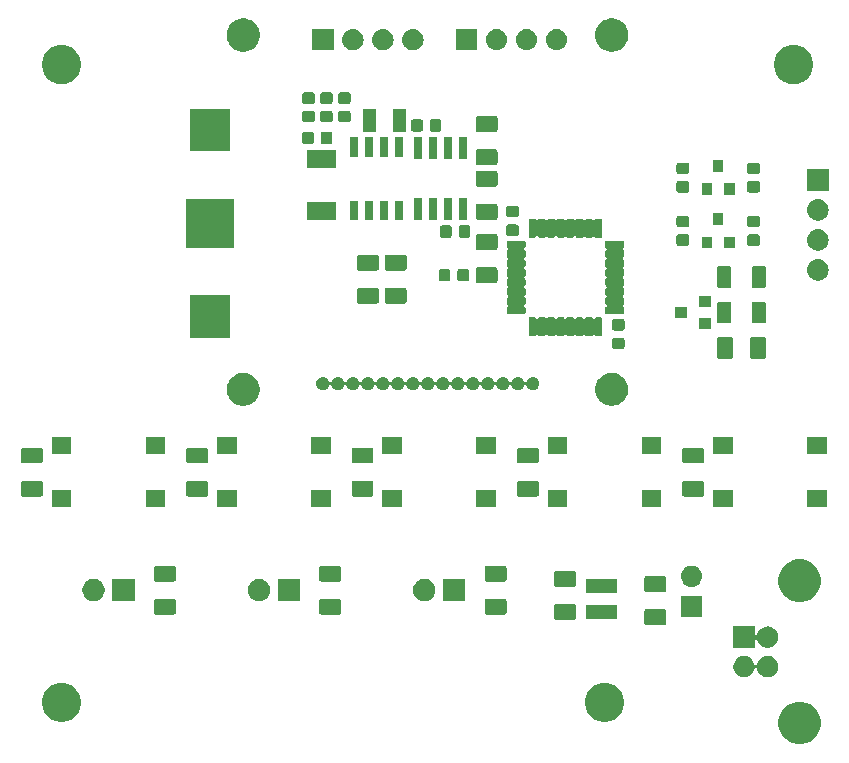
<source format=gbr>
G04 #@! TF.GenerationSoftware,KiCad,Pcbnew,(5.1.0)-1*
G04 #@! TF.CreationDate,2020-10-25T22:34:19+01:00*
G04 #@! TF.ProjectId,Waage,57616167-652e-46b6-9963-61645f706362,rev?*
G04 #@! TF.SameCoordinates,Original*
G04 #@! TF.FileFunction,Soldermask,Top*
G04 #@! TF.FilePolarity,Negative*
%FSLAX46Y46*%
G04 Gerber Fmt 4.6, Leading zero omitted, Abs format (unit mm)*
G04 Created by KiCad (PCBNEW (5.1.0)-1) date 2020-10-25 22:34:19*
%MOMM*%
%LPD*%
G04 APERTURE LIST*
%ADD10C,0.100000*%
G04 APERTURE END LIST*
D10*
G36*
X147035331Y-118013211D02*
G01*
X147363092Y-118148974D01*
X147658070Y-118346072D01*
X147908928Y-118596930D01*
X148106026Y-118891908D01*
X148241789Y-119219669D01*
X148311000Y-119567616D01*
X148311000Y-119922384D01*
X148241789Y-120270331D01*
X148106026Y-120598092D01*
X147908928Y-120893070D01*
X147658070Y-121143928D01*
X147363092Y-121341026D01*
X147035331Y-121476789D01*
X146687384Y-121546000D01*
X146332616Y-121546000D01*
X145984669Y-121476789D01*
X145656908Y-121341026D01*
X145361930Y-121143928D01*
X145111072Y-120893070D01*
X144913974Y-120598092D01*
X144778211Y-120270331D01*
X144709000Y-119922384D01*
X144709000Y-119567616D01*
X144778211Y-119219669D01*
X144913974Y-118891908D01*
X145111072Y-118596930D01*
X145361930Y-118346072D01*
X145656908Y-118148974D01*
X145984669Y-118013211D01*
X146332616Y-117944000D01*
X146687384Y-117944000D01*
X147035331Y-118013211D01*
X147035331Y-118013211D01*
G37*
G36*
X130375256Y-116391298D02*
G01*
X130481579Y-116412447D01*
X130782042Y-116536903D01*
X131052451Y-116717585D01*
X131282415Y-116947549D01*
X131463097Y-117217958D01*
X131587553Y-117518421D01*
X131651000Y-117837391D01*
X131651000Y-118162609D01*
X131587553Y-118481579D01*
X131463097Y-118782042D01*
X131282415Y-119052451D01*
X131052451Y-119282415D01*
X130782042Y-119463097D01*
X130481579Y-119587553D01*
X130375256Y-119608702D01*
X130162611Y-119651000D01*
X129837389Y-119651000D01*
X129624744Y-119608702D01*
X129518421Y-119587553D01*
X129217958Y-119463097D01*
X128947549Y-119282415D01*
X128717585Y-119052451D01*
X128536903Y-118782042D01*
X128412447Y-118481579D01*
X128349000Y-118162609D01*
X128349000Y-117837391D01*
X128412447Y-117518421D01*
X128536903Y-117217958D01*
X128717585Y-116947549D01*
X128947549Y-116717585D01*
X129217958Y-116536903D01*
X129518421Y-116412447D01*
X129624744Y-116391298D01*
X129837389Y-116349000D01*
X130162611Y-116349000D01*
X130375256Y-116391298D01*
X130375256Y-116391298D01*
G37*
G36*
X84375256Y-116391298D02*
G01*
X84481579Y-116412447D01*
X84782042Y-116536903D01*
X85052451Y-116717585D01*
X85282415Y-116947549D01*
X85463097Y-117217958D01*
X85587553Y-117518421D01*
X85651000Y-117837391D01*
X85651000Y-118162609D01*
X85587553Y-118481579D01*
X85463097Y-118782042D01*
X85282415Y-119052451D01*
X85052451Y-119282415D01*
X84782042Y-119463097D01*
X84481579Y-119587553D01*
X84375256Y-119608702D01*
X84162611Y-119651000D01*
X83837389Y-119651000D01*
X83624744Y-119608702D01*
X83518421Y-119587553D01*
X83217958Y-119463097D01*
X82947549Y-119282415D01*
X82717585Y-119052451D01*
X82536903Y-118782042D01*
X82412447Y-118481579D01*
X82349000Y-118162609D01*
X82349000Y-117837391D01*
X82412447Y-117518421D01*
X82536903Y-117217958D01*
X82717585Y-116947549D01*
X82947549Y-116717585D01*
X83217958Y-116536903D01*
X83518421Y-116412447D01*
X83624744Y-116391298D01*
X83837389Y-116349000D01*
X84162611Y-116349000D01*
X84375256Y-116391298D01*
X84375256Y-116391298D01*
G37*
G36*
X141913512Y-114078927D02*
G01*
X142062812Y-114108624D01*
X142226784Y-114176544D01*
X142374354Y-114275147D01*
X142499853Y-114400646D01*
X142598456Y-114548216D01*
X142666376Y-114712188D01*
X142677405Y-114767638D01*
X142684516Y-114791078D01*
X142696067Y-114812689D01*
X142711613Y-114831631D01*
X142730555Y-114847176D01*
X142752165Y-114858727D01*
X142775614Y-114865840D01*
X142800000Y-114868242D01*
X142824387Y-114865840D01*
X142847835Y-114858727D01*
X142869446Y-114847176D01*
X142888388Y-114831630D01*
X142903933Y-114812688D01*
X142915484Y-114791078D01*
X142922595Y-114767638D01*
X142933624Y-114712188D01*
X143001544Y-114548216D01*
X143100147Y-114400646D01*
X143225646Y-114275147D01*
X143373216Y-114176544D01*
X143537188Y-114108624D01*
X143686488Y-114078927D01*
X143711258Y-114074000D01*
X143888742Y-114074000D01*
X143913512Y-114078927D01*
X144062812Y-114108624D01*
X144226784Y-114176544D01*
X144374354Y-114275147D01*
X144499853Y-114400646D01*
X144598456Y-114548216D01*
X144666376Y-114712188D01*
X144701000Y-114886259D01*
X144701000Y-115063741D01*
X144666376Y-115237812D01*
X144598456Y-115401784D01*
X144499853Y-115549354D01*
X144374354Y-115674853D01*
X144226784Y-115773456D01*
X144062812Y-115841376D01*
X143913512Y-115871073D01*
X143888742Y-115876000D01*
X143711258Y-115876000D01*
X143686488Y-115871073D01*
X143537188Y-115841376D01*
X143373216Y-115773456D01*
X143225646Y-115674853D01*
X143100147Y-115549354D01*
X143001544Y-115401784D01*
X142933624Y-115237812D01*
X142922595Y-115182362D01*
X142915484Y-115158922D01*
X142903933Y-115137311D01*
X142888387Y-115118369D01*
X142869445Y-115102824D01*
X142847835Y-115091273D01*
X142824386Y-115084160D01*
X142800000Y-115081758D01*
X142775613Y-115084160D01*
X142752165Y-115091273D01*
X142730554Y-115102824D01*
X142711612Y-115118370D01*
X142696067Y-115137312D01*
X142684516Y-115158922D01*
X142677405Y-115182362D01*
X142666376Y-115237812D01*
X142598456Y-115401784D01*
X142499853Y-115549354D01*
X142374354Y-115674853D01*
X142226784Y-115773456D01*
X142062812Y-115841376D01*
X141913512Y-115871073D01*
X141888742Y-115876000D01*
X141711258Y-115876000D01*
X141686488Y-115871073D01*
X141537188Y-115841376D01*
X141373216Y-115773456D01*
X141225646Y-115674853D01*
X141100147Y-115549354D01*
X141001544Y-115401784D01*
X140933624Y-115237812D01*
X140899000Y-115063741D01*
X140899000Y-114886259D01*
X140933624Y-114712188D01*
X141001544Y-114548216D01*
X141100147Y-114400646D01*
X141225646Y-114275147D01*
X141373216Y-114176544D01*
X141537188Y-114108624D01*
X141686488Y-114078927D01*
X141711258Y-114074000D01*
X141888742Y-114074000D01*
X141913512Y-114078927D01*
X141913512Y-114078927D01*
G37*
G36*
X142701000Y-112145383D02*
G01*
X142703402Y-112169769D01*
X142710515Y-112193218D01*
X142722066Y-112214829D01*
X142737611Y-112233771D01*
X142756553Y-112249316D01*
X142778164Y-112260867D01*
X142801613Y-112267980D01*
X142825999Y-112270382D01*
X142850385Y-112267980D01*
X142873834Y-112260867D01*
X142895445Y-112249316D01*
X142914387Y-112233771D01*
X142929932Y-112214829D01*
X142941477Y-112193229D01*
X143001544Y-112048216D01*
X143100147Y-111900646D01*
X143225646Y-111775147D01*
X143373216Y-111676544D01*
X143537188Y-111608624D01*
X143686488Y-111578927D01*
X143711258Y-111574000D01*
X143888742Y-111574000D01*
X143913512Y-111578927D01*
X144062812Y-111608624D01*
X144226784Y-111676544D01*
X144374354Y-111775147D01*
X144499853Y-111900646D01*
X144598456Y-112048216D01*
X144666376Y-112212188D01*
X144701000Y-112386259D01*
X144701000Y-112563741D01*
X144666376Y-112737812D01*
X144598456Y-112901784D01*
X144499853Y-113049354D01*
X144374354Y-113174853D01*
X144226784Y-113273456D01*
X144062812Y-113341376D01*
X143913512Y-113371073D01*
X143888742Y-113376000D01*
X143711258Y-113376000D01*
X143686488Y-113371073D01*
X143537188Y-113341376D01*
X143373216Y-113273456D01*
X143225646Y-113174853D01*
X143100147Y-113049354D01*
X143001544Y-112901784D01*
X142941477Y-112756771D01*
X142929932Y-112735171D01*
X142914387Y-112716229D01*
X142895445Y-112700684D01*
X142873834Y-112689133D01*
X142850385Y-112682020D01*
X142825999Y-112679618D01*
X142801613Y-112682020D01*
X142778164Y-112689133D01*
X142756553Y-112700684D01*
X142737611Y-112716229D01*
X142722066Y-112735171D01*
X142710515Y-112756782D01*
X142703402Y-112780231D01*
X142701000Y-112804617D01*
X142701000Y-113376000D01*
X140899000Y-113376000D01*
X140899000Y-111574000D01*
X142701000Y-111574000D01*
X142701000Y-112145383D01*
X142701000Y-112145383D01*
G37*
G36*
X135058604Y-110108347D02*
G01*
X135095144Y-110119432D01*
X135128821Y-110137433D01*
X135158341Y-110161659D01*
X135182567Y-110191179D01*
X135200568Y-110224856D01*
X135211653Y-110261396D01*
X135216000Y-110305538D01*
X135216000Y-111254462D01*
X135211653Y-111298604D01*
X135200568Y-111335144D01*
X135182567Y-111368821D01*
X135158341Y-111398341D01*
X135128821Y-111422567D01*
X135095144Y-111440568D01*
X135058604Y-111451653D01*
X135014462Y-111456000D01*
X133565538Y-111456000D01*
X133521396Y-111451653D01*
X133484856Y-111440568D01*
X133451179Y-111422567D01*
X133421659Y-111398341D01*
X133397433Y-111368821D01*
X133379432Y-111335144D01*
X133368347Y-111298604D01*
X133364000Y-111254462D01*
X133364000Y-110305538D01*
X133368347Y-110261396D01*
X133379432Y-110224856D01*
X133397433Y-110191179D01*
X133421659Y-110161659D01*
X133451179Y-110137433D01*
X133484856Y-110119432D01*
X133521396Y-110108347D01*
X133565538Y-110104000D01*
X135014462Y-110104000D01*
X135058604Y-110108347D01*
X135058604Y-110108347D01*
G37*
G36*
X127418604Y-109678347D02*
G01*
X127455144Y-109689432D01*
X127488821Y-109707433D01*
X127518341Y-109731659D01*
X127542567Y-109761179D01*
X127560568Y-109794856D01*
X127571653Y-109831396D01*
X127576000Y-109875538D01*
X127576000Y-110824462D01*
X127571653Y-110868604D01*
X127560568Y-110905144D01*
X127542567Y-110938821D01*
X127518341Y-110968341D01*
X127488821Y-110992567D01*
X127455144Y-111010568D01*
X127418604Y-111021653D01*
X127374462Y-111026000D01*
X125925538Y-111026000D01*
X125881396Y-111021653D01*
X125844856Y-111010568D01*
X125811179Y-110992567D01*
X125781659Y-110968341D01*
X125757433Y-110938821D01*
X125739432Y-110905144D01*
X125728347Y-110868604D01*
X125724000Y-110824462D01*
X125724000Y-109875538D01*
X125728347Y-109831396D01*
X125739432Y-109794856D01*
X125757433Y-109761179D01*
X125781659Y-109731659D01*
X125811179Y-109707433D01*
X125844856Y-109689432D01*
X125881396Y-109678347D01*
X125925538Y-109674000D01*
X127374462Y-109674000D01*
X127418604Y-109678347D01*
X127418604Y-109678347D01*
G37*
G36*
X131066000Y-110931000D02*
G01*
X128414000Y-110931000D01*
X128414000Y-109769000D01*
X131066000Y-109769000D01*
X131066000Y-110931000D01*
X131066000Y-110931000D01*
G37*
G36*
X138261000Y-110761000D02*
G01*
X136459000Y-110761000D01*
X136459000Y-108959000D01*
X138261000Y-108959000D01*
X138261000Y-110761000D01*
X138261000Y-110761000D01*
G37*
G36*
X107538604Y-109228347D02*
G01*
X107575144Y-109239432D01*
X107608821Y-109257433D01*
X107638341Y-109281659D01*
X107662567Y-109311179D01*
X107680568Y-109344856D01*
X107691653Y-109381396D01*
X107696000Y-109425538D01*
X107696000Y-110374462D01*
X107691653Y-110418604D01*
X107680568Y-110455144D01*
X107662567Y-110488821D01*
X107638341Y-110518341D01*
X107608821Y-110542567D01*
X107575144Y-110560568D01*
X107538604Y-110571653D01*
X107494462Y-110576000D01*
X106045538Y-110576000D01*
X106001396Y-110571653D01*
X105964856Y-110560568D01*
X105931179Y-110542567D01*
X105901659Y-110518341D01*
X105877433Y-110488821D01*
X105859432Y-110455144D01*
X105848347Y-110418604D01*
X105844000Y-110374462D01*
X105844000Y-109425538D01*
X105848347Y-109381396D01*
X105859432Y-109344856D01*
X105877433Y-109311179D01*
X105901659Y-109281659D01*
X105931179Y-109257433D01*
X105964856Y-109239432D01*
X106001396Y-109228347D01*
X106045538Y-109224000D01*
X107494462Y-109224000D01*
X107538604Y-109228347D01*
X107538604Y-109228347D01*
G37*
G36*
X121538604Y-109228347D02*
G01*
X121575144Y-109239432D01*
X121608821Y-109257433D01*
X121638341Y-109281659D01*
X121662567Y-109311179D01*
X121680568Y-109344856D01*
X121691653Y-109381396D01*
X121696000Y-109425538D01*
X121696000Y-110374462D01*
X121691653Y-110418604D01*
X121680568Y-110455144D01*
X121662567Y-110488821D01*
X121638341Y-110518341D01*
X121608821Y-110542567D01*
X121575144Y-110560568D01*
X121538604Y-110571653D01*
X121494462Y-110576000D01*
X120045538Y-110576000D01*
X120001396Y-110571653D01*
X119964856Y-110560568D01*
X119931179Y-110542567D01*
X119901659Y-110518341D01*
X119877433Y-110488821D01*
X119859432Y-110455144D01*
X119848347Y-110418604D01*
X119844000Y-110374462D01*
X119844000Y-109425538D01*
X119848347Y-109381396D01*
X119859432Y-109344856D01*
X119877433Y-109311179D01*
X119901659Y-109281659D01*
X119931179Y-109257433D01*
X119964856Y-109239432D01*
X120001396Y-109228347D01*
X120045538Y-109224000D01*
X121494462Y-109224000D01*
X121538604Y-109228347D01*
X121538604Y-109228347D01*
G37*
G36*
X93538604Y-109228347D02*
G01*
X93575144Y-109239432D01*
X93608821Y-109257433D01*
X93638341Y-109281659D01*
X93662567Y-109311179D01*
X93680568Y-109344856D01*
X93691653Y-109381396D01*
X93696000Y-109425538D01*
X93696000Y-110374462D01*
X93691653Y-110418604D01*
X93680568Y-110455144D01*
X93662567Y-110488821D01*
X93638341Y-110518341D01*
X93608821Y-110542567D01*
X93575144Y-110560568D01*
X93538604Y-110571653D01*
X93494462Y-110576000D01*
X92045538Y-110576000D01*
X92001396Y-110571653D01*
X91964856Y-110560568D01*
X91931179Y-110542567D01*
X91901659Y-110518341D01*
X91877433Y-110488821D01*
X91859432Y-110455144D01*
X91848347Y-110418604D01*
X91844000Y-110374462D01*
X91844000Y-109425538D01*
X91848347Y-109381396D01*
X91859432Y-109344856D01*
X91877433Y-109311179D01*
X91901659Y-109281659D01*
X91931179Y-109257433D01*
X91964856Y-109239432D01*
X92001396Y-109228347D01*
X92045538Y-109224000D01*
X93494462Y-109224000D01*
X93538604Y-109228347D01*
X93538604Y-109228347D01*
G37*
G36*
X147035331Y-105973211D02*
G01*
X147363092Y-106108974D01*
X147658070Y-106306072D01*
X147908928Y-106556930D01*
X148106026Y-106851908D01*
X148241789Y-107179669D01*
X148311000Y-107527616D01*
X148311000Y-107882384D01*
X148241789Y-108230331D01*
X148106026Y-108558092D01*
X147908928Y-108853070D01*
X147658070Y-109103928D01*
X147363092Y-109301026D01*
X147035331Y-109436789D01*
X146687384Y-109506000D01*
X146332616Y-109506000D01*
X145984669Y-109436789D01*
X145656908Y-109301026D01*
X145361930Y-109103928D01*
X145111072Y-108853070D01*
X144913974Y-108558092D01*
X144778211Y-108230331D01*
X144709000Y-107882384D01*
X144709000Y-107527616D01*
X144778211Y-107179669D01*
X144913974Y-106851908D01*
X145111072Y-106556930D01*
X145361930Y-106306072D01*
X145656908Y-106108974D01*
X145984669Y-105973211D01*
X146332616Y-105904000D01*
X146687384Y-105904000D01*
X147035331Y-105973211D01*
X147035331Y-105973211D01*
G37*
G36*
X90221000Y-109451000D02*
G01*
X88319000Y-109451000D01*
X88319000Y-107549000D01*
X90221000Y-107549000D01*
X90221000Y-109451000D01*
X90221000Y-109451000D01*
G37*
G36*
X118221000Y-109451000D02*
G01*
X116319000Y-109451000D01*
X116319000Y-107549000D01*
X118221000Y-107549000D01*
X118221000Y-109451000D01*
X118221000Y-109451000D01*
G37*
G36*
X115007395Y-107585546D02*
G01*
X115180466Y-107657234D01*
X115257818Y-107708919D01*
X115336227Y-107761310D01*
X115468690Y-107893773D01*
X115521081Y-107972182D01*
X115572766Y-108049534D01*
X115644454Y-108222605D01*
X115681000Y-108406333D01*
X115681000Y-108593667D01*
X115644454Y-108777395D01*
X115572766Y-108950466D01*
X115521081Y-109027818D01*
X115468690Y-109106227D01*
X115336227Y-109238690D01*
X115327407Y-109244583D01*
X115180466Y-109342766D01*
X115007395Y-109414454D01*
X114823667Y-109451000D01*
X114636333Y-109451000D01*
X114452605Y-109414454D01*
X114279534Y-109342766D01*
X114132593Y-109244583D01*
X114123773Y-109238690D01*
X113991310Y-109106227D01*
X113938919Y-109027818D01*
X113887234Y-108950466D01*
X113815546Y-108777395D01*
X113779000Y-108593667D01*
X113779000Y-108406333D01*
X113815546Y-108222605D01*
X113887234Y-108049534D01*
X113938919Y-107972182D01*
X113991310Y-107893773D01*
X114123773Y-107761310D01*
X114202182Y-107708919D01*
X114279534Y-107657234D01*
X114452605Y-107585546D01*
X114636333Y-107549000D01*
X114823667Y-107549000D01*
X115007395Y-107585546D01*
X115007395Y-107585546D01*
G37*
G36*
X104221000Y-109451000D02*
G01*
X102319000Y-109451000D01*
X102319000Y-107549000D01*
X104221000Y-107549000D01*
X104221000Y-109451000D01*
X104221000Y-109451000D01*
G37*
G36*
X101007395Y-107585546D02*
G01*
X101180466Y-107657234D01*
X101257818Y-107708919D01*
X101336227Y-107761310D01*
X101468690Y-107893773D01*
X101521081Y-107972182D01*
X101572766Y-108049534D01*
X101644454Y-108222605D01*
X101681000Y-108406333D01*
X101681000Y-108593667D01*
X101644454Y-108777395D01*
X101572766Y-108950466D01*
X101521081Y-109027818D01*
X101468690Y-109106227D01*
X101336227Y-109238690D01*
X101327407Y-109244583D01*
X101180466Y-109342766D01*
X101007395Y-109414454D01*
X100823667Y-109451000D01*
X100636333Y-109451000D01*
X100452605Y-109414454D01*
X100279534Y-109342766D01*
X100132593Y-109244583D01*
X100123773Y-109238690D01*
X99991310Y-109106227D01*
X99938919Y-109027818D01*
X99887234Y-108950466D01*
X99815546Y-108777395D01*
X99779000Y-108593667D01*
X99779000Y-108406333D01*
X99815546Y-108222605D01*
X99887234Y-108049534D01*
X99938919Y-107972182D01*
X99991310Y-107893773D01*
X100123773Y-107761310D01*
X100202182Y-107708919D01*
X100279534Y-107657234D01*
X100452605Y-107585546D01*
X100636333Y-107549000D01*
X100823667Y-107549000D01*
X101007395Y-107585546D01*
X101007395Y-107585546D01*
G37*
G36*
X87007395Y-107585546D02*
G01*
X87180466Y-107657234D01*
X87257818Y-107708919D01*
X87336227Y-107761310D01*
X87468690Y-107893773D01*
X87521081Y-107972182D01*
X87572766Y-108049534D01*
X87644454Y-108222605D01*
X87681000Y-108406333D01*
X87681000Y-108593667D01*
X87644454Y-108777395D01*
X87572766Y-108950466D01*
X87521081Y-109027818D01*
X87468690Y-109106227D01*
X87336227Y-109238690D01*
X87327407Y-109244583D01*
X87180466Y-109342766D01*
X87007395Y-109414454D01*
X86823667Y-109451000D01*
X86636333Y-109451000D01*
X86452605Y-109414454D01*
X86279534Y-109342766D01*
X86132593Y-109244583D01*
X86123773Y-109238690D01*
X85991310Y-109106227D01*
X85938919Y-109027818D01*
X85887234Y-108950466D01*
X85815546Y-108777395D01*
X85779000Y-108593667D01*
X85779000Y-108406333D01*
X85815546Y-108222605D01*
X85887234Y-108049534D01*
X85938919Y-107972182D01*
X85991310Y-107893773D01*
X86123773Y-107761310D01*
X86202182Y-107708919D01*
X86279534Y-107657234D01*
X86452605Y-107585546D01*
X86636333Y-107549000D01*
X86823667Y-107549000D01*
X87007395Y-107585546D01*
X87007395Y-107585546D01*
G37*
G36*
X131066000Y-108731000D02*
G01*
X128414000Y-108731000D01*
X128414000Y-107569000D01*
X131066000Y-107569000D01*
X131066000Y-108731000D01*
X131066000Y-108731000D01*
G37*
G36*
X135058604Y-107308347D02*
G01*
X135095144Y-107319432D01*
X135128821Y-107337433D01*
X135158341Y-107361659D01*
X135182567Y-107391179D01*
X135200568Y-107424856D01*
X135211653Y-107461396D01*
X135216000Y-107505538D01*
X135216000Y-108454462D01*
X135211653Y-108498604D01*
X135200568Y-108535144D01*
X135182567Y-108568821D01*
X135158341Y-108598341D01*
X135128821Y-108622567D01*
X135095144Y-108640568D01*
X135058604Y-108651653D01*
X135014462Y-108656000D01*
X133565538Y-108656000D01*
X133521396Y-108651653D01*
X133484856Y-108640568D01*
X133451179Y-108622567D01*
X133421659Y-108598341D01*
X133397433Y-108568821D01*
X133379432Y-108535144D01*
X133368347Y-108498604D01*
X133364000Y-108454462D01*
X133364000Y-107505538D01*
X133368347Y-107461396D01*
X133379432Y-107424856D01*
X133397433Y-107391179D01*
X133421659Y-107361659D01*
X133451179Y-107337433D01*
X133484856Y-107319432D01*
X133521396Y-107308347D01*
X133565538Y-107304000D01*
X135014462Y-107304000D01*
X135058604Y-107308347D01*
X135058604Y-107308347D01*
G37*
G36*
X127418604Y-106878347D02*
G01*
X127455144Y-106889432D01*
X127488821Y-106907433D01*
X127518341Y-106931659D01*
X127542567Y-106961179D01*
X127560568Y-106994856D01*
X127571653Y-107031396D01*
X127576000Y-107075538D01*
X127576000Y-108024462D01*
X127571653Y-108068604D01*
X127560568Y-108105144D01*
X127542567Y-108138821D01*
X127518341Y-108168341D01*
X127488821Y-108192567D01*
X127455144Y-108210568D01*
X127418604Y-108221653D01*
X127374462Y-108226000D01*
X125925538Y-108226000D01*
X125881396Y-108221653D01*
X125844856Y-108210568D01*
X125811179Y-108192567D01*
X125781659Y-108168341D01*
X125757433Y-108138821D01*
X125739432Y-108105144D01*
X125728347Y-108068604D01*
X125724000Y-108024462D01*
X125724000Y-107075538D01*
X125728347Y-107031396D01*
X125739432Y-106994856D01*
X125757433Y-106961179D01*
X125781659Y-106931659D01*
X125811179Y-106907433D01*
X125844856Y-106889432D01*
X125881396Y-106878347D01*
X125925538Y-106874000D01*
X127374462Y-106874000D01*
X127418604Y-106878347D01*
X127418604Y-106878347D01*
G37*
G36*
X137455025Y-106424000D02*
G01*
X137536627Y-106432037D01*
X137706466Y-106483557D01*
X137706468Y-106483558D01*
X137758143Y-106511179D01*
X137862991Y-106567222D01*
X137880262Y-106581396D01*
X138000186Y-106679814D01*
X138083448Y-106781271D01*
X138112778Y-106817009D01*
X138196443Y-106973534D01*
X138247963Y-107143373D01*
X138265359Y-107320000D01*
X138247963Y-107496627D01*
X138196443Y-107666466D01*
X138112778Y-107822991D01*
X138083448Y-107858729D01*
X138000186Y-107960186D01*
X137921864Y-108024462D01*
X137862991Y-108072778D01*
X137706466Y-108156443D01*
X137536627Y-108207963D01*
X137470443Y-108214481D01*
X137404260Y-108221000D01*
X137315740Y-108221000D01*
X137249557Y-108214481D01*
X137183373Y-108207963D01*
X137013534Y-108156443D01*
X136857009Y-108072778D01*
X136798136Y-108024462D01*
X136719814Y-107960186D01*
X136636552Y-107858729D01*
X136607222Y-107822991D01*
X136523557Y-107666466D01*
X136472037Y-107496627D01*
X136454641Y-107320000D01*
X136472037Y-107143373D01*
X136523557Y-106973534D01*
X136607222Y-106817009D01*
X136636552Y-106781271D01*
X136719814Y-106679814D01*
X136839738Y-106581396D01*
X136857009Y-106567222D01*
X136961857Y-106511179D01*
X137013532Y-106483558D01*
X137013534Y-106483557D01*
X137183373Y-106432037D01*
X137264975Y-106424000D01*
X137315740Y-106419000D01*
X137404260Y-106419000D01*
X137455025Y-106424000D01*
X137455025Y-106424000D01*
G37*
G36*
X93538604Y-106428347D02*
G01*
X93575144Y-106439432D01*
X93608821Y-106457433D01*
X93638341Y-106481659D01*
X93662567Y-106511179D01*
X93680568Y-106544856D01*
X93691653Y-106581396D01*
X93696000Y-106625538D01*
X93696000Y-107574462D01*
X93691653Y-107618604D01*
X93680568Y-107655144D01*
X93662567Y-107688821D01*
X93638341Y-107718341D01*
X93608821Y-107742567D01*
X93575144Y-107760568D01*
X93538604Y-107771653D01*
X93494462Y-107776000D01*
X92045538Y-107776000D01*
X92001396Y-107771653D01*
X91964856Y-107760568D01*
X91931179Y-107742567D01*
X91901659Y-107718341D01*
X91877433Y-107688821D01*
X91859432Y-107655144D01*
X91848347Y-107618604D01*
X91844000Y-107574462D01*
X91844000Y-106625538D01*
X91848347Y-106581396D01*
X91859432Y-106544856D01*
X91877433Y-106511179D01*
X91901659Y-106481659D01*
X91931179Y-106457433D01*
X91964856Y-106439432D01*
X92001396Y-106428347D01*
X92045538Y-106424000D01*
X93494462Y-106424000D01*
X93538604Y-106428347D01*
X93538604Y-106428347D01*
G37*
G36*
X107538604Y-106428347D02*
G01*
X107575144Y-106439432D01*
X107608821Y-106457433D01*
X107638341Y-106481659D01*
X107662567Y-106511179D01*
X107680568Y-106544856D01*
X107691653Y-106581396D01*
X107696000Y-106625538D01*
X107696000Y-107574462D01*
X107691653Y-107618604D01*
X107680568Y-107655144D01*
X107662567Y-107688821D01*
X107638341Y-107718341D01*
X107608821Y-107742567D01*
X107575144Y-107760568D01*
X107538604Y-107771653D01*
X107494462Y-107776000D01*
X106045538Y-107776000D01*
X106001396Y-107771653D01*
X105964856Y-107760568D01*
X105931179Y-107742567D01*
X105901659Y-107718341D01*
X105877433Y-107688821D01*
X105859432Y-107655144D01*
X105848347Y-107618604D01*
X105844000Y-107574462D01*
X105844000Y-106625538D01*
X105848347Y-106581396D01*
X105859432Y-106544856D01*
X105877433Y-106511179D01*
X105901659Y-106481659D01*
X105931179Y-106457433D01*
X105964856Y-106439432D01*
X106001396Y-106428347D01*
X106045538Y-106424000D01*
X107494462Y-106424000D01*
X107538604Y-106428347D01*
X107538604Y-106428347D01*
G37*
G36*
X121538604Y-106428347D02*
G01*
X121575144Y-106439432D01*
X121608821Y-106457433D01*
X121638341Y-106481659D01*
X121662567Y-106511179D01*
X121680568Y-106544856D01*
X121691653Y-106581396D01*
X121696000Y-106625538D01*
X121696000Y-107574462D01*
X121691653Y-107618604D01*
X121680568Y-107655144D01*
X121662567Y-107688821D01*
X121638341Y-107718341D01*
X121608821Y-107742567D01*
X121575144Y-107760568D01*
X121538604Y-107771653D01*
X121494462Y-107776000D01*
X120045538Y-107776000D01*
X120001396Y-107771653D01*
X119964856Y-107760568D01*
X119931179Y-107742567D01*
X119901659Y-107718341D01*
X119877433Y-107688821D01*
X119859432Y-107655144D01*
X119848347Y-107618604D01*
X119844000Y-107574462D01*
X119844000Y-106625538D01*
X119848347Y-106581396D01*
X119859432Y-106544856D01*
X119877433Y-106511179D01*
X119901659Y-106481659D01*
X119931179Y-106457433D01*
X119964856Y-106439432D01*
X120001396Y-106428347D01*
X120045538Y-106424000D01*
X121494462Y-106424000D01*
X121538604Y-106428347D01*
X121538604Y-106428347D01*
G37*
G36*
X98846000Y-101451000D02*
G01*
X97194000Y-101451000D01*
X97194000Y-100049000D01*
X98846000Y-100049000D01*
X98846000Y-101451000D01*
X98846000Y-101451000D01*
G37*
G36*
X148806000Y-101451000D02*
G01*
X147154000Y-101451000D01*
X147154000Y-100049000D01*
X148806000Y-100049000D01*
X148806000Y-101451000D01*
X148806000Y-101451000D01*
G37*
G36*
X140846000Y-101451000D02*
G01*
X139194000Y-101451000D01*
X139194000Y-100049000D01*
X140846000Y-100049000D01*
X140846000Y-101451000D01*
X140846000Y-101451000D01*
G37*
G36*
X134806000Y-101451000D02*
G01*
X133154000Y-101451000D01*
X133154000Y-100049000D01*
X134806000Y-100049000D01*
X134806000Y-101451000D01*
X134806000Y-101451000D01*
G37*
G36*
X126846000Y-101451000D02*
G01*
X125194000Y-101451000D01*
X125194000Y-100049000D01*
X126846000Y-100049000D01*
X126846000Y-101451000D01*
X126846000Y-101451000D01*
G37*
G36*
X120806000Y-101451000D02*
G01*
X119154000Y-101451000D01*
X119154000Y-100049000D01*
X120806000Y-100049000D01*
X120806000Y-101451000D01*
X120806000Y-101451000D01*
G37*
G36*
X106806000Y-101451000D02*
G01*
X105154000Y-101451000D01*
X105154000Y-100049000D01*
X106806000Y-100049000D01*
X106806000Y-101451000D01*
X106806000Y-101451000D01*
G37*
G36*
X112846000Y-101451000D02*
G01*
X111194000Y-101451000D01*
X111194000Y-100049000D01*
X112846000Y-100049000D01*
X112846000Y-101451000D01*
X112846000Y-101451000D01*
G37*
G36*
X92806000Y-101451000D02*
G01*
X91154000Y-101451000D01*
X91154000Y-100049000D01*
X92806000Y-100049000D01*
X92806000Y-101451000D01*
X92806000Y-101451000D01*
G37*
G36*
X84846000Y-101451000D02*
G01*
X83194000Y-101451000D01*
X83194000Y-100049000D01*
X84846000Y-100049000D01*
X84846000Y-101451000D01*
X84846000Y-101451000D01*
G37*
G36*
X96268604Y-99228347D02*
G01*
X96305144Y-99239432D01*
X96338821Y-99257433D01*
X96368341Y-99281659D01*
X96392567Y-99311179D01*
X96410568Y-99344856D01*
X96421653Y-99381396D01*
X96426000Y-99425538D01*
X96426000Y-100374462D01*
X96421653Y-100418604D01*
X96410568Y-100455144D01*
X96392567Y-100488821D01*
X96368341Y-100518341D01*
X96338821Y-100542567D01*
X96305144Y-100560568D01*
X96268604Y-100571653D01*
X96224462Y-100576000D01*
X94775538Y-100576000D01*
X94731396Y-100571653D01*
X94694856Y-100560568D01*
X94661179Y-100542567D01*
X94631659Y-100518341D01*
X94607433Y-100488821D01*
X94589432Y-100455144D01*
X94578347Y-100418604D01*
X94574000Y-100374462D01*
X94574000Y-99425538D01*
X94578347Y-99381396D01*
X94589432Y-99344856D01*
X94607433Y-99311179D01*
X94631659Y-99281659D01*
X94661179Y-99257433D01*
X94694856Y-99239432D01*
X94731396Y-99228347D01*
X94775538Y-99224000D01*
X96224462Y-99224000D01*
X96268604Y-99228347D01*
X96268604Y-99228347D01*
G37*
G36*
X82268604Y-99228347D02*
G01*
X82305144Y-99239432D01*
X82338821Y-99257433D01*
X82368341Y-99281659D01*
X82392567Y-99311179D01*
X82410568Y-99344856D01*
X82421653Y-99381396D01*
X82426000Y-99425538D01*
X82426000Y-100374462D01*
X82421653Y-100418604D01*
X82410568Y-100455144D01*
X82392567Y-100488821D01*
X82368341Y-100518341D01*
X82338821Y-100542567D01*
X82305144Y-100560568D01*
X82268604Y-100571653D01*
X82224462Y-100576000D01*
X80775538Y-100576000D01*
X80731396Y-100571653D01*
X80694856Y-100560568D01*
X80661179Y-100542567D01*
X80631659Y-100518341D01*
X80607433Y-100488821D01*
X80589432Y-100455144D01*
X80578347Y-100418604D01*
X80574000Y-100374462D01*
X80574000Y-99425538D01*
X80578347Y-99381396D01*
X80589432Y-99344856D01*
X80607433Y-99311179D01*
X80631659Y-99281659D01*
X80661179Y-99257433D01*
X80694856Y-99239432D01*
X80731396Y-99228347D01*
X80775538Y-99224000D01*
X82224462Y-99224000D01*
X82268604Y-99228347D01*
X82268604Y-99228347D01*
G37*
G36*
X124268604Y-99228347D02*
G01*
X124305144Y-99239432D01*
X124338821Y-99257433D01*
X124368341Y-99281659D01*
X124392567Y-99311179D01*
X124410568Y-99344856D01*
X124421653Y-99381396D01*
X124426000Y-99425538D01*
X124426000Y-100374462D01*
X124421653Y-100418604D01*
X124410568Y-100455144D01*
X124392567Y-100488821D01*
X124368341Y-100518341D01*
X124338821Y-100542567D01*
X124305144Y-100560568D01*
X124268604Y-100571653D01*
X124224462Y-100576000D01*
X122775538Y-100576000D01*
X122731396Y-100571653D01*
X122694856Y-100560568D01*
X122661179Y-100542567D01*
X122631659Y-100518341D01*
X122607433Y-100488821D01*
X122589432Y-100455144D01*
X122578347Y-100418604D01*
X122574000Y-100374462D01*
X122574000Y-99425538D01*
X122578347Y-99381396D01*
X122589432Y-99344856D01*
X122607433Y-99311179D01*
X122631659Y-99281659D01*
X122661179Y-99257433D01*
X122694856Y-99239432D01*
X122731396Y-99228347D01*
X122775538Y-99224000D01*
X124224462Y-99224000D01*
X124268604Y-99228347D01*
X124268604Y-99228347D01*
G37*
G36*
X110268604Y-99228347D02*
G01*
X110305144Y-99239432D01*
X110338821Y-99257433D01*
X110368341Y-99281659D01*
X110392567Y-99311179D01*
X110410568Y-99344856D01*
X110421653Y-99381396D01*
X110426000Y-99425538D01*
X110426000Y-100374462D01*
X110421653Y-100418604D01*
X110410568Y-100455144D01*
X110392567Y-100488821D01*
X110368341Y-100518341D01*
X110338821Y-100542567D01*
X110305144Y-100560568D01*
X110268604Y-100571653D01*
X110224462Y-100576000D01*
X108775538Y-100576000D01*
X108731396Y-100571653D01*
X108694856Y-100560568D01*
X108661179Y-100542567D01*
X108631659Y-100518341D01*
X108607433Y-100488821D01*
X108589432Y-100455144D01*
X108578347Y-100418604D01*
X108574000Y-100374462D01*
X108574000Y-99425538D01*
X108578347Y-99381396D01*
X108589432Y-99344856D01*
X108607433Y-99311179D01*
X108631659Y-99281659D01*
X108661179Y-99257433D01*
X108694856Y-99239432D01*
X108731396Y-99228347D01*
X108775538Y-99224000D01*
X110224462Y-99224000D01*
X110268604Y-99228347D01*
X110268604Y-99228347D01*
G37*
G36*
X138268604Y-99228347D02*
G01*
X138305144Y-99239432D01*
X138338821Y-99257433D01*
X138368341Y-99281659D01*
X138392567Y-99311179D01*
X138410568Y-99344856D01*
X138421653Y-99381396D01*
X138426000Y-99425538D01*
X138426000Y-100374462D01*
X138421653Y-100418604D01*
X138410568Y-100455144D01*
X138392567Y-100488821D01*
X138368341Y-100518341D01*
X138338821Y-100542567D01*
X138305144Y-100560568D01*
X138268604Y-100571653D01*
X138224462Y-100576000D01*
X136775538Y-100576000D01*
X136731396Y-100571653D01*
X136694856Y-100560568D01*
X136661179Y-100542567D01*
X136631659Y-100518341D01*
X136607433Y-100488821D01*
X136589432Y-100455144D01*
X136578347Y-100418604D01*
X136574000Y-100374462D01*
X136574000Y-99425538D01*
X136578347Y-99381396D01*
X136589432Y-99344856D01*
X136607433Y-99311179D01*
X136631659Y-99281659D01*
X136661179Y-99257433D01*
X136694856Y-99239432D01*
X136731396Y-99228347D01*
X136775538Y-99224000D01*
X138224462Y-99224000D01*
X138268604Y-99228347D01*
X138268604Y-99228347D01*
G37*
G36*
X138268604Y-96428347D02*
G01*
X138305144Y-96439432D01*
X138338821Y-96457433D01*
X138368341Y-96481659D01*
X138392567Y-96511179D01*
X138410568Y-96544856D01*
X138421653Y-96581396D01*
X138426000Y-96625538D01*
X138426000Y-97574462D01*
X138421653Y-97618604D01*
X138410568Y-97655144D01*
X138392567Y-97688821D01*
X138368341Y-97718341D01*
X138338821Y-97742567D01*
X138305144Y-97760568D01*
X138268604Y-97771653D01*
X138224462Y-97776000D01*
X136775538Y-97776000D01*
X136731396Y-97771653D01*
X136694856Y-97760568D01*
X136661179Y-97742567D01*
X136631659Y-97718341D01*
X136607433Y-97688821D01*
X136589432Y-97655144D01*
X136578347Y-97618604D01*
X136574000Y-97574462D01*
X136574000Y-96625538D01*
X136578347Y-96581396D01*
X136589432Y-96544856D01*
X136607433Y-96511179D01*
X136631659Y-96481659D01*
X136661179Y-96457433D01*
X136694856Y-96439432D01*
X136731396Y-96428347D01*
X136775538Y-96424000D01*
X138224462Y-96424000D01*
X138268604Y-96428347D01*
X138268604Y-96428347D01*
G37*
G36*
X124268604Y-96428347D02*
G01*
X124305144Y-96439432D01*
X124338821Y-96457433D01*
X124368341Y-96481659D01*
X124392567Y-96511179D01*
X124410568Y-96544856D01*
X124421653Y-96581396D01*
X124426000Y-96625538D01*
X124426000Y-97574462D01*
X124421653Y-97618604D01*
X124410568Y-97655144D01*
X124392567Y-97688821D01*
X124368341Y-97718341D01*
X124338821Y-97742567D01*
X124305144Y-97760568D01*
X124268604Y-97771653D01*
X124224462Y-97776000D01*
X122775538Y-97776000D01*
X122731396Y-97771653D01*
X122694856Y-97760568D01*
X122661179Y-97742567D01*
X122631659Y-97718341D01*
X122607433Y-97688821D01*
X122589432Y-97655144D01*
X122578347Y-97618604D01*
X122574000Y-97574462D01*
X122574000Y-96625538D01*
X122578347Y-96581396D01*
X122589432Y-96544856D01*
X122607433Y-96511179D01*
X122631659Y-96481659D01*
X122661179Y-96457433D01*
X122694856Y-96439432D01*
X122731396Y-96428347D01*
X122775538Y-96424000D01*
X124224462Y-96424000D01*
X124268604Y-96428347D01*
X124268604Y-96428347D01*
G37*
G36*
X110268604Y-96428347D02*
G01*
X110305144Y-96439432D01*
X110338821Y-96457433D01*
X110368341Y-96481659D01*
X110392567Y-96511179D01*
X110410568Y-96544856D01*
X110421653Y-96581396D01*
X110426000Y-96625538D01*
X110426000Y-97574462D01*
X110421653Y-97618604D01*
X110410568Y-97655144D01*
X110392567Y-97688821D01*
X110368341Y-97718341D01*
X110338821Y-97742567D01*
X110305144Y-97760568D01*
X110268604Y-97771653D01*
X110224462Y-97776000D01*
X108775538Y-97776000D01*
X108731396Y-97771653D01*
X108694856Y-97760568D01*
X108661179Y-97742567D01*
X108631659Y-97718341D01*
X108607433Y-97688821D01*
X108589432Y-97655144D01*
X108578347Y-97618604D01*
X108574000Y-97574462D01*
X108574000Y-96625538D01*
X108578347Y-96581396D01*
X108589432Y-96544856D01*
X108607433Y-96511179D01*
X108631659Y-96481659D01*
X108661179Y-96457433D01*
X108694856Y-96439432D01*
X108731396Y-96428347D01*
X108775538Y-96424000D01*
X110224462Y-96424000D01*
X110268604Y-96428347D01*
X110268604Y-96428347D01*
G37*
G36*
X96268604Y-96428347D02*
G01*
X96305144Y-96439432D01*
X96338821Y-96457433D01*
X96368341Y-96481659D01*
X96392567Y-96511179D01*
X96410568Y-96544856D01*
X96421653Y-96581396D01*
X96426000Y-96625538D01*
X96426000Y-97574462D01*
X96421653Y-97618604D01*
X96410568Y-97655144D01*
X96392567Y-97688821D01*
X96368341Y-97718341D01*
X96338821Y-97742567D01*
X96305144Y-97760568D01*
X96268604Y-97771653D01*
X96224462Y-97776000D01*
X94775538Y-97776000D01*
X94731396Y-97771653D01*
X94694856Y-97760568D01*
X94661179Y-97742567D01*
X94631659Y-97718341D01*
X94607433Y-97688821D01*
X94589432Y-97655144D01*
X94578347Y-97618604D01*
X94574000Y-97574462D01*
X94574000Y-96625538D01*
X94578347Y-96581396D01*
X94589432Y-96544856D01*
X94607433Y-96511179D01*
X94631659Y-96481659D01*
X94661179Y-96457433D01*
X94694856Y-96439432D01*
X94731396Y-96428347D01*
X94775538Y-96424000D01*
X96224462Y-96424000D01*
X96268604Y-96428347D01*
X96268604Y-96428347D01*
G37*
G36*
X82268604Y-96428347D02*
G01*
X82305144Y-96439432D01*
X82338821Y-96457433D01*
X82368341Y-96481659D01*
X82392567Y-96511179D01*
X82410568Y-96544856D01*
X82421653Y-96581396D01*
X82426000Y-96625538D01*
X82426000Y-97574462D01*
X82421653Y-97618604D01*
X82410568Y-97655144D01*
X82392567Y-97688821D01*
X82368341Y-97718341D01*
X82338821Y-97742567D01*
X82305144Y-97760568D01*
X82268604Y-97771653D01*
X82224462Y-97776000D01*
X80775538Y-97776000D01*
X80731396Y-97771653D01*
X80694856Y-97760568D01*
X80661179Y-97742567D01*
X80631659Y-97718341D01*
X80607433Y-97688821D01*
X80589432Y-97655144D01*
X80578347Y-97618604D01*
X80574000Y-97574462D01*
X80574000Y-96625538D01*
X80578347Y-96581396D01*
X80589432Y-96544856D01*
X80607433Y-96511179D01*
X80631659Y-96481659D01*
X80661179Y-96457433D01*
X80694856Y-96439432D01*
X80731396Y-96428347D01*
X80775538Y-96424000D01*
X82224462Y-96424000D01*
X82268604Y-96428347D01*
X82268604Y-96428347D01*
G37*
G36*
X134806000Y-96951000D02*
G01*
X133154000Y-96951000D01*
X133154000Y-95549000D01*
X134806000Y-95549000D01*
X134806000Y-96951000D01*
X134806000Y-96951000D01*
G37*
G36*
X84846000Y-96951000D02*
G01*
X83194000Y-96951000D01*
X83194000Y-95549000D01*
X84846000Y-95549000D01*
X84846000Y-96951000D01*
X84846000Y-96951000D01*
G37*
G36*
X98846000Y-96951000D02*
G01*
X97194000Y-96951000D01*
X97194000Y-95549000D01*
X98846000Y-95549000D01*
X98846000Y-96951000D01*
X98846000Y-96951000D01*
G37*
G36*
X106806000Y-96951000D02*
G01*
X105154000Y-96951000D01*
X105154000Y-95549000D01*
X106806000Y-95549000D01*
X106806000Y-96951000D01*
X106806000Y-96951000D01*
G37*
G36*
X112846000Y-96951000D02*
G01*
X111194000Y-96951000D01*
X111194000Y-95549000D01*
X112846000Y-95549000D01*
X112846000Y-96951000D01*
X112846000Y-96951000D01*
G37*
G36*
X126846000Y-96951000D02*
G01*
X125194000Y-96951000D01*
X125194000Y-95549000D01*
X126846000Y-95549000D01*
X126846000Y-96951000D01*
X126846000Y-96951000D01*
G37*
G36*
X92806000Y-96951000D02*
G01*
X91154000Y-96951000D01*
X91154000Y-95549000D01*
X92806000Y-95549000D01*
X92806000Y-96951000D01*
X92806000Y-96951000D01*
G37*
G36*
X120806000Y-96951000D02*
G01*
X119154000Y-96951000D01*
X119154000Y-95549000D01*
X120806000Y-95549000D01*
X120806000Y-96951000D01*
X120806000Y-96951000D01*
G37*
G36*
X140846000Y-96951000D02*
G01*
X139194000Y-96951000D01*
X139194000Y-95549000D01*
X140846000Y-95549000D01*
X140846000Y-96951000D01*
X140846000Y-96951000D01*
G37*
G36*
X148806000Y-96951000D02*
G01*
X147154000Y-96951000D01*
X147154000Y-95549000D01*
X148806000Y-95549000D01*
X148806000Y-96951000D01*
X148806000Y-96951000D01*
G37*
G36*
X130918433Y-90134893D02*
G01*
X131008657Y-90152839D01*
X131114267Y-90196585D01*
X131263621Y-90258449D01*
X131263622Y-90258450D01*
X131493086Y-90411772D01*
X131688228Y-90606914D01*
X131716187Y-90648758D01*
X131841551Y-90836379D01*
X131886846Y-90945730D01*
X131931805Y-91054270D01*
X131947161Y-91091344D01*
X132001000Y-91362012D01*
X132001000Y-91637988D01*
X131947161Y-91908656D01*
X131841551Y-92163621D01*
X131841550Y-92163622D01*
X131688228Y-92393086D01*
X131493086Y-92588228D01*
X131339763Y-92690675D01*
X131263621Y-92741551D01*
X131114267Y-92803415D01*
X131008657Y-92847161D01*
X130918433Y-92865107D01*
X130737988Y-92901000D01*
X130462012Y-92901000D01*
X130281567Y-92865107D01*
X130191343Y-92847161D01*
X130085733Y-92803415D01*
X129936379Y-92741551D01*
X129860237Y-92690675D01*
X129706914Y-92588228D01*
X129511772Y-92393086D01*
X129358450Y-92163622D01*
X129358449Y-92163621D01*
X129252839Y-91908656D01*
X129199000Y-91637988D01*
X129199000Y-91362012D01*
X129252839Y-91091344D01*
X129268196Y-91054270D01*
X129313154Y-90945730D01*
X129358449Y-90836379D01*
X129483813Y-90648758D01*
X129511772Y-90606914D01*
X129706914Y-90411772D01*
X129936378Y-90258450D01*
X129936379Y-90258449D01*
X130085733Y-90196585D01*
X130191343Y-90152839D01*
X130281567Y-90134893D01*
X130462012Y-90099000D01*
X130737988Y-90099000D01*
X130918433Y-90134893D01*
X130918433Y-90134893D01*
G37*
G36*
X99718433Y-90134893D02*
G01*
X99808657Y-90152839D01*
X99914267Y-90196585D01*
X100063621Y-90258449D01*
X100063622Y-90258450D01*
X100293086Y-90411772D01*
X100488228Y-90606914D01*
X100516187Y-90648758D01*
X100641551Y-90836379D01*
X100686846Y-90945730D01*
X100731805Y-91054270D01*
X100747161Y-91091344D01*
X100801000Y-91362012D01*
X100801000Y-91637988D01*
X100747161Y-91908656D01*
X100641551Y-92163621D01*
X100641550Y-92163622D01*
X100488228Y-92393086D01*
X100293086Y-92588228D01*
X100139763Y-92690675D01*
X100063621Y-92741551D01*
X99914267Y-92803415D01*
X99808657Y-92847161D01*
X99718433Y-92865107D01*
X99537988Y-92901000D01*
X99262012Y-92901000D01*
X99081567Y-92865107D01*
X98991343Y-92847161D01*
X98885733Y-92803415D01*
X98736379Y-92741551D01*
X98660237Y-92690675D01*
X98506914Y-92588228D01*
X98311772Y-92393086D01*
X98158450Y-92163622D01*
X98158449Y-92163621D01*
X98052839Y-91908656D01*
X97999000Y-91637988D01*
X97999000Y-91362012D01*
X98052839Y-91091344D01*
X98068196Y-91054270D01*
X98113154Y-90945730D01*
X98158449Y-90836379D01*
X98283813Y-90648758D01*
X98311772Y-90606914D01*
X98506914Y-90411772D01*
X98736378Y-90258450D01*
X98736379Y-90258449D01*
X98885733Y-90196585D01*
X98991343Y-90152839D01*
X99081567Y-90134893D01*
X99262012Y-90099000D01*
X99537988Y-90099000D01*
X99718433Y-90134893D01*
X99718433Y-90134893D01*
G37*
G36*
X106290721Y-90470174D02*
G01*
X106390995Y-90511709D01*
X106390996Y-90511710D01*
X106481242Y-90572010D01*
X106557990Y-90648758D01*
X106557991Y-90648760D01*
X106618291Y-90739005D01*
X106649516Y-90814389D01*
X106661067Y-90836000D01*
X106676612Y-90854941D01*
X106695554Y-90870487D01*
X106717165Y-90882038D01*
X106740614Y-90889151D01*
X106765000Y-90891553D01*
X106789386Y-90889151D01*
X106812835Y-90882038D01*
X106834446Y-90870487D01*
X106853387Y-90854942D01*
X106868933Y-90836000D01*
X106880484Y-90814389D01*
X106911709Y-90739005D01*
X106972009Y-90648760D01*
X106972010Y-90648758D01*
X107048758Y-90572010D01*
X107139004Y-90511710D01*
X107139005Y-90511709D01*
X107239279Y-90470174D01*
X107345730Y-90449000D01*
X107454270Y-90449000D01*
X107560721Y-90470174D01*
X107660995Y-90511709D01*
X107660996Y-90511710D01*
X107751242Y-90572010D01*
X107827990Y-90648758D01*
X107827991Y-90648760D01*
X107888291Y-90739005D01*
X107919516Y-90814389D01*
X107931067Y-90836000D01*
X107946612Y-90854941D01*
X107965554Y-90870487D01*
X107987165Y-90882038D01*
X108010614Y-90889151D01*
X108035000Y-90891553D01*
X108059386Y-90889151D01*
X108082835Y-90882038D01*
X108104446Y-90870487D01*
X108123387Y-90854942D01*
X108138933Y-90836000D01*
X108150484Y-90814389D01*
X108181709Y-90739005D01*
X108242009Y-90648760D01*
X108242010Y-90648758D01*
X108318758Y-90572010D01*
X108409004Y-90511710D01*
X108409005Y-90511709D01*
X108509279Y-90470174D01*
X108615730Y-90449000D01*
X108724270Y-90449000D01*
X108830721Y-90470174D01*
X108930995Y-90511709D01*
X108930996Y-90511710D01*
X109021242Y-90572010D01*
X109097990Y-90648758D01*
X109097991Y-90648760D01*
X109158291Y-90739005D01*
X109189516Y-90814389D01*
X109201067Y-90836000D01*
X109216612Y-90854941D01*
X109235554Y-90870487D01*
X109257165Y-90882038D01*
X109280614Y-90889151D01*
X109305000Y-90891553D01*
X109329386Y-90889151D01*
X109352835Y-90882038D01*
X109374446Y-90870487D01*
X109393387Y-90854942D01*
X109408933Y-90836000D01*
X109420484Y-90814389D01*
X109451709Y-90739005D01*
X109512009Y-90648760D01*
X109512010Y-90648758D01*
X109588758Y-90572010D01*
X109679004Y-90511710D01*
X109679005Y-90511709D01*
X109779279Y-90470174D01*
X109885730Y-90449000D01*
X109994270Y-90449000D01*
X110100721Y-90470174D01*
X110200995Y-90511709D01*
X110200996Y-90511710D01*
X110291242Y-90572010D01*
X110367990Y-90648758D01*
X110367991Y-90648760D01*
X110428291Y-90739005D01*
X110459516Y-90814389D01*
X110471067Y-90836000D01*
X110486612Y-90854941D01*
X110505554Y-90870487D01*
X110527165Y-90882038D01*
X110550614Y-90889151D01*
X110575000Y-90891553D01*
X110599386Y-90889151D01*
X110622835Y-90882038D01*
X110644446Y-90870487D01*
X110663387Y-90854942D01*
X110678933Y-90836000D01*
X110690484Y-90814389D01*
X110721709Y-90739005D01*
X110782009Y-90648760D01*
X110782010Y-90648758D01*
X110858758Y-90572010D01*
X110949004Y-90511710D01*
X110949005Y-90511709D01*
X111049279Y-90470174D01*
X111155730Y-90449000D01*
X111264270Y-90449000D01*
X111370721Y-90470174D01*
X111470995Y-90511709D01*
X111470996Y-90511710D01*
X111561242Y-90572010D01*
X111637990Y-90648758D01*
X111637991Y-90648760D01*
X111698291Y-90739005D01*
X111729516Y-90814389D01*
X111741067Y-90836000D01*
X111756612Y-90854941D01*
X111775554Y-90870487D01*
X111797165Y-90882038D01*
X111820614Y-90889151D01*
X111845000Y-90891553D01*
X111869386Y-90889151D01*
X111892835Y-90882038D01*
X111914446Y-90870487D01*
X111933387Y-90854942D01*
X111948933Y-90836000D01*
X111960484Y-90814389D01*
X111991709Y-90739005D01*
X112052009Y-90648760D01*
X112052010Y-90648758D01*
X112128758Y-90572010D01*
X112219004Y-90511710D01*
X112219005Y-90511709D01*
X112319279Y-90470174D01*
X112425730Y-90449000D01*
X112534270Y-90449000D01*
X112640721Y-90470174D01*
X112740995Y-90511709D01*
X112740996Y-90511710D01*
X112831242Y-90572010D01*
X112907990Y-90648758D01*
X112907991Y-90648760D01*
X112968291Y-90739005D01*
X112999516Y-90814389D01*
X113011067Y-90836000D01*
X113026612Y-90854941D01*
X113045554Y-90870487D01*
X113067165Y-90882038D01*
X113090614Y-90889151D01*
X113115000Y-90891553D01*
X113139386Y-90889151D01*
X113162835Y-90882038D01*
X113184446Y-90870487D01*
X113203387Y-90854942D01*
X113218933Y-90836000D01*
X113230484Y-90814389D01*
X113261709Y-90739005D01*
X113322009Y-90648760D01*
X113322010Y-90648758D01*
X113398758Y-90572010D01*
X113489004Y-90511710D01*
X113489005Y-90511709D01*
X113589279Y-90470174D01*
X113695730Y-90449000D01*
X113804270Y-90449000D01*
X113910721Y-90470174D01*
X114010995Y-90511709D01*
X114010996Y-90511710D01*
X114101242Y-90572010D01*
X114177990Y-90648758D01*
X114177991Y-90648760D01*
X114238291Y-90739005D01*
X114269516Y-90814389D01*
X114281067Y-90836000D01*
X114296612Y-90854941D01*
X114315554Y-90870487D01*
X114337165Y-90882038D01*
X114360614Y-90889151D01*
X114385000Y-90891553D01*
X114409386Y-90889151D01*
X114432835Y-90882038D01*
X114454446Y-90870487D01*
X114473387Y-90854942D01*
X114488933Y-90836000D01*
X114500484Y-90814389D01*
X114531709Y-90739005D01*
X114592009Y-90648760D01*
X114592010Y-90648758D01*
X114668758Y-90572010D01*
X114759004Y-90511710D01*
X114759005Y-90511709D01*
X114859279Y-90470174D01*
X114965730Y-90449000D01*
X115074270Y-90449000D01*
X115180721Y-90470174D01*
X115280995Y-90511709D01*
X115280996Y-90511710D01*
X115371242Y-90572010D01*
X115447990Y-90648758D01*
X115447991Y-90648760D01*
X115508291Y-90739005D01*
X115539516Y-90814389D01*
X115551067Y-90836000D01*
X115566612Y-90854941D01*
X115585554Y-90870487D01*
X115607165Y-90882038D01*
X115630614Y-90889151D01*
X115655000Y-90891553D01*
X115679386Y-90889151D01*
X115702835Y-90882038D01*
X115724446Y-90870487D01*
X115743387Y-90854942D01*
X115758933Y-90836000D01*
X115770484Y-90814389D01*
X115801709Y-90739005D01*
X115862009Y-90648760D01*
X115862010Y-90648758D01*
X115938758Y-90572010D01*
X116029004Y-90511710D01*
X116029005Y-90511709D01*
X116129279Y-90470174D01*
X116235730Y-90449000D01*
X116344270Y-90449000D01*
X116450721Y-90470174D01*
X116550995Y-90511709D01*
X116550996Y-90511710D01*
X116641242Y-90572010D01*
X116717990Y-90648758D01*
X116717991Y-90648760D01*
X116778291Y-90739005D01*
X116809516Y-90814389D01*
X116821067Y-90836000D01*
X116836612Y-90854941D01*
X116855554Y-90870487D01*
X116877165Y-90882038D01*
X116900614Y-90889151D01*
X116925000Y-90891553D01*
X116949386Y-90889151D01*
X116972835Y-90882038D01*
X116994446Y-90870487D01*
X117013387Y-90854942D01*
X117028933Y-90836000D01*
X117040484Y-90814389D01*
X117071709Y-90739005D01*
X117132009Y-90648760D01*
X117132010Y-90648758D01*
X117208758Y-90572010D01*
X117299004Y-90511710D01*
X117299005Y-90511709D01*
X117399279Y-90470174D01*
X117505730Y-90449000D01*
X117614270Y-90449000D01*
X117720721Y-90470174D01*
X117820995Y-90511709D01*
X117820996Y-90511710D01*
X117911242Y-90572010D01*
X117987990Y-90648758D01*
X117987991Y-90648760D01*
X118048291Y-90739005D01*
X118079516Y-90814389D01*
X118091067Y-90836000D01*
X118106612Y-90854941D01*
X118125554Y-90870487D01*
X118147165Y-90882038D01*
X118170614Y-90889151D01*
X118195000Y-90891553D01*
X118219386Y-90889151D01*
X118242835Y-90882038D01*
X118264446Y-90870487D01*
X118283387Y-90854942D01*
X118298933Y-90836000D01*
X118310484Y-90814389D01*
X118341709Y-90739005D01*
X118402009Y-90648760D01*
X118402010Y-90648758D01*
X118478758Y-90572010D01*
X118569004Y-90511710D01*
X118569005Y-90511709D01*
X118669279Y-90470174D01*
X118775730Y-90449000D01*
X118884270Y-90449000D01*
X118990721Y-90470174D01*
X119090995Y-90511709D01*
X119090996Y-90511710D01*
X119181242Y-90572010D01*
X119257990Y-90648758D01*
X119257991Y-90648760D01*
X119318291Y-90739005D01*
X119349516Y-90814389D01*
X119361067Y-90836000D01*
X119376612Y-90854941D01*
X119395554Y-90870487D01*
X119417165Y-90882038D01*
X119440614Y-90889151D01*
X119465000Y-90891553D01*
X119489386Y-90889151D01*
X119512835Y-90882038D01*
X119534446Y-90870487D01*
X119553387Y-90854942D01*
X119568933Y-90836000D01*
X119580484Y-90814389D01*
X119611709Y-90739005D01*
X119672009Y-90648760D01*
X119672010Y-90648758D01*
X119748758Y-90572010D01*
X119839004Y-90511710D01*
X119839005Y-90511709D01*
X119939279Y-90470174D01*
X120045730Y-90449000D01*
X120154270Y-90449000D01*
X120260721Y-90470174D01*
X120360995Y-90511709D01*
X120360996Y-90511710D01*
X120451242Y-90572010D01*
X120527990Y-90648758D01*
X120527991Y-90648760D01*
X120588291Y-90739005D01*
X120619516Y-90814389D01*
X120631067Y-90836000D01*
X120646612Y-90854941D01*
X120665554Y-90870487D01*
X120687165Y-90882038D01*
X120710614Y-90889151D01*
X120735000Y-90891553D01*
X120759386Y-90889151D01*
X120782835Y-90882038D01*
X120804446Y-90870487D01*
X120823387Y-90854942D01*
X120838933Y-90836000D01*
X120850484Y-90814389D01*
X120881709Y-90739005D01*
X120942009Y-90648760D01*
X120942010Y-90648758D01*
X121018758Y-90572010D01*
X121109004Y-90511710D01*
X121109005Y-90511709D01*
X121209279Y-90470174D01*
X121315730Y-90449000D01*
X121424270Y-90449000D01*
X121530721Y-90470174D01*
X121630995Y-90511709D01*
X121630996Y-90511710D01*
X121721242Y-90572010D01*
X121797990Y-90648758D01*
X121797991Y-90648760D01*
X121858291Y-90739005D01*
X121889516Y-90814389D01*
X121901067Y-90836000D01*
X121916612Y-90854941D01*
X121935554Y-90870487D01*
X121957165Y-90882038D01*
X121980614Y-90889151D01*
X122005000Y-90891553D01*
X122029386Y-90889151D01*
X122052835Y-90882038D01*
X122074446Y-90870487D01*
X122093387Y-90854942D01*
X122108933Y-90836000D01*
X122120484Y-90814389D01*
X122151709Y-90739005D01*
X122212009Y-90648760D01*
X122212010Y-90648758D01*
X122288758Y-90572010D01*
X122379004Y-90511710D01*
X122379005Y-90511709D01*
X122479279Y-90470174D01*
X122585730Y-90449000D01*
X122694270Y-90449000D01*
X122800721Y-90470174D01*
X122900995Y-90511709D01*
X122900996Y-90511710D01*
X122991242Y-90572010D01*
X123067990Y-90648758D01*
X123067991Y-90648760D01*
X123128291Y-90739005D01*
X123159516Y-90814389D01*
X123171067Y-90836000D01*
X123186612Y-90854941D01*
X123205554Y-90870487D01*
X123227165Y-90882038D01*
X123250614Y-90889151D01*
X123275000Y-90891553D01*
X123299386Y-90889151D01*
X123322835Y-90882038D01*
X123344446Y-90870487D01*
X123363387Y-90854942D01*
X123378933Y-90836000D01*
X123390484Y-90814389D01*
X123421709Y-90739005D01*
X123482009Y-90648760D01*
X123482010Y-90648758D01*
X123558758Y-90572010D01*
X123649004Y-90511710D01*
X123649005Y-90511709D01*
X123749279Y-90470174D01*
X123855730Y-90449000D01*
X123964270Y-90449000D01*
X124070721Y-90470174D01*
X124170995Y-90511709D01*
X124170996Y-90511710D01*
X124261242Y-90572010D01*
X124337990Y-90648758D01*
X124337991Y-90648760D01*
X124398291Y-90739005D01*
X124439826Y-90839279D01*
X124461000Y-90945730D01*
X124461000Y-91054270D01*
X124439826Y-91160721D01*
X124398291Y-91260995D01*
X124398290Y-91260996D01*
X124337990Y-91351242D01*
X124261242Y-91427990D01*
X124215812Y-91458345D01*
X124170995Y-91488291D01*
X124070721Y-91529826D01*
X123964270Y-91551000D01*
X123855730Y-91551000D01*
X123749279Y-91529826D01*
X123649005Y-91488291D01*
X123604188Y-91458345D01*
X123558758Y-91427990D01*
X123482010Y-91351242D01*
X123421710Y-91260996D01*
X123421709Y-91260995D01*
X123390484Y-91185611D01*
X123378933Y-91164000D01*
X123363388Y-91145059D01*
X123344446Y-91129513D01*
X123322835Y-91117962D01*
X123299386Y-91110849D01*
X123275000Y-91108447D01*
X123250614Y-91110849D01*
X123227165Y-91117962D01*
X123205554Y-91129513D01*
X123186613Y-91145058D01*
X123171067Y-91164000D01*
X123159516Y-91185611D01*
X123128291Y-91260995D01*
X123128290Y-91260996D01*
X123067990Y-91351242D01*
X122991242Y-91427990D01*
X122945812Y-91458345D01*
X122900995Y-91488291D01*
X122800721Y-91529826D01*
X122694270Y-91551000D01*
X122585730Y-91551000D01*
X122479279Y-91529826D01*
X122379005Y-91488291D01*
X122334188Y-91458345D01*
X122288758Y-91427990D01*
X122212010Y-91351242D01*
X122151710Y-91260996D01*
X122151709Y-91260995D01*
X122120484Y-91185611D01*
X122108933Y-91164000D01*
X122093388Y-91145059D01*
X122074446Y-91129513D01*
X122052835Y-91117962D01*
X122029386Y-91110849D01*
X122005000Y-91108447D01*
X121980614Y-91110849D01*
X121957165Y-91117962D01*
X121935554Y-91129513D01*
X121916613Y-91145058D01*
X121901067Y-91164000D01*
X121889516Y-91185611D01*
X121858291Y-91260995D01*
X121858290Y-91260996D01*
X121797990Y-91351242D01*
X121721242Y-91427990D01*
X121675812Y-91458345D01*
X121630995Y-91488291D01*
X121530721Y-91529826D01*
X121424270Y-91551000D01*
X121315730Y-91551000D01*
X121209279Y-91529826D01*
X121109005Y-91488291D01*
X121064188Y-91458345D01*
X121018758Y-91427990D01*
X120942010Y-91351242D01*
X120881710Y-91260996D01*
X120881709Y-91260995D01*
X120850484Y-91185611D01*
X120838933Y-91164000D01*
X120823388Y-91145059D01*
X120804446Y-91129513D01*
X120782835Y-91117962D01*
X120759386Y-91110849D01*
X120735000Y-91108447D01*
X120710614Y-91110849D01*
X120687165Y-91117962D01*
X120665554Y-91129513D01*
X120646613Y-91145058D01*
X120631067Y-91164000D01*
X120619516Y-91185611D01*
X120588291Y-91260995D01*
X120588290Y-91260996D01*
X120527990Y-91351242D01*
X120451242Y-91427990D01*
X120405812Y-91458345D01*
X120360995Y-91488291D01*
X120260721Y-91529826D01*
X120154270Y-91551000D01*
X120045730Y-91551000D01*
X119939279Y-91529826D01*
X119839005Y-91488291D01*
X119794188Y-91458345D01*
X119748758Y-91427990D01*
X119672010Y-91351242D01*
X119611710Y-91260996D01*
X119611709Y-91260995D01*
X119580484Y-91185611D01*
X119568933Y-91164000D01*
X119553388Y-91145059D01*
X119534446Y-91129513D01*
X119512835Y-91117962D01*
X119489386Y-91110849D01*
X119465000Y-91108447D01*
X119440614Y-91110849D01*
X119417165Y-91117962D01*
X119395554Y-91129513D01*
X119376613Y-91145058D01*
X119361067Y-91164000D01*
X119349516Y-91185611D01*
X119318291Y-91260995D01*
X119318290Y-91260996D01*
X119257990Y-91351242D01*
X119181242Y-91427990D01*
X119135812Y-91458345D01*
X119090995Y-91488291D01*
X118990721Y-91529826D01*
X118884270Y-91551000D01*
X118775730Y-91551000D01*
X118669279Y-91529826D01*
X118569005Y-91488291D01*
X118524188Y-91458345D01*
X118478758Y-91427990D01*
X118402010Y-91351242D01*
X118341710Y-91260996D01*
X118341709Y-91260995D01*
X118310484Y-91185611D01*
X118298933Y-91164000D01*
X118283388Y-91145059D01*
X118264446Y-91129513D01*
X118242835Y-91117962D01*
X118219386Y-91110849D01*
X118195000Y-91108447D01*
X118170614Y-91110849D01*
X118147165Y-91117962D01*
X118125554Y-91129513D01*
X118106613Y-91145058D01*
X118091067Y-91164000D01*
X118079516Y-91185611D01*
X118048291Y-91260995D01*
X118048290Y-91260996D01*
X117987990Y-91351242D01*
X117911242Y-91427990D01*
X117865812Y-91458345D01*
X117820995Y-91488291D01*
X117720721Y-91529826D01*
X117614270Y-91551000D01*
X117505730Y-91551000D01*
X117399279Y-91529826D01*
X117299005Y-91488291D01*
X117254188Y-91458345D01*
X117208758Y-91427990D01*
X117132010Y-91351242D01*
X117071710Y-91260996D01*
X117071709Y-91260995D01*
X117040484Y-91185611D01*
X117028933Y-91164000D01*
X117013388Y-91145059D01*
X116994446Y-91129513D01*
X116972835Y-91117962D01*
X116949386Y-91110849D01*
X116925000Y-91108447D01*
X116900614Y-91110849D01*
X116877165Y-91117962D01*
X116855554Y-91129513D01*
X116836613Y-91145058D01*
X116821067Y-91164000D01*
X116809516Y-91185611D01*
X116778291Y-91260995D01*
X116778290Y-91260996D01*
X116717990Y-91351242D01*
X116641242Y-91427990D01*
X116595812Y-91458345D01*
X116550995Y-91488291D01*
X116450721Y-91529826D01*
X116344270Y-91551000D01*
X116235730Y-91551000D01*
X116129279Y-91529826D01*
X116029005Y-91488291D01*
X115984188Y-91458345D01*
X115938758Y-91427990D01*
X115862010Y-91351242D01*
X115801710Y-91260996D01*
X115801709Y-91260995D01*
X115770484Y-91185611D01*
X115758933Y-91164000D01*
X115743388Y-91145059D01*
X115724446Y-91129513D01*
X115702835Y-91117962D01*
X115679386Y-91110849D01*
X115655000Y-91108447D01*
X115630614Y-91110849D01*
X115607165Y-91117962D01*
X115585554Y-91129513D01*
X115566613Y-91145058D01*
X115551067Y-91164000D01*
X115539516Y-91185611D01*
X115508291Y-91260995D01*
X115508290Y-91260996D01*
X115447990Y-91351242D01*
X115371242Y-91427990D01*
X115325812Y-91458345D01*
X115280995Y-91488291D01*
X115180721Y-91529826D01*
X115074270Y-91551000D01*
X114965730Y-91551000D01*
X114859279Y-91529826D01*
X114759005Y-91488291D01*
X114714188Y-91458345D01*
X114668758Y-91427990D01*
X114592010Y-91351242D01*
X114531710Y-91260996D01*
X114531709Y-91260995D01*
X114500484Y-91185611D01*
X114488933Y-91164000D01*
X114473388Y-91145059D01*
X114454446Y-91129513D01*
X114432835Y-91117962D01*
X114409386Y-91110849D01*
X114385000Y-91108447D01*
X114360614Y-91110849D01*
X114337165Y-91117962D01*
X114315554Y-91129513D01*
X114296613Y-91145058D01*
X114281067Y-91164000D01*
X114269516Y-91185611D01*
X114238291Y-91260995D01*
X114238290Y-91260996D01*
X114177990Y-91351242D01*
X114101242Y-91427990D01*
X114055812Y-91458345D01*
X114010995Y-91488291D01*
X113910721Y-91529826D01*
X113804270Y-91551000D01*
X113695730Y-91551000D01*
X113589279Y-91529826D01*
X113489005Y-91488291D01*
X113444188Y-91458345D01*
X113398758Y-91427990D01*
X113322010Y-91351242D01*
X113261710Y-91260996D01*
X113261709Y-91260995D01*
X113230484Y-91185611D01*
X113218933Y-91164000D01*
X113203388Y-91145059D01*
X113184446Y-91129513D01*
X113162835Y-91117962D01*
X113139386Y-91110849D01*
X113115000Y-91108447D01*
X113090614Y-91110849D01*
X113067165Y-91117962D01*
X113045554Y-91129513D01*
X113026613Y-91145058D01*
X113011067Y-91164000D01*
X112999516Y-91185611D01*
X112968291Y-91260995D01*
X112968290Y-91260996D01*
X112907990Y-91351242D01*
X112831242Y-91427990D01*
X112785812Y-91458345D01*
X112740995Y-91488291D01*
X112640721Y-91529826D01*
X112534270Y-91551000D01*
X112425730Y-91551000D01*
X112319279Y-91529826D01*
X112219005Y-91488291D01*
X112174188Y-91458345D01*
X112128758Y-91427990D01*
X112052010Y-91351242D01*
X111991710Y-91260996D01*
X111991709Y-91260995D01*
X111960484Y-91185611D01*
X111948933Y-91164000D01*
X111933388Y-91145059D01*
X111914446Y-91129513D01*
X111892835Y-91117962D01*
X111869386Y-91110849D01*
X111845000Y-91108447D01*
X111820614Y-91110849D01*
X111797165Y-91117962D01*
X111775554Y-91129513D01*
X111756613Y-91145058D01*
X111741067Y-91164000D01*
X111729516Y-91185611D01*
X111698291Y-91260995D01*
X111698290Y-91260996D01*
X111637990Y-91351242D01*
X111561242Y-91427990D01*
X111515812Y-91458345D01*
X111470995Y-91488291D01*
X111370721Y-91529826D01*
X111264270Y-91551000D01*
X111155730Y-91551000D01*
X111049279Y-91529826D01*
X110949005Y-91488291D01*
X110904188Y-91458345D01*
X110858758Y-91427990D01*
X110782010Y-91351242D01*
X110721710Y-91260996D01*
X110721709Y-91260995D01*
X110690484Y-91185611D01*
X110678933Y-91164000D01*
X110663388Y-91145059D01*
X110644446Y-91129513D01*
X110622835Y-91117962D01*
X110599386Y-91110849D01*
X110575000Y-91108447D01*
X110550614Y-91110849D01*
X110527165Y-91117962D01*
X110505554Y-91129513D01*
X110486613Y-91145058D01*
X110471067Y-91164000D01*
X110459516Y-91185611D01*
X110428291Y-91260995D01*
X110428290Y-91260996D01*
X110367990Y-91351242D01*
X110291242Y-91427990D01*
X110245812Y-91458345D01*
X110200995Y-91488291D01*
X110100721Y-91529826D01*
X109994270Y-91551000D01*
X109885730Y-91551000D01*
X109779279Y-91529826D01*
X109679005Y-91488291D01*
X109634188Y-91458345D01*
X109588758Y-91427990D01*
X109512010Y-91351242D01*
X109451710Y-91260996D01*
X109451709Y-91260995D01*
X109420484Y-91185611D01*
X109408933Y-91164000D01*
X109393388Y-91145059D01*
X109374446Y-91129513D01*
X109352835Y-91117962D01*
X109329386Y-91110849D01*
X109305000Y-91108447D01*
X109280614Y-91110849D01*
X109257165Y-91117962D01*
X109235554Y-91129513D01*
X109216613Y-91145058D01*
X109201067Y-91164000D01*
X109189516Y-91185611D01*
X109158291Y-91260995D01*
X109158290Y-91260996D01*
X109097990Y-91351242D01*
X109021242Y-91427990D01*
X108975812Y-91458345D01*
X108930995Y-91488291D01*
X108830721Y-91529826D01*
X108724270Y-91551000D01*
X108615730Y-91551000D01*
X108509279Y-91529826D01*
X108409005Y-91488291D01*
X108364188Y-91458345D01*
X108318758Y-91427990D01*
X108242010Y-91351242D01*
X108181710Y-91260996D01*
X108181709Y-91260995D01*
X108150484Y-91185611D01*
X108138933Y-91164000D01*
X108123388Y-91145059D01*
X108104446Y-91129513D01*
X108082835Y-91117962D01*
X108059386Y-91110849D01*
X108035000Y-91108447D01*
X108010614Y-91110849D01*
X107987165Y-91117962D01*
X107965554Y-91129513D01*
X107946613Y-91145058D01*
X107931067Y-91164000D01*
X107919516Y-91185611D01*
X107888291Y-91260995D01*
X107888290Y-91260996D01*
X107827990Y-91351242D01*
X107751242Y-91427990D01*
X107705812Y-91458345D01*
X107660995Y-91488291D01*
X107560721Y-91529826D01*
X107454270Y-91551000D01*
X107345730Y-91551000D01*
X107239279Y-91529826D01*
X107139005Y-91488291D01*
X107094188Y-91458345D01*
X107048758Y-91427990D01*
X106972010Y-91351242D01*
X106911710Y-91260996D01*
X106911709Y-91260995D01*
X106880484Y-91185611D01*
X106868933Y-91164000D01*
X106853388Y-91145059D01*
X106834446Y-91129513D01*
X106812835Y-91117962D01*
X106789386Y-91110849D01*
X106765000Y-91108447D01*
X106740614Y-91110849D01*
X106717165Y-91117962D01*
X106695554Y-91129513D01*
X106676613Y-91145058D01*
X106661067Y-91164000D01*
X106649516Y-91185611D01*
X106618291Y-91260995D01*
X106618290Y-91260996D01*
X106557990Y-91351242D01*
X106481242Y-91427990D01*
X106435812Y-91458345D01*
X106390995Y-91488291D01*
X106290721Y-91529826D01*
X106184270Y-91551000D01*
X106075730Y-91551000D01*
X105969279Y-91529826D01*
X105869005Y-91488291D01*
X105824188Y-91458345D01*
X105778758Y-91427990D01*
X105702010Y-91351242D01*
X105641710Y-91260996D01*
X105641709Y-91260995D01*
X105600174Y-91160721D01*
X105579000Y-91054270D01*
X105579000Y-90945730D01*
X105600174Y-90839279D01*
X105641709Y-90739005D01*
X105702009Y-90648760D01*
X105702010Y-90648758D01*
X105778758Y-90572010D01*
X105869004Y-90511710D01*
X105869005Y-90511709D01*
X105969279Y-90470174D01*
X106075730Y-90449000D01*
X106184270Y-90449000D01*
X106290721Y-90470174D01*
X106290721Y-90470174D01*
G37*
G36*
X140708604Y-87068347D02*
G01*
X140745144Y-87079432D01*
X140778821Y-87097433D01*
X140808341Y-87121659D01*
X140832567Y-87151179D01*
X140850568Y-87184856D01*
X140861653Y-87221396D01*
X140866000Y-87265538D01*
X140866000Y-88714462D01*
X140861653Y-88758604D01*
X140850568Y-88795144D01*
X140832567Y-88828821D01*
X140808341Y-88858341D01*
X140778821Y-88882567D01*
X140745144Y-88900568D01*
X140708604Y-88911653D01*
X140664462Y-88916000D01*
X139715538Y-88916000D01*
X139671396Y-88911653D01*
X139634856Y-88900568D01*
X139601179Y-88882567D01*
X139571659Y-88858341D01*
X139547433Y-88828821D01*
X139529432Y-88795144D01*
X139518347Y-88758604D01*
X139514000Y-88714462D01*
X139514000Y-87265538D01*
X139518347Y-87221396D01*
X139529432Y-87184856D01*
X139547433Y-87151179D01*
X139571659Y-87121659D01*
X139601179Y-87097433D01*
X139634856Y-87079432D01*
X139671396Y-87068347D01*
X139715538Y-87064000D01*
X140664462Y-87064000D01*
X140708604Y-87068347D01*
X140708604Y-87068347D01*
G37*
G36*
X143508604Y-87068347D02*
G01*
X143545144Y-87079432D01*
X143578821Y-87097433D01*
X143608341Y-87121659D01*
X143632567Y-87151179D01*
X143650568Y-87184856D01*
X143661653Y-87221396D01*
X143666000Y-87265538D01*
X143666000Y-88714462D01*
X143661653Y-88758604D01*
X143650568Y-88795144D01*
X143632567Y-88828821D01*
X143608341Y-88858341D01*
X143578821Y-88882567D01*
X143545144Y-88900568D01*
X143508604Y-88911653D01*
X143464462Y-88916000D01*
X142515538Y-88916000D01*
X142471396Y-88911653D01*
X142434856Y-88900568D01*
X142401179Y-88882567D01*
X142371659Y-88858341D01*
X142347433Y-88828821D01*
X142329432Y-88795144D01*
X142318347Y-88758604D01*
X142314000Y-88714462D01*
X142314000Y-87265538D01*
X142318347Y-87221396D01*
X142329432Y-87184856D01*
X142347433Y-87151179D01*
X142371659Y-87121659D01*
X142401179Y-87097433D01*
X142434856Y-87079432D01*
X142471396Y-87068347D01*
X142515538Y-87064000D01*
X143464462Y-87064000D01*
X143508604Y-87068347D01*
X143508604Y-87068347D01*
G37*
G36*
X131539591Y-87120585D02*
G01*
X131573569Y-87130893D01*
X131604890Y-87147634D01*
X131632339Y-87170161D01*
X131654866Y-87197610D01*
X131671607Y-87228931D01*
X131681915Y-87262909D01*
X131686000Y-87304390D01*
X131686000Y-87905610D01*
X131681915Y-87947091D01*
X131671607Y-87981069D01*
X131654866Y-88012390D01*
X131632339Y-88039839D01*
X131604890Y-88062366D01*
X131573569Y-88079107D01*
X131539591Y-88089415D01*
X131498110Y-88093500D01*
X130821890Y-88093500D01*
X130780409Y-88089415D01*
X130746431Y-88079107D01*
X130715110Y-88062366D01*
X130687661Y-88039839D01*
X130665134Y-88012390D01*
X130648393Y-87981069D01*
X130638085Y-87947091D01*
X130634000Y-87905610D01*
X130634000Y-87304390D01*
X130638085Y-87262909D01*
X130648393Y-87228931D01*
X130665134Y-87197610D01*
X130687661Y-87170161D01*
X130715110Y-87147634D01*
X130746431Y-87130893D01*
X130780409Y-87120585D01*
X130821890Y-87116500D01*
X131498110Y-87116500D01*
X131539591Y-87120585D01*
X131539591Y-87120585D01*
G37*
G36*
X98301000Y-87151000D02*
G01*
X94899000Y-87151000D01*
X94899000Y-83549000D01*
X98301000Y-83549000D01*
X98301000Y-87151000D01*
X98301000Y-87151000D01*
G37*
G36*
X124110051Y-85406284D02*
G01*
X124126443Y-85411257D01*
X124141555Y-85419334D01*
X124154798Y-85430202D01*
X124165667Y-85443447D01*
X124169761Y-85451106D01*
X124183374Y-85471480D01*
X124200701Y-85488807D01*
X124221076Y-85502421D01*
X124243714Y-85511798D01*
X124267748Y-85516579D01*
X124292252Y-85516579D01*
X124316285Y-85511799D01*
X124338924Y-85502421D01*
X124359298Y-85488808D01*
X124376625Y-85471481D01*
X124390239Y-85451106D01*
X124394333Y-85443447D01*
X124405202Y-85430202D01*
X124418445Y-85419334D01*
X124433557Y-85411257D01*
X124449949Y-85406284D01*
X124473141Y-85404000D01*
X124886859Y-85404000D01*
X124910051Y-85406284D01*
X124926443Y-85411257D01*
X124941555Y-85419334D01*
X124954798Y-85430202D01*
X124965667Y-85443447D01*
X124969761Y-85451106D01*
X124983374Y-85471480D01*
X125000701Y-85488807D01*
X125021076Y-85502421D01*
X125043714Y-85511798D01*
X125067748Y-85516579D01*
X125092252Y-85516579D01*
X125116285Y-85511799D01*
X125138924Y-85502421D01*
X125159298Y-85488808D01*
X125176625Y-85471481D01*
X125190239Y-85451106D01*
X125194333Y-85443447D01*
X125205202Y-85430202D01*
X125218445Y-85419334D01*
X125233557Y-85411257D01*
X125249949Y-85406284D01*
X125273141Y-85404000D01*
X125686859Y-85404000D01*
X125710051Y-85406284D01*
X125726443Y-85411257D01*
X125741555Y-85419334D01*
X125754798Y-85430202D01*
X125765667Y-85443447D01*
X125769761Y-85451106D01*
X125783374Y-85471480D01*
X125800701Y-85488807D01*
X125821076Y-85502421D01*
X125843714Y-85511798D01*
X125867748Y-85516579D01*
X125892252Y-85516579D01*
X125916285Y-85511799D01*
X125938924Y-85502421D01*
X125959298Y-85488808D01*
X125976625Y-85471481D01*
X125990239Y-85451106D01*
X125994333Y-85443447D01*
X126005202Y-85430202D01*
X126018445Y-85419334D01*
X126033557Y-85411257D01*
X126049949Y-85406284D01*
X126073141Y-85404000D01*
X126486859Y-85404000D01*
X126510051Y-85406284D01*
X126526443Y-85411257D01*
X126541555Y-85419334D01*
X126554798Y-85430202D01*
X126565667Y-85443447D01*
X126569761Y-85451106D01*
X126583374Y-85471480D01*
X126600701Y-85488807D01*
X126621076Y-85502421D01*
X126643714Y-85511798D01*
X126667748Y-85516579D01*
X126692252Y-85516579D01*
X126716285Y-85511799D01*
X126738924Y-85502421D01*
X126759298Y-85488808D01*
X126776625Y-85471481D01*
X126790239Y-85451106D01*
X126794333Y-85443447D01*
X126805202Y-85430202D01*
X126818445Y-85419334D01*
X126833557Y-85411257D01*
X126849949Y-85406284D01*
X126873141Y-85404000D01*
X127286859Y-85404000D01*
X127310051Y-85406284D01*
X127326443Y-85411257D01*
X127341555Y-85419334D01*
X127354798Y-85430202D01*
X127365667Y-85443447D01*
X127369761Y-85451106D01*
X127383374Y-85471480D01*
X127400701Y-85488807D01*
X127421076Y-85502421D01*
X127443714Y-85511798D01*
X127467748Y-85516579D01*
X127492252Y-85516579D01*
X127516285Y-85511799D01*
X127538924Y-85502421D01*
X127559298Y-85488808D01*
X127576625Y-85471481D01*
X127590239Y-85451106D01*
X127594333Y-85443447D01*
X127605202Y-85430202D01*
X127618445Y-85419334D01*
X127633557Y-85411257D01*
X127649949Y-85406284D01*
X127673141Y-85404000D01*
X128086859Y-85404000D01*
X128110051Y-85406284D01*
X128126443Y-85411257D01*
X128141555Y-85419334D01*
X128154798Y-85430202D01*
X128165667Y-85443447D01*
X128169761Y-85451106D01*
X128183374Y-85471480D01*
X128200701Y-85488807D01*
X128221076Y-85502421D01*
X128243714Y-85511798D01*
X128267748Y-85516579D01*
X128292252Y-85516579D01*
X128316285Y-85511799D01*
X128338924Y-85502421D01*
X128359298Y-85488808D01*
X128376625Y-85471481D01*
X128390239Y-85451106D01*
X128394333Y-85443447D01*
X128405202Y-85430202D01*
X128418445Y-85419334D01*
X128433557Y-85411257D01*
X128449949Y-85406284D01*
X128473141Y-85404000D01*
X128886859Y-85404000D01*
X128910051Y-85406284D01*
X128926443Y-85411257D01*
X128941555Y-85419334D01*
X128954798Y-85430202D01*
X128965667Y-85443447D01*
X128969761Y-85451106D01*
X128983374Y-85471480D01*
X129000701Y-85488807D01*
X129021076Y-85502421D01*
X129043714Y-85511798D01*
X129067748Y-85516579D01*
X129092252Y-85516579D01*
X129116285Y-85511799D01*
X129138924Y-85502421D01*
X129159298Y-85488808D01*
X129176625Y-85471481D01*
X129190239Y-85451106D01*
X129194333Y-85443447D01*
X129205202Y-85430202D01*
X129218445Y-85419334D01*
X129233557Y-85411257D01*
X129249949Y-85406284D01*
X129273141Y-85404000D01*
X129686859Y-85404000D01*
X129710051Y-85406284D01*
X129726443Y-85411257D01*
X129741555Y-85419334D01*
X129754798Y-85430202D01*
X129765666Y-85443445D01*
X129773743Y-85458557D01*
X129778716Y-85474949D01*
X129781000Y-85498141D01*
X129781000Y-86911859D01*
X129778716Y-86935051D01*
X129773743Y-86951443D01*
X129765666Y-86966555D01*
X129754798Y-86979798D01*
X129741555Y-86990666D01*
X129726443Y-86998743D01*
X129710051Y-87003716D01*
X129686859Y-87006000D01*
X129273141Y-87006000D01*
X129249949Y-87003716D01*
X129233557Y-86998743D01*
X129218445Y-86990666D01*
X129205202Y-86979798D01*
X129194333Y-86966553D01*
X129190239Y-86958894D01*
X129176626Y-86938520D01*
X129159299Y-86921193D01*
X129138924Y-86907579D01*
X129116286Y-86898202D01*
X129092252Y-86893421D01*
X129067748Y-86893421D01*
X129043715Y-86898201D01*
X129021076Y-86907579D01*
X129000702Y-86921192D01*
X128983375Y-86938519D01*
X128969761Y-86958894D01*
X128965667Y-86966553D01*
X128954798Y-86979798D01*
X128941555Y-86990666D01*
X128926443Y-86998743D01*
X128910051Y-87003716D01*
X128886859Y-87006000D01*
X128473141Y-87006000D01*
X128449949Y-87003716D01*
X128433557Y-86998743D01*
X128418445Y-86990666D01*
X128405202Y-86979798D01*
X128394333Y-86966553D01*
X128390239Y-86958894D01*
X128376626Y-86938520D01*
X128359299Y-86921193D01*
X128338924Y-86907579D01*
X128316286Y-86898202D01*
X128292252Y-86893421D01*
X128267748Y-86893421D01*
X128243715Y-86898201D01*
X128221076Y-86907579D01*
X128200702Y-86921192D01*
X128183375Y-86938519D01*
X128169761Y-86958894D01*
X128165667Y-86966553D01*
X128154798Y-86979798D01*
X128141555Y-86990666D01*
X128126443Y-86998743D01*
X128110051Y-87003716D01*
X128086859Y-87006000D01*
X127673141Y-87006000D01*
X127649949Y-87003716D01*
X127633557Y-86998743D01*
X127618445Y-86990666D01*
X127605202Y-86979798D01*
X127594333Y-86966553D01*
X127590239Y-86958894D01*
X127576626Y-86938520D01*
X127559299Y-86921193D01*
X127538924Y-86907579D01*
X127516286Y-86898202D01*
X127492252Y-86893421D01*
X127467748Y-86893421D01*
X127443715Y-86898201D01*
X127421076Y-86907579D01*
X127400702Y-86921192D01*
X127383375Y-86938519D01*
X127369761Y-86958894D01*
X127365667Y-86966553D01*
X127354798Y-86979798D01*
X127341555Y-86990666D01*
X127326443Y-86998743D01*
X127310051Y-87003716D01*
X127286859Y-87006000D01*
X126873141Y-87006000D01*
X126849949Y-87003716D01*
X126833557Y-86998743D01*
X126818445Y-86990666D01*
X126805202Y-86979798D01*
X126794333Y-86966553D01*
X126790239Y-86958894D01*
X126776626Y-86938520D01*
X126759299Y-86921193D01*
X126738924Y-86907579D01*
X126716286Y-86898202D01*
X126692252Y-86893421D01*
X126667748Y-86893421D01*
X126643715Y-86898201D01*
X126621076Y-86907579D01*
X126600702Y-86921192D01*
X126583375Y-86938519D01*
X126569761Y-86958894D01*
X126565667Y-86966553D01*
X126554798Y-86979798D01*
X126541555Y-86990666D01*
X126526443Y-86998743D01*
X126510051Y-87003716D01*
X126486859Y-87006000D01*
X126073141Y-87006000D01*
X126049949Y-87003716D01*
X126033557Y-86998743D01*
X126018445Y-86990666D01*
X126005202Y-86979798D01*
X125994333Y-86966553D01*
X125990239Y-86958894D01*
X125976626Y-86938520D01*
X125959299Y-86921193D01*
X125938924Y-86907579D01*
X125916286Y-86898202D01*
X125892252Y-86893421D01*
X125867748Y-86893421D01*
X125843715Y-86898201D01*
X125821076Y-86907579D01*
X125800702Y-86921192D01*
X125783375Y-86938519D01*
X125769761Y-86958894D01*
X125765667Y-86966553D01*
X125754798Y-86979798D01*
X125741555Y-86990666D01*
X125726443Y-86998743D01*
X125710051Y-87003716D01*
X125686859Y-87006000D01*
X125273141Y-87006000D01*
X125249949Y-87003716D01*
X125233557Y-86998743D01*
X125218445Y-86990666D01*
X125205202Y-86979798D01*
X125194333Y-86966553D01*
X125190239Y-86958894D01*
X125176626Y-86938520D01*
X125159299Y-86921193D01*
X125138924Y-86907579D01*
X125116286Y-86898202D01*
X125092252Y-86893421D01*
X125067748Y-86893421D01*
X125043715Y-86898201D01*
X125021076Y-86907579D01*
X125000702Y-86921192D01*
X124983375Y-86938519D01*
X124969761Y-86958894D01*
X124965667Y-86966553D01*
X124954798Y-86979798D01*
X124941555Y-86990666D01*
X124926443Y-86998743D01*
X124910051Y-87003716D01*
X124886859Y-87006000D01*
X124473141Y-87006000D01*
X124449949Y-87003716D01*
X124433557Y-86998743D01*
X124418445Y-86990666D01*
X124405202Y-86979798D01*
X124394333Y-86966553D01*
X124390239Y-86958894D01*
X124376626Y-86938520D01*
X124359299Y-86921193D01*
X124338924Y-86907579D01*
X124316286Y-86898202D01*
X124292252Y-86893421D01*
X124267748Y-86893421D01*
X124243715Y-86898201D01*
X124221076Y-86907579D01*
X124200702Y-86921192D01*
X124183375Y-86938519D01*
X124169761Y-86958894D01*
X124165667Y-86966553D01*
X124154798Y-86979798D01*
X124141555Y-86990666D01*
X124126443Y-86998743D01*
X124110051Y-87003716D01*
X124086859Y-87006000D01*
X123673141Y-87006000D01*
X123649949Y-87003716D01*
X123633557Y-86998743D01*
X123618445Y-86990666D01*
X123605202Y-86979798D01*
X123594334Y-86966555D01*
X123586257Y-86951443D01*
X123581284Y-86935051D01*
X123579000Y-86911859D01*
X123579000Y-85498141D01*
X123581284Y-85474949D01*
X123586257Y-85458557D01*
X123594334Y-85443445D01*
X123605202Y-85430202D01*
X123618445Y-85419334D01*
X123633557Y-85411257D01*
X123649949Y-85406284D01*
X123673141Y-85404000D01*
X124086859Y-85404000D01*
X124110051Y-85406284D01*
X124110051Y-85406284D01*
G37*
G36*
X131539591Y-85545585D02*
G01*
X131573569Y-85555893D01*
X131604890Y-85572634D01*
X131632339Y-85595161D01*
X131654866Y-85622610D01*
X131671607Y-85653931D01*
X131681915Y-85687909D01*
X131686000Y-85729390D01*
X131686000Y-86330610D01*
X131681915Y-86372091D01*
X131671607Y-86406069D01*
X131654866Y-86437390D01*
X131632339Y-86464839D01*
X131604890Y-86487366D01*
X131573569Y-86504107D01*
X131539591Y-86514415D01*
X131498110Y-86518500D01*
X130821890Y-86518500D01*
X130780409Y-86514415D01*
X130746431Y-86504107D01*
X130715110Y-86487366D01*
X130687661Y-86464839D01*
X130665134Y-86437390D01*
X130648393Y-86406069D01*
X130638085Y-86372091D01*
X130634000Y-86330610D01*
X130634000Y-85729390D01*
X130638085Y-85687909D01*
X130648393Y-85653931D01*
X130665134Y-85622610D01*
X130687661Y-85595161D01*
X130715110Y-85572634D01*
X130746431Y-85555893D01*
X130780409Y-85545585D01*
X130821890Y-85541500D01*
X131498110Y-85541500D01*
X131539591Y-85545585D01*
X131539591Y-85545585D01*
G37*
G36*
X138981000Y-86391000D02*
G01*
X137979000Y-86391000D01*
X137979000Y-85489000D01*
X138981000Y-85489000D01*
X138981000Y-86391000D01*
X138981000Y-86391000D01*
G37*
G36*
X143502307Y-84068498D02*
G01*
X143540318Y-84080029D01*
X143575342Y-84098749D01*
X143606049Y-84123951D01*
X143631251Y-84154658D01*
X143649971Y-84189682D01*
X143661502Y-84227693D01*
X143666000Y-84273363D01*
X143666000Y-85706637D01*
X143661502Y-85752307D01*
X143649971Y-85790318D01*
X143631251Y-85825342D01*
X143606049Y-85856049D01*
X143575342Y-85881251D01*
X143540318Y-85899971D01*
X143502307Y-85911502D01*
X143456637Y-85916000D01*
X142648363Y-85916000D01*
X142602693Y-85911502D01*
X142564682Y-85899971D01*
X142529658Y-85881251D01*
X142498951Y-85856049D01*
X142473749Y-85825342D01*
X142455029Y-85790318D01*
X142443498Y-85752307D01*
X142439000Y-85706637D01*
X142439000Y-84273363D01*
X142443498Y-84227693D01*
X142455029Y-84189682D01*
X142473749Y-84154658D01*
X142498951Y-84123951D01*
X142529658Y-84098749D01*
X142564682Y-84080029D01*
X142602693Y-84068498D01*
X142648363Y-84064000D01*
X143456637Y-84064000D01*
X143502307Y-84068498D01*
X143502307Y-84068498D01*
G37*
G36*
X140577307Y-84068498D02*
G01*
X140615318Y-84080029D01*
X140650342Y-84098749D01*
X140681049Y-84123951D01*
X140706251Y-84154658D01*
X140724971Y-84189682D01*
X140736502Y-84227693D01*
X140741000Y-84273363D01*
X140741000Y-85706637D01*
X140736502Y-85752307D01*
X140724971Y-85790318D01*
X140706251Y-85825342D01*
X140681049Y-85856049D01*
X140650342Y-85881251D01*
X140615318Y-85899971D01*
X140577307Y-85911502D01*
X140531637Y-85916000D01*
X139723363Y-85916000D01*
X139677693Y-85911502D01*
X139639682Y-85899971D01*
X139604658Y-85881251D01*
X139573951Y-85856049D01*
X139548749Y-85825342D01*
X139530029Y-85790318D01*
X139518498Y-85752307D01*
X139514000Y-85706637D01*
X139514000Y-84273363D01*
X139518498Y-84227693D01*
X139530029Y-84189682D01*
X139548749Y-84154658D01*
X139573951Y-84123951D01*
X139604658Y-84098749D01*
X139639682Y-84080029D01*
X139677693Y-84068498D01*
X139723363Y-84064000D01*
X140531637Y-84064000D01*
X140577307Y-84068498D01*
X140577307Y-84068498D01*
G37*
G36*
X136981000Y-85441000D02*
G01*
X135979000Y-85441000D01*
X135979000Y-84539000D01*
X136981000Y-84539000D01*
X136981000Y-85441000D01*
X136981000Y-85441000D01*
G37*
G36*
X123235051Y-78931284D02*
G01*
X123251443Y-78936257D01*
X123266555Y-78944334D01*
X123279798Y-78955202D01*
X123290666Y-78968445D01*
X123298743Y-78983557D01*
X123303716Y-78999949D01*
X123306000Y-79023141D01*
X123306000Y-79436859D01*
X123303716Y-79460051D01*
X123298743Y-79476443D01*
X123290666Y-79491555D01*
X123279798Y-79504798D01*
X123266553Y-79515667D01*
X123258894Y-79519761D01*
X123238520Y-79533374D01*
X123221193Y-79550701D01*
X123207579Y-79571076D01*
X123198202Y-79593714D01*
X123193421Y-79617748D01*
X123193421Y-79642252D01*
X123198201Y-79666285D01*
X123207579Y-79688924D01*
X123221192Y-79709298D01*
X123238519Y-79726625D01*
X123258894Y-79740239D01*
X123266553Y-79744333D01*
X123279798Y-79755202D01*
X123290666Y-79768445D01*
X123298743Y-79783557D01*
X123303716Y-79799949D01*
X123306000Y-79823141D01*
X123306000Y-80236859D01*
X123303716Y-80260051D01*
X123298743Y-80276443D01*
X123290666Y-80291555D01*
X123279798Y-80304798D01*
X123266553Y-80315667D01*
X123258894Y-80319761D01*
X123238520Y-80333374D01*
X123221193Y-80350701D01*
X123207579Y-80371076D01*
X123198202Y-80393714D01*
X123193421Y-80417748D01*
X123193421Y-80442252D01*
X123198201Y-80466285D01*
X123207579Y-80488924D01*
X123221192Y-80509298D01*
X123238519Y-80526625D01*
X123258894Y-80540239D01*
X123266553Y-80544333D01*
X123279798Y-80555202D01*
X123290666Y-80568445D01*
X123298743Y-80583557D01*
X123303716Y-80599949D01*
X123306000Y-80623141D01*
X123306000Y-81036859D01*
X123303716Y-81060051D01*
X123298743Y-81076443D01*
X123290666Y-81091555D01*
X123279798Y-81104798D01*
X123266553Y-81115667D01*
X123258894Y-81119761D01*
X123238520Y-81133374D01*
X123221193Y-81150701D01*
X123207579Y-81171076D01*
X123198202Y-81193714D01*
X123193421Y-81217748D01*
X123193421Y-81242252D01*
X123198201Y-81266285D01*
X123207579Y-81288924D01*
X123221192Y-81309298D01*
X123238519Y-81326625D01*
X123258894Y-81340239D01*
X123266553Y-81344333D01*
X123279798Y-81355202D01*
X123290666Y-81368445D01*
X123298743Y-81383557D01*
X123303716Y-81399949D01*
X123306000Y-81423141D01*
X123306000Y-81836859D01*
X123303716Y-81860051D01*
X123298743Y-81876443D01*
X123290666Y-81891555D01*
X123279798Y-81904798D01*
X123266553Y-81915667D01*
X123258894Y-81919761D01*
X123238520Y-81933374D01*
X123221193Y-81950701D01*
X123207579Y-81971076D01*
X123198202Y-81993714D01*
X123193421Y-82017748D01*
X123193421Y-82042252D01*
X123198201Y-82066285D01*
X123207579Y-82088924D01*
X123221192Y-82109298D01*
X123238519Y-82126625D01*
X123258894Y-82140239D01*
X123266553Y-82144333D01*
X123279798Y-82155202D01*
X123290666Y-82168445D01*
X123298743Y-82183557D01*
X123303716Y-82199949D01*
X123306000Y-82223141D01*
X123306000Y-82636859D01*
X123303716Y-82660051D01*
X123298743Y-82676443D01*
X123290666Y-82691555D01*
X123279798Y-82704798D01*
X123266553Y-82715667D01*
X123258894Y-82719761D01*
X123238520Y-82733374D01*
X123221193Y-82750701D01*
X123207579Y-82771076D01*
X123198202Y-82793714D01*
X123193421Y-82817748D01*
X123193421Y-82842252D01*
X123198201Y-82866285D01*
X123207579Y-82888924D01*
X123221192Y-82909298D01*
X123238519Y-82926625D01*
X123258894Y-82940239D01*
X123266553Y-82944333D01*
X123279798Y-82955202D01*
X123290666Y-82968445D01*
X123298743Y-82983557D01*
X123303716Y-82999949D01*
X123306000Y-83023141D01*
X123306000Y-83436859D01*
X123303716Y-83460051D01*
X123298743Y-83476443D01*
X123290666Y-83491555D01*
X123279798Y-83504798D01*
X123266553Y-83515667D01*
X123258894Y-83519761D01*
X123238520Y-83533374D01*
X123221193Y-83550701D01*
X123207579Y-83571076D01*
X123198202Y-83593714D01*
X123193421Y-83617748D01*
X123193421Y-83642252D01*
X123198201Y-83666285D01*
X123207579Y-83688924D01*
X123221192Y-83709298D01*
X123238519Y-83726625D01*
X123258894Y-83740239D01*
X123266553Y-83744333D01*
X123279798Y-83755202D01*
X123290666Y-83768445D01*
X123298743Y-83783557D01*
X123303716Y-83799949D01*
X123306000Y-83823141D01*
X123306000Y-84236859D01*
X123303716Y-84260051D01*
X123298743Y-84276443D01*
X123290666Y-84291555D01*
X123279798Y-84304798D01*
X123266553Y-84315667D01*
X123258894Y-84319761D01*
X123238520Y-84333374D01*
X123221193Y-84350701D01*
X123207579Y-84371076D01*
X123198202Y-84393714D01*
X123193421Y-84417748D01*
X123193421Y-84442252D01*
X123198201Y-84466285D01*
X123207579Y-84488924D01*
X123221192Y-84509298D01*
X123238519Y-84526625D01*
X123258894Y-84540239D01*
X123266553Y-84544333D01*
X123279798Y-84555202D01*
X123290666Y-84568445D01*
X123298743Y-84583557D01*
X123303716Y-84599949D01*
X123306000Y-84623141D01*
X123306000Y-85036859D01*
X123303716Y-85060051D01*
X123298743Y-85076443D01*
X123290666Y-85091555D01*
X123279798Y-85104798D01*
X123266555Y-85115666D01*
X123251443Y-85123743D01*
X123235051Y-85128716D01*
X123211859Y-85131000D01*
X121798141Y-85131000D01*
X121774949Y-85128716D01*
X121758557Y-85123743D01*
X121743445Y-85115666D01*
X121730202Y-85104798D01*
X121719334Y-85091555D01*
X121711257Y-85076443D01*
X121706284Y-85060051D01*
X121704000Y-85036859D01*
X121704000Y-84623141D01*
X121706284Y-84599949D01*
X121711257Y-84583557D01*
X121719334Y-84568445D01*
X121730202Y-84555202D01*
X121743447Y-84544333D01*
X121751106Y-84540239D01*
X121771480Y-84526626D01*
X121788807Y-84509299D01*
X121802421Y-84488924D01*
X121811798Y-84466286D01*
X121816579Y-84442252D01*
X121816579Y-84417748D01*
X121811799Y-84393715D01*
X121802421Y-84371076D01*
X121788808Y-84350702D01*
X121771481Y-84333375D01*
X121751106Y-84319761D01*
X121743447Y-84315667D01*
X121730202Y-84304798D01*
X121719334Y-84291555D01*
X121711257Y-84276443D01*
X121706284Y-84260051D01*
X121704000Y-84236859D01*
X121704000Y-83823141D01*
X121706284Y-83799949D01*
X121711257Y-83783557D01*
X121719334Y-83768445D01*
X121730202Y-83755202D01*
X121743447Y-83744333D01*
X121751106Y-83740239D01*
X121771480Y-83726626D01*
X121788807Y-83709299D01*
X121802421Y-83688924D01*
X121811798Y-83666286D01*
X121816579Y-83642252D01*
X121816579Y-83617748D01*
X121811799Y-83593715D01*
X121802421Y-83571076D01*
X121788808Y-83550702D01*
X121771481Y-83533375D01*
X121751106Y-83519761D01*
X121743447Y-83515667D01*
X121730202Y-83504798D01*
X121719334Y-83491555D01*
X121711257Y-83476443D01*
X121706284Y-83460051D01*
X121704000Y-83436859D01*
X121704000Y-83023141D01*
X121706284Y-82999949D01*
X121711257Y-82983557D01*
X121719334Y-82968445D01*
X121730202Y-82955202D01*
X121743447Y-82944333D01*
X121751106Y-82940239D01*
X121771480Y-82926626D01*
X121788807Y-82909299D01*
X121802421Y-82888924D01*
X121811798Y-82866286D01*
X121816579Y-82842252D01*
X121816579Y-82817748D01*
X121811799Y-82793715D01*
X121802421Y-82771076D01*
X121788808Y-82750702D01*
X121771481Y-82733375D01*
X121751106Y-82719761D01*
X121743447Y-82715667D01*
X121730202Y-82704798D01*
X121719334Y-82691555D01*
X121711257Y-82676443D01*
X121706284Y-82660051D01*
X121704000Y-82636859D01*
X121704000Y-82223141D01*
X121706284Y-82199949D01*
X121711257Y-82183557D01*
X121719334Y-82168445D01*
X121730202Y-82155202D01*
X121743447Y-82144333D01*
X121751106Y-82140239D01*
X121771480Y-82126626D01*
X121788807Y-82109299D01*
X121802421Y-82088924D01*
X121811798Y-82066286D01*
X121816579Y-82042252D01*
X121816579Y-82017748D01*
X121811799Y-81993715D01*
X121802421Y-81971076D01*
X121788808Y-81950702D01*
X121771481Y-81933375D01*
X121751106Y-81919761D01*
X121743447Y-81915667D01*
X121730202Y-81904798D01*
X121719334Y-81891555D01*
X121711257Y-81876443D01*
X121706284Y-81860051D01*
X121704000Y-81836859D01*
X121704000Y-81423141D01*
X121706284Y-81399949D01*
X121711257Y-81383557D01*
X121719334Y-81368445D01*
X121730202Y-81355202D01*
X121743447Y-81344333D01*
X121751106Y-81340239D01*
X121771480Y-81326626D01*
X121788807Y-81309299D01*
X121802421Y-81288924D01*
X121811798Y-81266286D01*
X121816579Y-81242252D01*
X121816579Y-81217748D01*
X121811799Y-81193715D01*
X121802421Y-81171076D01*
X121788808Y-81150702D01*
X121771481Y-81133375D01*
X121751106Y-81119761D01*
X121743447Y-81115667D01*
X121730202Y-81104798D01*
X121719334Y-81091555D01*
X121711257Y-81076443D01*
X121706284Y-81060051D01*
X121704000Y-81036859D01*
X121704000Y-80623141D01*
X121706284Y-80599949D01*
X121711257Y-80583557D01*
X121719334Y-80568445D01*
X121730202Y-80555202D01*
X121743447Y-80544333D01*
X121751106Y-80540239D01*
X121771480Y-80526626D01*
X121788807Y-80509299D01*
X121802421Y-80488924D01*
X121811798Y-80466286D01*
X121816579Y-80442252D01*
X121816579Y-80417748D01*
X121811799Y-80393715D01*
X121802421Y-80371076D01*
X121788808Y-80350702D01*
X121771481Y-80333375D01*
X121751106Y-80319761D01*
X121743447Y-80315667D01*
X121730202Y-80304798D01*
X121719334Y-80291555D01*
X121711257Y-80276443D01*
X121706284Y-80260051D01*
X121704000Y-80236859D01*
X121704000Y-79823141D01*
X121706284Y-79799949D01*
X121711257Y-79783557D01*
X121719334Y-79768445D01*
X121730202Y-79755202D01*
X121743447Y-79744333D01*
X121751106Y-79740239D01*
X121771480Y-79726626D01*
X121788807Y-79709299D01*
X121802421Y-79688924D01*
X121811798Y-79666286D01*
X121816579Y-79642252D01*
X121816579Y-79617748D01*
X121811799Y-79593715D01*
X121802421Y-79571076D01*
X121788808Y-79550702D01*
X121771481Y-79533375D01*
X121751106Y-79519761D01*
X121743447Y-79515667D01*
X121730202Y-79504798D01*
X121719334Y-79491555D01*
X121711257Y-79476443D01*
X121706284Y-79460051D01*
X121704000Y-79436859D01*
X121704000Y-79023141D01*
X121706284Y-78999949D01*
X121711257Y-78983557D01*
X121719334Y-78968445D01*
X121730202Y-78955202D01*
X121743445Y-78944334D01*
X121758557Y-78936257D01*
X121774949Y-78931284D01*
X121798141Y-78929000D01*
X123211859Y-78929000D01*
X123235051Y-78931284D01*
X123235051Y-78931284D01*
G37*
G36*
X131585051Y-78931284D02*
G01*
X131601443Y-78936257D01*
X131616555Y-78944334D01*
X131629798Y-78955202D01*
X131640666Y-78968445D01*
X131648743Y-78983557D01*
X131653716Y-78999949D01*
X131656000Y-79023141D01*
X131656000Y-79436859D01*
X131653716Y-79460051D01*
X131648743Y-79476443D01*
X131640666Y-79491555D01*
X131629798Y-79504798D01*
X131616553Y-79515667D01*
X131608894Y-79519761D01*
X131588520Y-79533374D01*
X131571193Y-79550701D01*
X131557579Y-79571076D01*
X131548202Y-79593714D01*
X131543421Y-79617748D01*
X131543421Y-79642252D01*
X131548201Y-79666285D01*
X131557579Y-79688924D01*
X131571192Y-79709298D01*
X131588519Y-79726625D01*
X131608894Y-79740239D01*
X131616553Y-79744333D01*
X131629798Y-79755202D01*
X131640666Y-79768445D01*
X131648743Y-79783557D01*
X131653716Y-79799949D01*
X131656000Y-79823141D01*
X131656000Y-80236859D01*
X131653716Y-80260051D01*
X131648743Y-80276443D01*
X131640666Y-80291555D01*
X131629798Y-80304798D01*
X131616553Y-80315667D01*
X131608894Y-80319761D01*
X131588520Y-80333374D01*
X131571193Y-80350701D01*
X131557579Y-80371076D01*
X131548202Y-80393714D01*
X131543421Y-80417748D01*
X131543421Y-80442252D01*
X131548201Y-80466285D01*
X131557579Y-80488924D01*
X131571192Y-80509298D01*
X131588519Y-80526625D01*
X131608894Y-80540239D01*
X131616553Y-80544333D01*
X131629798Y-80555202D01*
X131640666Y-80568445D01*
X131648743Y-80583557D01*
X131653716Y-80599949D01*
X131656000Y-80623141D01*
X131656000Y-81036859D01*
X131653716Y-81060051D01*
X131648743Y-81076443D01*
X131640666Y-81091555D01*
X131629798Y-81104798D01*
X131616553Y-81115667D01*
X131608894Y-81119761D01*
X131588520Y-81133374D01*
X131571193Y-81150701D01*
X131557579Y-81171076D01*
X131548202Y-81193714D01*
X131543421Y-81217748D01*
X131543421Y-81242252D01*
X131548201Y-81266285D01*
X131557579Y-81288924D01*
X131571192Y-81309298D01*
X131588519Y-81326625D01*
X131608894Y-81340239D01*
X131616553Y-81344333D01*
X131629798Y-81355202D01*
X131640666Y-81368445D01*
X131648743Y-81383557D01*
X131653716Y-81399949D01*
X131656000Y-81423141D01*
X131656000Y-81836859D01*
X131653716Y-81860051D01*
X131648743Y-81876443D01*
X131640666Y-81891555D01*
X131629798Y-81904798D01*
X131616553Y-81915667D01*
X131608894Y-81919761D01*
X131588520Y-81933374D01*
X131571193Y-81950701D01*
X131557579Y-81971076D01*
X131548202Y-81993714D01*
X131543421Y-82017748D01*
X131543421Y-82042252D01*
X131548201Y-82066285D01*
X131557579Y-82088924D01*
X131571192Y-82109298D01*
X131588519Y-82126625D01*
X131608894Y-82140239D01*
X131616553Y-82144333D01*
X131629798Y-82155202D01*
X131640666Y-82168445D01*
X131648743Y-82183557D01*
X131653716Y-82199949D01*
X131656000Y-82223141D01*
X131656000Y-82636859D01*
X131653716Y-82660051D01*
X131648743Y-82676443D01*
X131640666Y-82691555D01*
X131629798Y-82704798D01*
X131616553Y-82715667D01*
X131608894Y-82719761D01*
X131588520Y-82733374D01*
X131571193Y-82750701D01*
X131557579Y-82771076D01*
X131548202Y-82793714D01*
X131543421Y-82817748D01*
X131543421Y-82842252D01*
X131548201Y-82866285D01*
X131557579Y-82888924D01*
X131571192Y-82909298D01*
X131588519Y-82926625D01*
X131608894Y-82940239D01*
X131616553Y-82944333D01*
X131629798Y-82955202D01*
X131640666Y-82968445D01*
X131648743Y-82983557D01*
X131653716Y-82999949D01*
X131656000Y-83023141D01*
X131656000Y-83436859D01*
X131653716Y-83460051D01*
X131648743Y-83476443D01*
X131640666Y-83491555D01*
X131629798Y-83504798D01*
X131616553Y-83515667D01*
X131608894Y-83519761D01*
X131588520Y-83533374D01*
X131571193Y-83550701D01*
X131557579Y-83571076D01*
X131548202Y-83593714D01*
X131543421Y-83617748D01*
X131543421Y-83642252D01*
X131548201Y-83666285D01*
X131557579Y-83688924D01*
X131571192Y-83709298D01*
X131588519Y-83726625D01*
X131608894Y-83740239D01*
X131616553Y-83744333D01*
X131629798Y-83755202D01*
X131640666Y-83768445D01*
X131648743Y-83783557D01*
X131653716Y-83799949D01*
X131656000Y-83823141D01*
X131656000Y-84236859D01*
X131653716Y-84260051D01*
X131648743Y-84276443D01*
X131640666Y-84291555D01*
X131629798Y-84304798D01*
X131616553Y-84315667D01*
X131608894Y-84319761D01*
X131588520Y-84333374D01*
X131571193Y-84350701D01*
X131557579Y-84371076D01*
X131548202Y-84393714D01*
X131543421Y-84417748D01*
X131543421Y-84442252D01*
X131548201Y-84466285D01*
X131557579Y-84488924D01*
X131571192Y-84509298D01*
X131588519Y-84526625D01*
X131608894Y-84540239D01*
X131616553Y-84544333D01*
X131629798Y-84555202D01*
X131640666Y-84568445D01*
X131648743Y-84583557D01*
X131653716Y-84599949D01*
X131656000Y-84623141D01*
X131656000Y-85036859D01*
X131653716Y-85060051D01*
X131648743Y-85076443D01*
X131640666Y-85091555D01*
X131629798Y-85104798D01*
X131616555Y-85115666D01*
X131601443Y-85123743D01*
X131585051Y-85128716D01*
X131561859Y-85131000D01*
X130148141Y-85131000D01*
X130124949Y-85128716D01*
X130108557Y-85123743D01*
X130093445Y-85115666D01*
X130080202Y-85104798D01*
X130069334Y-85091555D01*
X130061257Y-85076443D01*
X130056284Y-85060051D01*
X130054000Y-85036859D01*
X130054000Y-84623141D01*
X130056284Y-84599949D01*
X130061257Y-84583557D01*
X130069334Y-84568445D01*
X130080202Y-84555202D01*
X130093447Y-84544333D01*
X130101106Y-84540239D01*
X130121480Y-84526626D01*
X130138807Y-84509299D01*
X130152421Y-84488924D01*
X130161798Y-84466286D01*
X130166579Y-84442252D01*
X130166579Y-84417748D01*
X130161799Y-84393715D01*
X130152421Y-84371076D01*
X130138808Y-84350702D01*
X130121481Y-84333375D01*
X130101106Y-84319761D01*
X130093447Y-84315667D01*
X130080202Y-84304798D01*
X130069334Y-84291555D01*
X130061257Y-84276443D01*
X130056284Y-84260051D01*
X130054000Y-84236859D01*
X130054000Y-83823141D01*
X130056284Y-83799949D01*
X130061257Y-83783557D01*
X130069334Y-83768445D01*
X130080202Y-83755202D01*
X130093447Y-83744333D01*
X130101106Y-83740239D01*
X130121480Y-83726626D01*
X130138807Y-83709299D01*
X130152421Y-83688924D01*
X130161798Y-83666286D01*
X130166579Y-83642252D01*
X130166579Y-83617748D01*
X130161799Y-83593715D01*
X130152421Y-83571076D01*
X130138808Y-83550702D01*
X130121481Y-83533375D01*
X130101106Y-83519761D01*
X130093447Y-83515667D01*
X130080202Y-83504798D01*
X130069334Y-83491555D01*
X130061257Y-83476443D01*
X130056284Y-83460051D01*
X130054000Y-83436859D01*
X130054000Y-83023141D01*
X130056284Y-82999949D01*
X130061257Y-82983557D01*
X130069334Y-82968445D01*
X130080202Y-82955202D01*
X130093447Y-82944333D01*
X130101106Y-82940239D01*
X130121480Y-82926626D01*
X130138807Y-82909299D01*
X130152421Y-82888924D01*
X130161798Y-82866286D01*
X130166579Y-82842252D01*
X130166579Y-82817748D01*
X130161799Y-82793715D01*
X130152421Y-82771076D01*
X130138808Y-82750702D01*
X130121481Y-82733375D01*
X130101106Y-82719761D01*
X130093447Y-82715667D01*
X130080202Y-82704798D01*
X130069334Y-82691555D01*
X130061257Y-82676443D01*
X130056284Y-82660051D01*
X130054000Y-82636859D01*
X130054000Y-82223141D01*
X130056284Y-82199949D01*
X130061257Y-82183557D01*
X130069334Y-82168445D01*
X130080202Y-82155202D01*
X130093447Y-82144333D01*
X130101106Y-82140239D01*
X130121480Y-82126626D01*
X130138807Y-82109299D01*
X130152421Y-82088924D01*
X130161798Y-82066286D01*
X130166579Y-82042252D01*
X130166579Y-82017748D01*
X130161799Y-81993715D01*
X130152421Y-81971076D01*
X130138808Y-81950702D01*
X130121481Y-81933375D01*
X130101106Y-81919761D01*
X130093447Y-81915667D01*
X130080202Y-81904798D01*
X130069334Y-81891555D01*
X130061257Y-81876443D01*
X130056284Y-81860051D01*
X130054000Y-81836859D01*
X130054000Y-81423141D01*
X130056284Y-81399949D01*
X130061257Y-81383557D01*
X130069334Y-81368445D01*
X130080202Y-81355202D01*
X130093447Y-81344333D01*
X130101106Y-81340239D01*
X130121480Y-81326626D01*
X130138807Y-81309299D01*
X130152421Y-81288924D01*
X130161798Y-81266286D01*
X130166579Y-81242252D01*
X130166579Y-81217748D01*
X130161799Y-81193715D01*
X130152421Y-81171076D01*
X130138808Y-81150702D01*
X130121481Y-81133375D01*
X130101106Y-81119761D01*
X130093447Y-81115667D01*
X130080202Y-81104798D01*
X130069334Y-81091555D01*
X130061257Y-81076443D01*
X130056284Y-81060051D01*
X130054000Y-81036859D01*
X130054000Y-80623141D01*
X130056284Y-80599949D01*
X130061257Y-80583557D01*
X130069334Y-80568445D01*
X130080202Y-80555202D01*
X130093447Y-80544333D01*
X130101106Y-80540239D01*
X130121480Y-80526626D01*
X130138807Y-80509299D01*
X130152421Y-80488924D01*
X130161798Y-80466286D01*
X130166579Y-80442252D01*
X130166579Y-80417748D01*
X130161799Y-80393715D01*
X130152421Y-80371076D01*
X130138808Y-80350702D01*
X130121481Y-80333375D01*
X130101106Y-80319761D01*
X130093447Y-80315667D01*
X130080202Y-80304798D01*
X130069334Y-80291555D01*
X130061257Y-80276443D01*
X130056284Y-80260051D01*
X130054000Y-80236859D01*
X130054000Y-79823141D01*
X130056284Y-79799949D01*
X130061257Y-79783557D01*
X130069334Y-79768445D01*
X130080202Y-79755202D01*
X130093447Y-79744333D01*
X130101106Y-79740239D01*
X130121480Y-79726626D01*
X130138807Y-79709299D01*
X130152421Y-79688924D01*
X130161798Y-79666286D01*
X130166579Y-79642252D01*
X130166579Y-79617748D01*
X130161799Y-79593715D01*
X130152421Y-79571076D01*
X130138808Y-79550702D01*
X130121481Y-79533375D01*
X130101106Y-79519761D01*
X130093447Y-79515667D01*
X130080202Y-79504798D01*
X130069334Y-79491555D01*
X130061257Y-79476443D01*
X130056284Y-79460051D01*
X130054000Y-79436859D01*
X130054000Y-79023141D01*
X130056284Y-78999949D01*
X130061257Y-78983557D01*
X130069334Y-78968445D01*
X130080202Y-78955202D01*
X130093445Y-78944334D01*
X130108557Y-78936257D01*
X130124949Y-78931284D01*
X130148141Y-78929000D01*
X131561859Y-78929000D01*
X131585051Y-78931284D01*
X131585051Y-78931284D01*
G37*
G36*
X138981000Y-84491000D02*
G01*
X137979000Y-84491000D01*
X137979000Y-83589000D01*
X138981000Y-83589000D01*
X138981000Y-84491000D01*
X138981000Y-84491000D01*
G37*
G36*
X110728604Y-82898347D02*
G01*
X110765144Y-82909432D01*
X110798821Y-82927433D01*
X110828341Y-82951659D01*
X110852567Y-82981179D01*
X110870568Y-83014856D01*
X110881653Y-83051396D01*
X110886000Y-83095538D01*
X110886000Y-84044462D01*
X110881653Y-84088604D01*
X110870568Y-84125144D01*
X110852567Y-84158821D01*
X110828341Y-84188341D01*
X110798821Y-84212567D01*
X110765144Y-84230568D01*
X110728604Y-84241653D01*
X110684462Y-84246000D01*
X109235538Y-84246000D01*
X109191396Y-84241653D01*
X109154856Y-84230568D01*
X109121179Y-84212567D01*
X109091659Y-84188341D01*
X109067433Y-84158821D01*
X109049432Y-84125144D01*
X109038347Y-84088604D01*
X109034000Y-84044462D01*
X109034000Y-83095538D01*
X109038347Y-83051396D01*
X109049432Y-83014856D01*
X109067433Y-82981179D01*
X109091659Y-82951659D01*
X109121179Y-82927433D01*
X109154856Y-82909432D01*
X109191396Y-82898347D01*
X109235538Y-82894000D01*
X110684462Y-82894000D01*
X110728604Y-82898347D01*
X110728604Y-82898347D01*
G37*
G36*
X113078604Y-82898347D02*
G01*
X113115144Y-82909432D01*
X113148821Y-82927433D01*
X113178341Y-82951659D01*
X113202567Y-82981179D01*
X113220568Y-83014856D01*
X113231653Y-83051396D01*
X113236000Y-83095538D01*
X113236000Y-84044462D01*
X113231653Y-84088604D01*
X113220568Y-84125144D01*
X113202567Y-84158821D01*
X113178341Y-84188341D01*
X113148821Y-84212567D01*
X113115144Y-84230568D01*
X113078604Y-84241653D01*
X113034462Y-84246000D01*
X111585538Y-84246000D01*
X111541396Y-84241653D01*
X111504856Y-84230568D01*
X111471179Y-84212567D01*
X111441659Y-84188341D01*
X111417433Y-84158821D01*
X111399432Y-84125144D01*
X111388347Y-84088604D01*
X111384000Y-84044462D01*
X111384000Y-83095538D01*
X111388347Y-83051396D01*
X111399432Y-83014856D01*
X111417433Y-82981179D01*
X111441659Y-82951659D01*
X111471179Y-82927433D01*
X111504856Y-82909432D01*
X111541396Y-82898347D01*
X111585538Y-82894000D01*
X113034462Y-82894000D01*
X113078604Y-82898347D01*
X113078604Y-82898347D01*
G37*
G36*
X140577307Y-81068498D02*
G01*
X140615318Y-81080029D01*
X140650342Y-81098749D01*
X140681049Y-81123951D01*
X140706251Y-81154658D01*
X140724971Y-81189682D01*
X140736502Y-81227693D01*
X140741000Y-81273363D01*
X140741000Y-82706637D01*
X140736502Y-82752307D01*
X140724971Y-82790318D01*
X140706251Y-82825342D01*
X140681049Y-82856049D01*
X140650342Y-82881251D01*
X140615318Y-82899971D01*
X140577307Y-82911502D01*
X140531637Y-82916000D01*
X139723363Y-82916000D01*
X139677693Y-82911502D01*
X139639682Y-82899971D01*
X139604658Y-82881251D01*
X139573951Y-82856049D01*
X139548749Y-82825342D01*
X139530029Y-82790318D01*
X139518498Y-82752307D01*
X139514000Y-82706637D01*
X139514000Y-81273363D01*
X139518498Y-81227693D01*
X139530029Y-81189682D01*
X139548749Y-81154658D01*
X139573951Y-81123951D01*
X139604658Y-81098749D01*
X139639682Y-81080029D01*
X139677693Y-81068498D01*
X139723363Y-81064000D01*
X140531637Y-81064000D01*
X140577307Y-81068498D01*
X140577307Y-81068498D01*
G37*
G36*
X143502307Y-81068498D02*
G01*
X143540318Y-81080029D01*
X143575342Y-81098749D01*
X143606049Y-81123951D01*
X143631251Y-81154658D01*
X143649971Y-81189682D01*
X143661502Y-81227693D01*
X143666000Y-81273363D01*
X143666000Y-82706637D01*
X143661502Y-82752307D01*
X143649971Y-82790318D01*
X143631251Y-82825342D01*
X143606049Y-82856049D01*
X143575342Y-82881251D01*
X143540318Y-82899971D01*
X143502307Y-82911502D01*
X143456637Y-82916000D01*
X142648363Y-82916000D01*
X142602693Y-82911502D01*
X142564682Y-82899971D01*
X142529658Y-82881251D01*
X142498951Y-82856049D01*
X142473749Y-82825342D01*
X142455029Y-82790318D01*
X142443498Y-82752307D01*
X142439000Y-82706637D01*
X142439000Y-81273363D01*
X142443498Y-81227693D01*
X142455029Y-81189682D01*
X142473749Y-81154658D01*
X142498951Y-81123951D01*
X142529658Y-81098749D01*
X142564682Y-81080029D01*
X142602693Y-81068498D01*
X142648363Y-81064000D01*
X143456637Y-81064000D01*
X143502307Y-81068498D01*
X143502307Y-81068498D01*
G37*
G36*
X120778604Y-81158347D02*
G01*
X120815144Y-81169432D01*
X120848821Y-81187433D01*
X120878341Y-81211659D01*
X120902567Y-81241179D01*
X120920568Y-81274856D01*
X120931653Y-81311396D01*
X120936000Y-81355538D01*
X120936000Y-82304462D01*
X120931653Y-82348604D01*
X120920568Y-82385144D01*
X120902567Y-82418821D01*
X120878341Y-82448341D01*
X120848821Y-82472567D01*
X120815144Y-82490568D01*
X120778604Y-82501653D01*
X120734462Y-82506000D01*
X119285538Y-82506000D01*
X119241396Y-82501653D01*
X119204856Y-82490568D01*
X119171179Y-82472567D01*
X119141659Y-82448341D01*
X119117433Y-82418821D01*
X119099432Y-82385144D01*
X119088347Y-82348604D01*
X119084000Y-82304462D01*
X119084000Y-81355538D01*
X119088347Y-81311396D01*
X119099432Y-81274856D01*
X119117433Y-81241179D01*
X119141659Y-81211659D01*
X119171179Y-81187433D01*
X119204856Y-81169432D01*
X119241396Y-81158347D01*
X119285538Y-81154000D01*
X120734462Y-81154000D01*
X120778604Y-81158347D01*
X120778604Y-81158347D01*
G37*
G36*
X116794591Y-81308085D02*
G01*
X116828569Y-81318393D01*
X116859890Y-81335134D01*
X116887339Y-81357661D01*
X116909866Y-81385110D01*
X116926607Y-81416431D01*
X116936915Y-81450409D01*
X116941000Y-81491890D01*
X116941000Y-82168110D01*
X116936915Y-82209591D01*
X116926607Y-82243569D01*
X116909866Y-82274890D01*
X116887339Y-82302339D01*
X116859890Y-82324866D01*
X116828569Y-82341607D01*
X116794591Y-82351915D01*
X116753110Y-82356000D01*
X116151890Y-82356000D01*
X116110409Y-82351915D01*
X116076431Y-82341607D01*
X116045110Y-82324866D01*
X116017661Y-82302339D01*
X115995134Y-82274890D01*
X115978393Y-82243569D01*
X115968085Y-82209591D01*
X115964000Y-82168110D01*
X115964000Y-81491890D01*
X115968085Y-81450409D01*
X115978393Y-81416431D01*
X115995134Y-81385110D01*
X116017661Y-81357661D01*
X116045110Y-81335134D01*
X116076431Y-81318393D01*
X116110409Y-81308085D01*
X116151890Y-81304000D01*
X116753110Y-81304000D01*
X116794591Y-81308085D01*
X116794591Y-81308085D01*
G37*
G36*
X118369591Y-81308085D02*
G01*
X118403569Y-81318393D01*
X118434890Y-81335134D01*
X118462339Y-81357661D01*
X118484866Y-81385110D01*
X118501607Y-81416431D01*
X118511915Y-81450409D01*
X118516000Y-81491890D01*
X118516000Y-82168110D01*
X118511915Y-82209591D01*
X118501607Y-82243569D01*
X118484866Y-82274890D01*
X118462339Y-82302339D01*
X118434890Y-82324866D01*
X118403569Y-82341607D01*
X118369591Y-82351915D01*
X118328110Y-82356000D01*
X117726890Y-82356000D01*
X117685409Y-82351915D01*
X117651431Y-82341607D01*
X117620110Y-82324866D01*
X117592661Y-82302339D01*
X117570134Y-82274890D01*
X117553393Y-82243569D01*
X117543085Y-82209591D01*
X117539000Y-82168110D01*
X117539000Y-81491890D01*
X117543085Y-81450409D01*
X117553393Y-81416431D01*
X117570134Y-81385110D01*
X117592661Y-81357661D01*
X117620110Y-81335134D01*
X117651431Y-81318393D01*
X117685409Y-81308085D01*
X117726890Y-81304000D01*
X118328110Y-81304000D01*
X118369591Y-81308085D01*
X118369591Y-81308085D01*
G37*
G36*
X148170442Y-80495518D02*
G01*
X148236627Y-80502037D01*
X148406466Y-80553557D01*
X148562991Y-80637222D01*
X148578730Y-80650139D01*
X148700186Y-80749814D01*
X148783448Y-80851271D01*
X148812778Y-80887009D01*
X148896443Y-81043534D01*
X148947963Y-81213373D01*
X148965359Y-81390000D01*
X148947963Y-81566627D01*
X148896443Y-81736466D01*
X148812778Y-81892991D01*
X148803088Y-81904798D01*
X148700186Y-82030186D01*
X148598729Y-82113448D01*
X148562991Y-82142778D01*
X148406466Y-82226443D01*
X148236627Y-82277963D01*
X148170651Y-82284461D01*
X148104260Y-82291000D01*
X148015740Y-82291000D01*
X147949349Y-82284461D01*
X147883373Y-82277963D01*
X147713534Y-82226443D01*
X147557009Y-82142778D01*
X147521271Y-82113448D01*
X147419814Y-82030186D01*
X147316912Y-81904798D01*
X147307222Y-81892991D01*
X147223557Y-81736466D01*
X147172037Y-81566627D01*
X147154641Y-81390000D01*
X147172037Y-81213373D01*
X147223557Y-81043534D01*
X147307222Y-80887009D01*
X147336552Y-80851271D01*
X147419814Y-80749814D01*
X147541270Y-80650139D01*
X147557009Y-80637222D01*
X147713534Y-80553557D01*
X147883373Y-80502037D01*
X147949558Y-80495518D01*
X148015740Y-80489000D01*
X148104260Y-80489000D01*
X148170442Y-80495518D01*
X148170442Y-80495518D01*
G37*
G36*
X110728604Y-80098347D02*
G01*
X110765144Y-80109432D01*
X110798821Y-80127433D01*
X110828341Y-80151659D01*
X110852567Y-80181179D01*
X110870568Y-80214856D01*
X110881653Y-80251396D01*
X110886000Y-80295538D01*
X110886000Y-81244462D01*
X110881653Y-81288604D01*
X110870568Y-81325144D01*
X110852567Y-81358821D01*
X110828341Y-81388341D01*
X110798821Y-81412567D01*
X110765144Y-81430568D01*
X110728604Y-81441653D01*
X110684462Y-81446000D01*
X109235538Y-81446000D01*
X109191396Y-81441653D01*
X109154856Y-81430568D01*
X109121179Y-81412567D01*
X109091659Y-81388341D01*
X109067433Y-81358821D01*
X109049432Y-81325144D01*
X109038347Y-81288604D01*
X109034000Y-81244462D01*
X109034000Y-80295538D01*
X109038347Y-80251396D01*
X109049432Y-80214856D01*
X109067433Y-80181179D01*
X109091659Y-80151659D01*
X109121179Y-80127433D01*
X109154856Y-80109432D01*
X109191396Y-80098347D01*
X109235538Y-80094000D01*
X110684462Y-80094000D01*
X110728604Y-80098347D01*
X110728604Y-80098347D01*
G37*
G36*
X113078604Y-80098347D02*
G01*
X113115144Y-80109432D01*
X113148821Y-80127433D01*
X113178341Y-80151659D01*
X113202567Y-80181179D01*
X113220568Y-80214856D01*
X113231653Y-80251396D01*
X113236000Y-80295538D01*
X113236000Y-81244462D01*
X113231653Y-81288604D01*
X113220568Y-81325144D01*
X113202567Y-81358821D01*
X113178341Y-81388341D01*
X113148821Y-81412567D01*
X113115144Y-81430568D01*
X113078604Y-81441653D01*
X113034462Y-81446000D01*
X111585538Y-81446000D01*
X111541396Y-81441653D01*
X111504856Y-81430568D01*
X111471179Y-81412567D01*
X111441659Y-81388341D01*
X111417433Y-81358821D01*
X111399432Y-81325144D01*
X111388347Y-81288604D01*
X111384000Y-81244462D01*
X111384000Y-80295538D01*
X111388347Y-80251396D01*
X111399432Y-80214856D01*
X111417433Y-80181179D01*
X111441659Y-80151659D01*
X111471179Y-80127433D01*
X111504856Y-80109432D01*
X111541396Y-80098347D01*
X111585538Y-80094000D01*
X113034462Y-80094000D01*
X113078604Y-80098347D01*
X113078604Y-80098347D01*
G37*
G36*
X148170443Y-77955519D02*
G01*
X148236627Y-77962037D01*
X148406466Y-78013557D01*
X148562991Y-78097222D01*
X148598729Y-78126552D01*
X148700186Y-78209814D01*
X148753066Y-78274250D01*
X148812778Y-78347009D01*
X148824763Y-78369432D01*
X148882854Y-78478110D01*
X148896443Y-78503534D01*
X148947963Y-78673373D01*
X148965359Y-78850000D01*
X148947963Y-79026627D01*
X148910720Y-79149401D01*
X148896442Y-79196468D01*
X148859869Y-79264890D01*
X148812778Y-79352991D01*
X148790202Y-79380500D01*
X148700186Y-79490186D01*
X148601712Y-79571000D01*
X148562991Y-79602778D01*
X148562989Y-79602779D01*
X148408386Y-79685417D01*
X148406466Y-79686443D01*
X148236627Y-79737963D01*
X148171950Y-79744333D01*
X148104260Y-79751000D01*
X148015740Y-79751000D01*
X147948050Y-79744333D01*
X147883373Y-79737963D01*
X147713534Y-79686443D01*
X147711615Y-79685417D01*
X147557011Y-79602779D01*
X147557009Y-79602778D01*
X147518288Y-79571000D01*
X147419814Y-79490186D01*
X147329798Y-79380500D01*
X147307222Y-79352991D01*
X147260131Y-79264890D01*
X147223558Y-79196468D01*
X147209280Y-79149401D01*
X147172037Y-79026627D01*
X147154641Y-78850000D01*
X147172037Y-78673373D01*
X147223557Y-78503534D01*
X147237147Y-78478110D01*
X147295237Y-78369432D01*
X147307222Y-78347009D01*
X147366934Y-78274250D01*
X147419814Y-78209814D01*
X147521271Y-78126552D01*
X147557009Y-78097222D01*
X147713534Y-78013557D01*
X147883373Y-77962037D01*
X147949557Y-77955519D01*
X148015740Y-77949000D01*
X148104260Y-77949000D01*
X148170443Y-77955519D01*
X148170443Y-77955519D01*
G37*
G36*
X120778604Y-78358347D02*
G01*
X120815144Y-78369432D01*
X120848821Y-78387433D01*
X120878341Y-78411659D01*
X120902567Y-78441179D01*
X120920568Y-78474856D01*
X120931653Y-78511396D01*
X120936000Y-78555538D01*
X120936000Y-79504462D01*
X120931653Y-79548604D01*
X120920568Y-79585144D01*
X120902567Y-79618821D01*
X120878341Y-79648341D01*
X120848821Y-79672567D01*
X120815144Y-79690568D01*
X120778604Y-79701653D01*
X120734462Y-79706000D01*
X119285538Y-79706000D01*
X119241396Y-79701653D01*
X119204856Y-79690568D01*
X119171179Y-79672567D01*
X119141659Y-79648341D01*
X119117433Y-79618821D01*
X119099432Y-79585144D01*
X119088347Y-79548604D01*
X119084000Y-79504462D01*
X119084000Y-78555538D01*
X119088347Y-78511396D01*
X119099432Y-78474856D01*
X119117433Y-78441179D01*
X119141659Y-78411659D01*
X119171179Y-78387433D01*
X119204856Y-78369432D01*
X119241396Y-78358347D01*
X119285538Y-78354000D01*
X120734462Y-78354000D01*
X120778604Y-78358347D01*
X120778604Y-78358347D01*
G37*
G36*
X139111000Y-79571000D02*
G01*
X138209000Y-79571000D01*
X138209000Y-78569000D01*
X139111000Y-78569000D01*
X139111000Y-79571000D01*
X139111000Y-79571000D01*
G37*
G36*
X141011000Y-79571000D02*
G01*
X140109000Y-79571000D01*
X140109000Y-78569000D01*
X141011000Y-78569000D01*
X141011000Y-79571000D01*
X141011000Y-79571000D01*
G37*
G36*
X98651000Y-79501000D02*
G01*
X94549000Y-79501000D01*
X94549000Y-75399000D01*
X98651000Y-75399000D01*
X98651000Y-79501000D01*
X98651000Y-79501000D01*
G37*
G36*
X136989591Y-78373085D02*
G01*
X137023569Y-78383393D01*
X137054890Y-78400134D01*
X137082339Y-78422661D01*
X137104866Y-78450110D01*
X137121607Y-78481431D01*
X137131915Y-78515409D01*
X137136000Y-78556890D01*
X137136000Y-79158110D01*
X137131915Y-79199591D01*
X137121607Y-79233569D01*
X137104866Y-79264890D01*
X137082339Y-79292339D01*
X137054890Y-79314866D01*
X137023569Y-79331607D01*
X136989591Y-79341915D01*
X136948110Y-79346000D01*
X136271890Y-79346000D01*
X136230409Y-79341915D01*
X136196431Y-79331607D01*
X136165110Y-79314866D01*
X136137661Y-79292339D01*
X136115134Y-79264890D01*
X136098393Y-79233569D01*
X136088085Y-79199591D01*
X136084000Y-79158110D01*
X136084000Y-78556890D01*
X136088085Y-78515409D01*
X136098393Y-78481431D01*
X136115134Y-78450110D01*
X136137661Y-78422661D01*
X136165110Y-78400134D01*
X136196431Y-78383393D01*
X136230409Y-78373085D01*
X136271890Y-78369000D01*
X136948110Y-78369000D01*
X136989591Y-78373085D01*
X136989591Y-78373085D01*
G37*
G36*
X142989591Y-78373085D02*
G01*
X143023569Y-78383393D01*
X143054890Y-78400134D01*
X143082339Y-78422661D01*
X143104866Y-78450110D01*
X143121607Y-78481431D01*
X143131915Y-78515409D01*
X143136000Y-78556890D01*
X143136000Y-79158110D01*
X143131915Y-79199591D01*
X143121607Y-79233569D01*
X143104866Y-79264890D01*
X143082339Y-79292339D01*
X143054890Y-79314866D01*
X143023569Y-79331607D01*
X142989591Y-79341915D01*
X142948110Y-79346000D01*
X142271890Y-79346000D01*
X142230409Y-79341915D01*
X142196431Y-79331607D01*
X142165110Y-79314866D01*
X142137661Y-79292339D01*
X142115134Y-79264890D01*
X142098393Y-79233569D01*
X142088085Y-79199591D01*
X142084000Y-79158110D01*
X142084000Y-78556890D01*
X142088085Y-78515409D01*
X142098393Y-78481431D01*
X142115134Y-78450110D01*
X142137661Y-78422661D01*
X142165110Y-78400134D01*
X142196431Y-78383393D01*
X142230409Y-78373085D01*
X142271890Y-78369000D01*
X142948110Y-78369000D01*
X142989591Y-78373085D01*
X142989591Y-78373085D01*
G37*
G36*
X116904591Y-77618085D02*
G01*
X116938569Y-77628393D01*
X116969890Y-77645134D01*
X116997339Y-77667661D01*
X117019866Y-77695110D01*
X117036607Y-77726431D01*
X117046915Y-77760409D01*
X117051000Y-77801890D01*
X117051000Y-78478110D01*
X117046915Y-78519591D01*
X117036607Y-78553569D01*
X117019866Y-78584890D01*
X116997339Y-78612339D01*
X116969890Y-78634866D01*
X116938569Y-78651607D01*
X116904591Y-78661915D01*
X116863110Y-78666000D01*
X116261890Y-78666000D01*
X116220409Y-78661915D01*
X116186431Y-78651607D01*
X116155110Y-78634866D01*
X116127661Y-78612339D01*
X116105134Y-78584890D01*
X116088393Y-78553569D01*
X116078085Y-78519591D01*
X116074000Y-78478110D01*
X116074000Y-77801890D01*
X116078085Y-77760409D01*
X116088393Y-77726431D01*
X116105134Y-77695110D01*
X116127661Y-77667661D01*
X116155110Y-77645134D01*
X116186431Y-77628393D01*
X116220409Y-77618085D01*
X116261890Y-77614000D01*
X116863110Y-77614000D01*
X116904591Y-77618085D01*
X116904591Y-77618085D01*
G37*
G36*
X118479591Y-77618085D02*
G01*
X118513569Y-77628393D01*
X118544890Y-77645134D01*
X118572339Y-77667661D01*
X118594866Y-77695110D01*
X118611607Y-77726431D01*
X118621915Y-77760409D01*
X118626000Y-77801890D01*
X118626000Y-78478110D01*
X118621915Y-78519591D01*
X118611607Y-78553569D01*
X118594866Y-78584890D01*
X118572339Y-78612339D01*
X118544890Y-78634866D01*
X118513569Y-78651607D01*
X118479591Y-78661915D01*
X118438110Y-78666000D01*
X117836890Y-78666000D01*
X117795409Y-78661915D01*
X117761431Y-78651607D01*
X117730110Y-78634866D01*
X117702661Y-78612339D01*
X117680134Y-78584890D01*
X117663393Y-78553569D01*
X117653085Y-78519591D01*
X117649000Y-78478110D01*
X117649000Y-77801890D01*
X117653085Y-77760409D01*
X117663393Y-77726431D01*
X117680134Y-77695110D01*
X117702661Y-77667661D01*
X117730110Y-77645134D01*
X117761431Y-77628393D01*
X117795409Y-77618085D01*
X117836890Y-77614000D01*
X118438110Y-77614000D01*
X118479591Y-77618085D01*
X118479591Y-77618085D01*
G37*
G36*
X124110051Y-77056284D02*
G01*
X124126443Y-77061257D01*
X124141555Y-77069334D01*
X124154798Y-77080202D01*
X124165667Y-77093447D01*
X124169761Y-77101106D01*
X124183374Y-77121480D01*
X124200701Y-77138807D01*
X124221076Y-77152421D01*
X124243714Y-77161798D01*
X124267748Y-77166579D01*
X124292252Y-77166579D01*
X124316285Y-77161799D01*
X124338924Y-77152421D01*
X124359298Y-77138808D01*
X124376625Y-77121481D01*
X124390239Y-77101106D01*
X124394333Y-77093447D01*
X124405202Y-77080202D01*
X124418445Y-77069334D01*
X124433557Y-77061257D01*
X124449949Y-77056284D01*
X124473141Y-77054000D01*
X124886859Y-77054000D01*
X124910051Y-77056284D01*
X124926443Y-77061257D01*
X124941555Y-77069334D01*
X124954798Y-77080202D01*
X124965667Y-77093447D01*
X124969761Y-77101106D01*
X124983374Y-77121480D01*
X125000701Y-77138807D01*
X125021076Y-77152421D01*
X125043714Y-77161798D01*
X125067748Y-77166579D01*
X125092252Y-77166579D01*
X125116285Y-77161799D01*
X125138924Y-77152421D01*
X125159298Y-77138808D01*
X125176625Y-77121481D01*
X125190239Y-77101106D01*
X125194333Y-77093447D01*
X125205202Y-77080202D01*
X125218445Y-77069334D01*
X125233557Y-77061257D01*
X125249949Y-77056284D01*
X125273141Y-77054000D01*
X125686859Y-77054000D01*
X125710051Y-77056284D01*
X125726443Y-77061257D01*
X125741555Y-77069334D01*
X125754798Y-77080202D01*
X125765667Y-77093447D01*
X125769761Y-77101106D01*
X125783374Y-77121480D01*
X125800701Y-77138807D01*
X125821076Y-77152421D01*
X125843714Y-77161798D01*
X125867748Y-77166579D01*
X125892252Y-77166579D01*
X125916285Y-77161799D01*
X125938924Y-77152421D01*
X125959298Y-77138808D01*
X125976625Y-77121481D01*
X125990239Y-77101106D01*
X125994333Y-77093447D01*
X126005202Y-77080202D01*
X126018445Y-77069334D01*
X126033557Y-77061257D01*
X126049949Y-77056284D01*
X126073141Y-77054000D01*
X126486859Y-77054000D01*
X126510051Y-77056284D01*
X126526443Y-77061257D01*
X126541555Y-77069334D01*
X126554798Y-77080202D01*
X126565667Y-77093447D01*
X126569761Y-77101106D01*
X126583374Y-77121480D01*
X126600701Y-77138807D01*
X126621076Y-77152421D01*
X126643714Y-77161798D01*
X126667748Y-77166579D01*
X126692252Y-77166579D01*
X126716285Y-77161799D01*
X126738924Y-77152421D01*
X126759298Y-77138808D01*
X126776625Y-77121481D01*
X126790239Y-77101106D01*
X126794333Y-77093447D01*
X126805202Y-77080202D01*
X126818445Y-77069334D01*
X126833557Y-77061257D01*
X126849949Y-77056284D01*
X126873141Y-77054000D01*
X127286859Y-77054000D01*
X127310051Y-77056284D01*
X127326443Y-77061257D01*
X127341555Y-77069334D01*
X127354798Y-77080202D01*
X127365667Y-77093447D01*
X127369761Y-77101106D01*
X127383374Y-77121480D01*
X127400701Y-77138807D01*
X127421076Y-77152421D01*
X127443714Y-77161798D01*
X127467748Y-77166579D01*
X127492252Y-77166579D01*
X127516285Y-77161799D01*
X127538924Y-77152421D01*
X127559298Y-77138808D01*
X127576625Y-77121481D01*
X127590239Y-77101106D01*
X127594333Y-77093447D01*
X127605202Y-77080202D01*
X127618445Y-77069334D01*
X127633557Y-77061257D01*
X127649949Y-77056284D01*
X127673141Y-77054000D01*
X128086859Y-77054000D01*
X128110051Y-77056284D01*
X128126443Y-77061257D01*
X128141555Y-77069334D01*
X128154798Y-77080202D01*
X128165667Y-77093447D01*
X128169761Y-77101106D01*
X128183374Y-77121480D01*
X128200701Y-77138807D01*
X128221076Y-77152421D01*
X128243714Y-77161798D01*
X128267748Y-77166579D01*
X128292252Y-77166579D01*
X128316285Y-77161799D01*
X128338924Y-77152421D01*
X128359298Y-77138808D01*
X128376625Y-77121481D01*
X128390239Y-77101106D01*
X128394333Y-77093447D01*
X128405202Y-77080202D01*
X128418445Y-77069334D01*
X128433557Y-77061257D01*
X128449949Y-77056284D01*
X128473141Y-77054000D01*
X128886859Y-77054000D01*
X128910051Y-77056284D01*
X128926443Y-77061257D01*
X128941555Y-77069334D01*
X128954798Y-77080202D01*
X128965667Y-77093447D01*
X128969761Y-77101106D01*
X128983374Y-77121480D01*
X129000701Y-77138807D01*
X129021076Y-77152421D01*
X129043714Y-77161798D01*
X129067748Y-77166579D01*
X129092252Y-77166579D01*
X129116285Y-77161799D01*
X129138924Y-77152421D01*
X129159298Y-77138808D01*
X129176625Y-77121481D01*
X129190239Y-77101106D01*
X129194333Y-77093447D01*
X129205202Y-77080202D01*
X129218445Y-77069334D01*
X129233557Y-77061257D01*
X129249949Y-77056284D01*
X129273141Y-77054000D01*
X129686859Y-77054000D01*
X129710051Y-77056284D01*
X129726443Y-77061257D01*
X129741555Y-77069334D01*
X129754798Y-77080202D01*
X129765666Y-77093445D01*
X129773743Y-77108557D01*
X129778716Y-77124949D01*
X129781000Y-77148141D01*
X129781000Y-78561859D01*
X129778716Y-78585051D01*
X129773743Y-78601443D01*
X129765666Y-78616555D01*
X129754798Y-78629798D01*
X129741555Y-78640666D01*
X129726443Y-78648743D01*
X129710051Y-78653716D01*
X129686859Y-78656000D01*
X129273141Y-78656000D01*
X129249949Y-78653716D01*
X129233557Y-78648743D01*
X129218445Y-78640666D01*
X129205202Y-78629798D01*
X129194333Y-78616553D01*
X129190239Y-78608894D01*
X129176626Y-78588520D01*
X129159299Y-78571193D01*
X129138924Y-78557579D01*
X129116286Y-78548202D01*
X129092252Y-78543421D01*
X129067748Y-78543421D01*
X129043715Y-78548201D01*
X129021076Y-78557579D01*
X129000702Y-78571192D01*
X128983375Y-78588519D01*
X128969761Y-78608894D01*
X128965667Y-78616553D01*
X128954798Y-78629798D01*
X128941555Y-78640666D01*
X128926443Y-78648743D01*
X128910051Y-78653716D01*
X128886859Y-78656000D01*
X128473141Y-78656000D01*
X128449949Y-78653716D01*
X128433557Y-78648743D01*
X128418445Y-78640666D01*
X128405202Y-78629798D01*
X128394333Y-78616553D01*
X128390239Y-78608894D01*
X128376626Y-78588520D01*
X128359299Y-78571193D01*
X128338924Y-78557579D01*
X128316286Y-78548202D01*
X128292252Y-78543421D01*
X128267748Y-78543421D01*
X128243715Y-78548201D01*
X128221076Y-78557579D01*
X128200702Y-78571192D01*
X128183375Y-78588519D01*
X128169761Y-78608894D01*
X128165667Y-78616553D01*
X128154798Y-78629798D01*
X128141555Y-78640666D01*
X128126443Y-78648743D01*
X128110051Y-78653716D01*
X128086859Y-78656000D01*
X127673141Y-78656000D01*
X127649949Y-78653716D01*
X127633557Y-78648743D01*
X127618445Y-78640666D01*
X127605202Y-78629798D01*
X127594333Y-78616553D01*
X127590239Y-78608894D01*
X127576626Y-78588520D01*
X127559299Y-78571193D01*
X127538924Y-78557579D01*
X127516286Y-78548202D01*
X127492252Y-78543421D01*
X127467748Y-78543421D01*
X127443715Y-78548201D01*
X127421076Y-78557579D01*
X127400702Y-78571192D01*
X127383375Y-78588519D01*
X127369761Y-78608894D01*
X127365667Y-78616553D01*
X127354798Y-78629798D01*
X127341555Y-78640666D01*
X127326443Y-78648743D01*
X127310051Y-78653716D01*
X127286859Y-78656000D01*
X126873141Y-78656000D01*
X126849949Y-78653716D01*
X126833557Y-78648743D01*
X126818445Y-78640666D01*
X126805202Y-78629798D01*
X126794333Y-78616553D01*
X126790239Y-78608894D01*
X126776626Y-78588520D01*
X126759299Y-78571193D01*
X126738924Y-78557579D01*
X126716286Y-78548202D01*
X126692252Y-78543421D01*
X126667748Y-78543421D01*
X126643715Y-78548201D01*
X126621076Y-78557579D01*
X126600702Y-78571192D01*
X126583375Y-78588519D01*
X126569761Y-78608894D01*
X126565667Y-78616553D01*
X126554798Y-78629798D01*
X126541555Y-78640666D01*
X126526443Y-78648743D01*
X126510051Y-78653716D01*
X126486859Y-78656000D01*
X126073141Y-78656000D01*
X126049949Y-78653716D01*
X126033557Y-78648743D01*
X126018445Y-78640666D01*
X126005202Y-78629798D01*
X125994333Y-78616553D01*
X125990239Y-78608894D01*
X125976626Y-78588520D01*
X125959299Y-78571193D01*
X125938924Y-78557579D01*
X125916286Y-78548202D01*
X125892252Y-78543421D01*
X125867748Y-78543421D01*
X125843715Y-78548201D01*
X125821076Y-78557579D01*
X125800702Y-78571192D01*
X125783375Y-78588519D01*
X125769761Y-78608894D01*
X125765667Y-78616553D01*
X125754798Y-78629798D01*
X125741555Y-78640666D01*
X125726443Y-78648743D01*
X125710051Y-78653716D01*
X125686859Y-78656000D01*
X125273141Y-78656000D01*
X125249949Y-78653716D01*
X125233557Y-78648743D01*
X125218445Y-78640666D01*
X125205202Y-78629798D01*
X125194333Y-78616553D01*
X125190239Y-78608894D01*
X125176626Y-78588520D01*
X125159299Y-78571193D01*
X125138924Y-78557579D01*
X125116286Y-78548202D01*
X125092252Y-78543421D01*
X125067748Y-78543421D01*
X125043715Y-78548201D01*
X125021076Y-78557579D01*
X125000702Y-78571192D01*
X124983375Y-78588519D01*
X124969761Y-78608894D01*
X124965667Y-78616553D01*
X124954798Y-78629798D01*
X124941555Y-78640666D01*
X124926443Y-78648743D01*
X124910051Y-78653716D01*
X124886859Y-78656000D01*
X124473141Y-78656000D01*
X124449949Y-78653716D01*
X124433557Y-78648743D01*
X124418445Y-78640666D01*
X124405202Y-78629798D01*
X124394333Y-78616553D01*
X124390239Y-78608894D01*
X124376626Y-78588520D01*
X124359299Y-78571193D01*
X124338924Y-78557579D01*
X124316286Y-78548202D01*
X124292252Y-78543421D01*
X124267748Y-78543421D01*
X124243715Y-78548201D01*
X124221076Y-78557579D01*
X124200702Y-78571192D01*
X124183375Y-78588519D01*
X124169761Y-78608894D01*
X124165667Y-78616553D01*
X124154798Y-78629798D01*
X124141555Y-78640666D01*
X124126443Y-78648743D01*
X124110051Y-78653716D01*
X124086859Y-78656000D01*
X123673141Y-78656000D01*
X123649949Y-78653716D01*
X123633557Y-78648743D01*
X123618445Y-78640666D01*
X123605202Y-78629798D01*
X123594334Y-78616555D01*
X123586257Y-78601443D01*
X123581284Y-78585051D01*
X123579000Y-78561859D01*
X123579000Y-77148141D01*
X123581284Y-77124949D01*
X123586257Y-77108557D01*
X123594334Y-77093445D01*
X123605202Y-77080202D01*
X123618445Y-77069334D01*
X123633557Y-77061257D01*
X123649949Y-77056284D01*
X123673141Y-77054000D01*
X124086859Y-77054000D01*
X124110051Y-77056284D01*
X124110051Y-77056284D01*
G37*
G36*
X122579591Y-77545585D02*
G01*
X122613569Y-77555893D01*
X122644890Y-77572634D01*
X122672339Y-77595161D01*
X122694866Y-77622610D01*
X122711607Y-77653931D01*
X122721915Y-77687909D01*
X122726000Y-77729390D01*
X122726000Y-78330610D01*
X122721915Y-78372091D01*
X122711607Y-78406069D01*
X122694866Y-78437390D01*
X122672339Y-78464839D01*
X122644890Y-78487366D01*
X122613569Y-78504107D01*
X122579591Y-78514415D01*
X122538110Y-78518500D01*
X121861890Y-78518500D01*
X121820409Y-78514415D01*
X121786431Y-78504107D01*
X121755110Y-78487366D01*
X121727661Y-78464839D01*
X121705134Y-78437390D01*
X121688393Y-78406069D01*
X121678085Y-78372091D01*
X121674000Y-78330610D01*
X121674000Y-77729390D01*
X121678085Y-77687909D01*
X121688393Y-77653931D01*
X121705134Y-77622610D01*
X121727661Y-77595161D01*
X121755110Y-77572634D01*
X121786431Y-77555893D01*
X121820409Y-77545585D01*
X121861890Y-77541500D01*
X122538110Y-77541500D01*
X122579591Y-77545585D01*
X122579591Y-77545585D01*
G37*
G36*
X136989591Y-76798085D02*
G01*
X137023569Y-76808393D01*
X137054890Y-76825134D01*
X137082339Y-76847661D01*
X137104866Y-76875110D01*
X137121607Y-76906431D01*
X137131915Y-76940409D01*
X137136000Y-76981890D01*
X137136000Y-77583110D01*
X137131915Y-77624591D01*
X137121607Y-77658569D01*
X137104866Y-77689890D01*
X137082339Y-77717339D01*
X137054890Y-77739866D01*
X137023569Y-77756607D01*
X136989591Y-77766915D01*
X136948110Y-77771000D01*
X136271890Y-77771000D01*
X136230409Y-77766915D01*
X136196431Y-77756607D01*
X136165110Y-77739866D01*
X136137661Y-77717339D01*
X136115134Y-77689890D01*
X136098393Y-77658569D01*
X136088085Y-77624591D01*
X136084000Y-77583110D01*
X136084000Y-76981890D01*
X136088085Y-76940409D01*
X136098393Y-76906431D01*
X136115134Y-76875110D01*
X136137661Y-76847661D01*
X136165110Y-76825134D01*
X136196431Y-76808393D01*
X136230409Y-76798085D01*
X136271890Y-76794000D01*
X136948110Y-76794000D01*
X136989591Y-76798085D01*
X136989591Y-76798085D01*
G37*
G36*
X142989591Y-76798085D02*
G01*
X143023569Y-76808393D01*
X143054890Y-76825134D01*
X143082339Y-76847661D01*
X143104866Y-76875110D01*
X143121607Y-76906431D01*
X143131915Y-76940409D01*
X143136000Y-76981890D01*
X143136000Y-77583110D01*
X143131915Y-77624591D01*
X143121607Y-77658569D01*
X143104866Y-77689890D01*
X143082339Y-77717339D01*
X143054890Y-77739866D01*
X143023569Y-77756607D01*
X142989591Y-77766915D01*
X142948110Y-77771000D01*
X142271890Y-77771000D01*
X142230409Y-77766915D01*
X142196431Y-77756607D01*
X142165110Y-77739866D01*
X142137661Y-77717339D01*
X142115134Y-77689890D01*
X142098393Y-77658569D01*
X142088085Y-77624591D01*
X142084000Y-77583110D01*
X142084000Y-76981890D01*
X142088085Y-76940409D01*
X142098393Y-76906431D01*
X142115134Y-76875110D01*
X142137661Y-76847661D01*
X142165110Y-76825134D01*
X142196431Y-76808393D01*
X142230409Y-76798085D01*
X142271890Y-76794000D01*
X142948110Y-76794000D01*
X142989591Y-76798085D01*
X142989591Y-76798085D01*
G37*
G36*
X140061000Y-77571000D02*
G01*
X139159000Y-77571000D01*
X139159000Y-76569000D01*
X140061000Y-76569000D01*
X140061000Y-77571000D01*
X140061000Y-77571000D01*
G37*
G36*
X148170442Y-75415518D02*
G01*
X148236627Y-75422037D01*
X148406466Y-75473557D01*
X148562991Y-75557222D01*
X148598729Y-75586552D01*
X148700186Y-75669814D01*
X148783448Y-75771271D01*
X148812778Y-75807009D01*
X148896443Y-75963534D01*
X148947963Y-76133373D01*
X148965359Y-76310000D01*
X148947963Y-76486627D01*
X148896443Y-76656466D01*
X148812778Y-76812991D01*
X148794758Y-76834948D01*
X148700186Y-76950186D01*
X148599688Y-77032661D01*
X148562991Y-77062778D01*
X148406466Y-77146443D01*
X148236627Y-77197963D01*
X148170443Y-77204481D01*
X148104260Y-77211000D01*
X148015740Y-77211000D01*
X147949557Y-77204481D01*
X147883373Y-77197963D01*
X147713534Y-77146443D01*
X147557009Y-77062778D01*
X147520312Y-77032661D01*
X147419814Y-76950186D01*
X147325242Y-76834948D01*
X147307222Y-76812991D01*
X147223557Y-76656466D01*
X147172037Y-76486627D01*
X147154641Y-76310000D01*
X147172037Y-76133373D01*
X147223557Y-75963534D01*
X147307222Y-75807009D01*
X147336552Y-75771271D01*
X147419814Y-75669814D01*
X147521271Y-75586552D01*
X147557009Y-75557222D01*
X147713534Y-75473557D01*
X147883373Y-75422037D01*
X147949558Y-75415518D01*
X148015740Y-75409000D01*
X148104260Y-75409000D01*
X148170442Y-75415518D01*
X148170442Y-75415518D01*
G37*
G36*
X111646000Y-77196000D02*
G01*
X110944000Y-77196000D01*
X110944000Y-75544000D01*
X111646000Y-75544000D01*
X111646000Y-77196000D01*
X111646000Y-77196000D01*
G37*
G36*
X112916000Y-77196000D02*
G01*
X112214000Y-77196000D01*
X112214000Y-75544000D01*
X112916000Y-75544000D01*
X112916000Y-77196000D01*
X112916000Y-77196000D01*
G37*
G36*
X110376000Y-77196000D02*
G01*
X109674000Y-77196000D01*
X109674000Y-75544000D01*
X110376000Y-75544000D01*
X110376000Y-77196000D01*
X110376000Y-77196000D01*
G37*
G36*
X109106000Y-77196000D02*
G01*
X108404000Y-77196000D01*
X108404000Y-75544000D01*
X109106000Y-75544000D01*
X109106000Y-77196000D01*
X109106000Y-77196000D01*
G37*
G36*
X107291000Y-77176000D02*
G01*
X104789000Y-77176000D01*
X104789000Y-75624000D01*
X107291000Y-75624000D01*
X107291000Y-77176000D01*
X107291000Y-77176000D01*
G37*
G36*
X117014928Y-75291764D02*
G01*
X117036009Y-75298160D01*
X117055445Y-75308548D01*
X117072476Y-75322524D01*
X117086452Y-75339555D01*
X117096840Y-75358991D01*
X117103236Y-75380072D01*
X117106000Y-75408140D01*
X117106000Y-77021860D01*
X117103236Y-77049928D01*
X117096840Y-77071009D01*
X117086452Y-77090445D01*
X117072476Y-77107476D01*
X117055445Y-77121452D01*
X117036009Y-77131840D01*
X117014928Y-77138236D01*
X116986860Y-77141000D01*
X116523140Y-77141000D01*
X116495072Y-77138236D01*
X116473991Y-77131840D01*
X116454555Y-77121452D01*
X116437524Y-77107476D01*
X116423548Y-77090445D01*
X116413160Y-77071009D01*
X116406764Y-77049928D01*
X116404000Y-77021860D01*
X116404000Y-75408140D01*
X116406764Y-75380072D01*
X116413160Y-75358991D01*
X116423548Y-75339555D01*
X116437524Y-75322524D01*
X116454555Y-75308548D01*
X116473991Y-75298160D01*
X116495072Y-75291764D01*
X116523140Y-75289000D01*
X116986860Y-75289000D01*
X117014928Y-75291764D01*
X117014928Y-75291764D01*
G37*
G36*
X118284928Y-75291764D02*
G01*
X118306009Y-75298160D01*
X118325445Y-75308548D01*
X118342476Y-75322524D01*
X118356452Y-75339555D01*
X118366840Y-75358991D01*
X118373236Y-75380072D01*
X118376000Y-75408140D01*
X118376000Y-77021860D01*
X118373236Y-77049928D01*
X118366840Y-77071009D01*
X118356452Y-77090445D01*
X118342476Y-77107476D01*
X118325445Y-77121452D01*
X118306009Y-77131840D01*
X118284928Y-77138236D01*
X118256860Y-77141000D01*
X117793140Y-77141000D01*
X117765072Y-77138236D01*
X117743991Y-77131840D01*
X117724555Y-77121452D01*
X117707524Y-77107476D01*
X117693548Y-77090445D01*
X117683160Y-77071009D01*
X117676764Y-77049928D01*
X117674000Y-77021860D01*
X117674000Y-75408140D01*
X117676764Y-75380072D01*
X117683160Y-75358991D01*
X117693548Y-75339555D01*
X117707524Y-75322524D01*
X117724555Y-75308548D01*
X117743991Y-75298160D01*
X117765072Y-75291764D01*
X117793140Y-75289000D01*
X118256860Y-75289000D01*
X118284928Y-75291764D01*
X118284928Y-75291764D01*
G37*
G36*
X115744928Y-75291764D02*
G01*
X115766009Y-75298160D01*
X115785445Y-75308548D01*
X115802476Y-75322524D01*
X115816452Y-75339555D01*
X115826840Y-75358991D01*
X115833236Y-75380072D01*
X115836000Y-75408140D01*
X115836000Y-77021860D01*
X115833236Y-77049928D01*
X115826840Y-77071009D01*
X115816452Y-77090445D01*
X115802476Y-77107476D01*
X115785445Y-77121452D01*
X115766009Y-77131840D01*
X115744928Y-77138236D01*
X115716860Y-77141000D01*
X115253140Y-77141000D01*
X115225072Y-77138236D01*
X115203991Y-77131840D01*
X115184555Y-77121452D01*
X115167524Y-77107476D01*
X115153548Y-77090445D01*
X115143160Y-77071009D01*
X115136764Y-77049928D01*
X115134000Y-77021860D01*
X115134000Y-75408140D01*
X115136764Y-75380072D01*
X115143160Y-75358991D01*
X115153548Y-75339555D01*
X115167524Y-75322524D01*
X115184555Y-75308548D01*
X115203991Y-75298160D01*
X115225072Y-75291764D01*
X115253140Y-75289000D01*
X115716860Y-75289000D01*
X115744928Y-75291764D01*
X115744928Y-75291764D01*
G37*
G36*
X114474928Y-75291764D02*
G01*
X114496009Y-75298160D01*
X114515445Y-75308548D01*
X114532476Y-75322524D01*
X114546452Y-75339555D01*
X114556840Y-75358991D01*
X114563236Y-75380072D01*
X114566000Y-75408140D01*
X114566000Y-77021860D01*
X114563236Y-77049928D01*
X114556840Y-77071009D01*
X114546452Y-77090445D01*
X114532476Y-77107476D01*
X114515445Y-77121452D01*
X114496009Y-77131840D01*
X114474928Y-77138236D01*
X114446860Y-77141000D01*
X113983140Y-77141000D01*
X113955072Y-77138236D01*
X113933991Y-77131840D01*
X113914555Y-77121452D01*
X113897524Y-77107476D01*
X113883548Y-77090445D01*
X113873160Y-77071009D01*
X113866764Y-77049928D01*
X113864000Y-77021860D01*
X113864000Y-75408140D01*
X113866764Y-75380072D01*
X113873160Y-75358991D01*
X113883548Y-75339555D01*
X113897524Y-75322524D01*
X113914555Y-75308548D01*
X113933991Y-75298160D01*
X113955072Y-75291764D01*
X113983140Y-75289000D01*
X114446860Y-75289000D01*
X114474928Y-75291764D01*
X114474928Y-75291764D01*
G37*
G36*
X120778604Y-75788347D02*
G01*
X120815144Y-75799432D01*
X120848821Y-75817433D01*
X120878341Y-75841659D01*
X120902567Y-75871179D01*
X120920568Y-75904856D01*
X120931653Y-75941396D01*
X120936000Y-75985538D01*
X120936000Y-76934462D01*
X120931653Y-76978604D01*
X120920568Y-77015144D01*
X120902567Y-77048821D01*
X120878341Y-77078341D01*
X120848821Y-77102567D01*
X120815144Y-77120568D01*
X120778604Y-77131653D01*
X120734462Y-77136000D01*
X119285538Y-77136000D01*
X119241396Y-77131653D01*
X119204856Y-77120568D01*
X119171179Y-77102567D01*
X119141659Y-77078341D01*
X119117433Y-77048821D01*
X119099432Y-77015144D01*
X119088347Y-76978604D01*
X119084000Y-76934462D01*
X119084000Y-75985538D01*
X119088347Y-75941396D01*
X119099432Y-75904856D01*
X119117433Y-75871179D01*
X119141659Y-75841659D01*
X119171179Y-75817433D01*
X119204856Y-75799432D01*
X119241396Y-75788347D01*
X119285538Y-75784000D01*
X120734462Y-75784000D01*
X120778604Y-75788347D01*
X120778604Y-75788347D01*
G37*
G36*
X122579591Y-75970585D02*
G01*
X122613569Y-75980893D01*
X122644890Y-75997634D01*
X122672339Y-76020161D01*
X122694866Y-76047610D01*
X122711607Y-76078931D01*
X122721915Y-76112909D01*
X122726000Y-76154390D01*
X122726000Y-76755610D01*
X122721915Y-76797091D01*
X122711607Y-76831069D01*
X122694866Y-76862390D01*
X122672339Y-76889839D01*
X122644890Y-76912366D01*
X122613569Y-76929107D01*
X122579591Y-76939415D01*
X122538110Y-76943500D01*
X121861890Y-76943500D01*
X121820409Y-76939415D01*
X121786431Y-76929107D01*
X121755110Y-76912366D01*
X121727661Y-76889839D01*
X121705134Y-76862390D01*
X121688393Y-76831069D01*
X121678085Y-76797091D01*
X121674000Y-76755610D01*
X121674000Y-76154390D01*
X121678085Y-76112909D01*
X121688393Y-76078931D01*
X121705134Y-76047610D01*
X121727661Y-76020161D01*
X121755110Y-75997634D01*
X121786431Y-75980893D01*
X121820409Y-75970585D01*
X121861890Y-75966500D01*
X122538110Y-75966500D01*
X122579591Y-75970585D01*
X122579591Y-75970585D01*
G37*
G36*
X139111000Y-75071000D02*
G01*
X138209000Y-75071000D01*
X138209000Y-74069000D01*
X139111000Y-74069000D01*
X139111000Y-75071000D01*
X139111000Y-75071000D01*
G37*
G36*
X141011000Y-75071000D02*
G01*
X140109000Y-75071000D01*
X140109000Y-74069000D01*
X141011000Y-74069000D01*
X141011000Y-75071000D01*
X141011000Y-75071000D01*
G37*
G36*
X136989591Y-73873085D02*
G01*
X137023569Y-73883393D01*
X137054890Y-73900134D01*
X137082339Y-73922661D01*
X137104866Y-73950110D01*
X137121607Y-73981431D01*
X137131915Y-74015409D01*
X137136000Y-74056890D01*
X137136000Y-74658110D01*
X137131915Y-74699591D01*
X137121607Y-74733569D01*
X137104866Y-74764890D01*
X137082339Y-74792339D01*
X137054890Y-74814866D01*
X137023569Y-74831607D01*
X136989591Y-74841915D01*
X136948110Y-74846000D01*
X136271890Y-74846000D01*
X136230409Y-74841915D01*
X136196431Y-74831607D01*
X136165110Y-74814866D01*
X136137661Y-74792339D01*
X136115134Y-74764890D01*
X136098393Y-74733569D01*
X136088085Y-74699591D01*
X136084000Y-74658110D01*
X136084000Y-74056890D01*
X136088085Y-74015409D01*
X136098393Y-73981431D01*
X136115134Y-73950110D01*
X136137661Y-73922661D01*
X136165110Y-73900134D01*
X136196431Y-73883393D01*
X136230409Y-73873085D01*
X136271890Y-73869000D01*
X136948110Y-73869000D01*
X136989591Y-73873085D01*
X136989591Y-73873085D01*
G37*
G36*
X142989591Y-73873085D02*
G01*
X143023569Y-73883393D01*
X143054890Y-73900134D01*
X143082339Y-73922661D01*
X143104866Y-73950110D01*
X143121607Y-73981431D01*
X143131915Y-74015409D01*
X143136000Y-74056890D01*
X143136000Y-74658110D01*
X143131915Y-74699591D01*
X143121607Y-74733569D01*
X143104866Y-74764890D01*
X143082339Y-74792339D01*
X143054890Y-74814866D01*
X143023569Y-74831607D01*
X142989591Y-74841915D01*
X142948110Y-74846000D01*
X142271890Y-74846000D01*
X142230409Y-74841915D01*
X142196431Y-74831607D01*
X142165110Y-74814866D01*
X142137661Y-74792339D01*
X142115134Y-74764890D01*
X142098393Y-74733569D01*
X142088085Y-74699591D01*
X142084000Y-74658110D01*
X142084000Y-74056890D01*
X142088085Y-74015409D01*
X142098393Y-73981431D01*
X142115134Y-73950110D01*
X142137661Y-73922661D01*
X142165110Y-73900134D01*
X142196431Y-73883393D01*
X142230409Y-73873085D01*
X142271890Y-73869000D01*
X142948110Y-73869000D01*
X142989591Y-73873085D01*
X142989591Y-73873085D01*
G37*
G36*
X148961000Y-74671000D02*
G01*
X147159000Y-74671000D01*
X147159000Y-72869000D01*
X148961000Y-72869000D01*
X148961000Y-74671000D01*
X148961000Y-74671000D01*
G37*
G36*
X120778604Y-72988347D02*
G01*
X120815144Y-72999432D01*
X120848821Y-73017433D01*
X120878341Y-73041659D01*
X120902567Y-73071179D01*
X120920568Y-73104856D01*
X120931653Y-73141396D01*
X120936000Y-73185538D01*
X120936000Y-74134462D01*
X120931653Y-74178604D01*
X120920568Y-74215144D01*
X120902567Y-74248821D01*
X120878341Y-74278341D01*
X120848821Y-74302567D01*
X120815144Y-74320568D01*
X120778604Y-74331653D01*
X120734462Y-74336000D01*
X119285538Y-74336000D01*
X119241396Y-74331653D01*
X119204856Y-74320568D01*
X119171179Y-74302567D01*
X119141659Y-74278341D01*
X119117433Y-74248821D01*
X119099432Y-74215144D01*
X119088347Y-74178604D01*
X119084000Y-74134462D01*
X119084000Y-73185538D01*
X119088347Y-73141396D01*
X119099432Y-73104856D01*
X119117433Y-73071179D01*
X119141659Y-73041659D01*
X119171179Y-73017433D01*
X119204856Y-72999432D01*
X119241396Y-72988347D01*
X119285538Y-72984000D01*
X120734462Y-72984000D01*
X120778604Y-72988347D01*
X120778604Y-72988347D01*
G37*
G36*
X136989591Y-72298085D02*
G01*
X137023569Y-72308393D01*
X137054890Y-72325134D01*
X137082339Y-72347661D01*
X137104866Y-72375110D01*
X137121607Y-72406431D01*
X137131915Y-72440409D01*
X137136000Y-72481890D01*
X137136000Y-73083110D01*
X137131915Y-73124591D01*
X137121607Y-73158569D01*
X137104866Y-73189890D01*
X137082339Y-73217339D01*
X137054890Y-73239866D01*
X137023569Y-73256607D01*
X136989591Y-73266915D01*
X136948110Y-73271000D01*
X136271890Y-73271000D01*
X136230409Y-73266915D01*
X136196431Y-73256607D01*
X136165110Y-73239866D01*
X136137661Y-73217339D01*
X136115134Y-73189890D01*
X136098393Y-73158569D01*
X136088085Y-73124591D01*
X136084000Y-73083110D01*
X136084000Y-72481890D01*
X136088085Y-72440409D01*
X136098393Y-72406431D01*
X136115134Y-72375110D01*
X136137661Y-72347661D01*
X136165110Y-72325134D01*
X136196431Y-72308393D01*
X136230409Y-72298085D01*
X136271890Y-72294000D01*
X136948110Y-72294000D01*
X136989591Y-72298085D01*
X136989591Y-72298085D01*
G37*
G36*
X142989591Y-72298085D02*
G01*
X143023569Y-72308393D01*
X143054890Y-72325134D01*
X143082339Y-72347661D01*
X143104866Y-72375110D01*
X143121607Y-72406431D01*
X143131915Y-72440409D01*
X143136000Y-72481890D01*
X143136000Y-73083110D01*
X143131915Y-73124591D01*
X143121607Y-73158569D01*
X143104866Y-73189890D01*
X143082339Y-73217339D01*
X143054890Y-73239866D01*
X143023569Y-73256607D01*
X142989591Y-73266915D01*
X142948110Y-73271000D01*
X142271890Y-73271000D01*
X142230409Y-73266915D01*
X142196431Y-73256607D01*
X142165110Y-73239866D01*
X142137661Y-73217339D01*
X142115134Y-73189890D01*
X142098393Y-73158569D01*
X142088085Y-73124591D01*
X142084000Y-73083110D01*
X142084000Y-72481890D01*
X142088085Y-72440409D01*
X142098393Y-72406431D01*
X142115134Y-72375110D01*
X142137661Y-72347661D01*
X142165110Y-72325134D01*
X142196431Y-72308393D01*
X142230409Y-72298085D01*
X142271890Y-72294000D01*
X142948110Y-72294000D01*
X142989591Y-72298085D01*
X142989591Y-72298085D01*
G37*
G36*
X140061000Y-73071000D02*
G01*
X139159000Y-73071000D01*
X139159000Y-72069000D01*
X140061000Y-72069000D01*
X140061000Y-73071000D01*
X140061000Y-73071000D01*
G37*
G36*
X107291000Y-72776000D02*
G01*
X104789000Y-72776000D01*
X104789000Y-71224000D01*
X107291000Y-71224000D01*
X107291000Y-72776000D01*
X107291000Y-72776000D01*
G37*
G36*
X120778604Y-71168347D02*
G01*
X120815144Y-71179432D01*
X120848821Y-71197433D01*
X120878341Y-71221659D01*
X120902567Y-71251179D01*
X120920568Y-71284856D01*
X120931653Y-71321396D01*
X120936000Y-71365538D01*
X120936000Y-72314462D01*
X120931653Y-72358604D01*
X120920568Y-72395144D01*
X120902567Y-72428821D01*
X120878341Y-72458341D01*
X120848821Y-72482567D01*
X120815144Y-72500568D01*
X120778604Y-72511653D01*
X120734462Y-72516000D01*
X119285538Y-72516000D01*
X119241396Y-72511653D01*
X119204856Y-72500568D01*
X119171179Y-72482567D01*
X119141659Y-72458341D01*
X119117433Y-72428821D01*
X119099432Y-72395144D01*
X119088347Y-72358604D01*
X119084000Y-72314462D01*
X119084000Y-71365538D01*
X119088347Y-71321396D01*
X119099432Y-71284856D01*
X119117433Y-71251179D01*
X119141659Y-71221659D01*
X119171179Y-71197433D01*
X119204856Y-71179432D01*
X119241396Y-71168347D01*
X119285538Y-71164000D01*
X120734462Y-71164000D01*
X120778604Y-71168347D01*
X120778604Y-71168347D01*
G37*
G36*
X118284928Y-70141764D02*
G01*
X118306009Y-70148160D01*
X118325445Y-70158548D01*
X118342476Y-70172524D01*
X118356452Y-70189555D01*
X118366840Y-70208991D01*
X118373236Y-70230072D01*
X118376000Y-70258140D01*
X118376000Y-71871860D01*
X118373236Y-71899928D01*
X118366840Y-71921009D01*
X118356452Y-71940445D01*
X118342476Y-71957476D01*
X118325445Y-71971452D01*
X118306009Y-71981840D01*
X118284928Y-71988236D01*
X118256860Y-71991000D01*
X117793140Y-71991000D01*
X117765072Y-71988236D01*
X117743991Y-71981840D01*
X117724555Y-71971452D01*
X117707524Y-71957476D01*
X117693548Y-71940445D01*
X117683160Y-71921009D01*
X117676764Y-71899928D01*
X117674000Y-71871860D01*
X117674000Y-70258140D01*
X117676764Y-70230072D01*
X117683160Y-70208991D01*
X117693548Y-70189555D01*
X117707524Y-70172524D01*
X117724555Y-70158548D01*
X117743991Y-70148160D01*
X117765072Y-70141764D01*
X117793140Y-70139000D01*
X118256860Y-70139000D01*
X118284928Y-70141764D01*
X118284928Y-70141764D01*
G37*
G36*
X117014928Y-70141764D02*
G01*
X117036009Y-70148160D01*
X117055445Y-70158548D01*
X117072476Y-70172524D01*
X117086452Y-70189555D01*
X117096840Y-70208991D01*
X117103236Y-70230072D01*
X117106000Y-70258140D01*
X117106000Y-71871860D01*
X117103236Y-71899928D01*
X117096840Y-71921009D01*
X117086452Y-71940445D01*
X117072476Y-71957476D01*
X117055445Y-71971452D01*
X117036009Y-71981840D01*
X117014928Y-71988236D01*
X116986860Y-71991000D01*
X116523140Y-71991000D01*
X116495072Y-71988236D01*
X116473991Y-71981840D01*
X116454555Y-71971452D01*
X116437524Y-71957476D01*
X116423548Y-71940445D01*
X116413160Y-71921009D01*
X116406764Y-71899928D01*
X116404000Y-71871860D01*
X116404000Y-70258140D01*
X116406764Y-70230072D01*
X116413160Y-70208991D01*
X116423548Y-70189555D01*
X116437524Y-70172524D01*
X116454555Y-70158548D01*
X116473991Y-70148160D01*
X116495072Y-70141764D01*
X116523140Y-70139000D01*
X116986860Y-70139000D01*
X117014928Y-70141764D01*
X117014928Y-70141764D01*
G37*
G36*
X115744928Y-70141764D02*
G01*
X115766009Y-70148160D01*
X115785445Y-70158548D01*
X115802476Y-70172524D01*
X115816452Y-70189555D01*
X115826840Y-70208991D01*
X115833236Y-70230072D01*
X115836000Y-70258140D01*
X115836000Y-71871860D01*
X115833236Y-71899928D01*
X115826840Y-71921009D01*
X115816452Y-71940445D01*
X115802476Y-71957476D01*
X115785445Y-71971452D01*
X115766009Y-71981840D01*
X115744928Y-71988236D01*
X115716860Y-71991000D01*
X115253140Y-71991000D01*
X115225072Y-71988236D01*
X115203991Y-71981840D01*
X115184555Y-71971452D01*
X115167524Y-71957476D01*
X115153548Y-71940445D01*
X115143160Y-71921009D01*
X115136764Y-71899928D01*
X115134000Y-71871860D01*
X115134000Y-70258140D01*
X115136764Y-70230072D01*
X115143160Y-70208991D01*
X115153548Y-70189555D01*
X115167524Y-70172524D01*
X115184555Y-70158548D01*
X115203991Y-70148160D01*
X115225072Y-70141764D01*
X115253140Y-70139000D01*
X115716860Y-70139000D01*
X115744928Y-70141764D01*
X115744928Y-70141764D01*
G37*
G36*
X114474928Y-70141764D02*
G01*
X114496009Y-70148160D01*
X114515445Y-70158548D01*
X114532476Y-70172524D01*
X114546452Y-70189555D01*
X114556840Y-70208991D01*
X114563236Y-70230072D01*
X114566000Y-70258140D01*
X114566000Y-71871860D01*
X114563236Y-71899928D01*
X114556840Y-71921009D01*
X114546452Y-71940445D01*
X114532476Y-71957476D01*
X114515445Y-71971452D01*
X114496009Y-71981840D01*
X114474928Y-71988236D01*
X114446860Y-71991000D01*
X113983140Y-71991000D01*
X113955072Y-71988236D01*
X113933991Y-71981840D01*
X113914555Y-71971452D01*
X113897524Y-71957476D01*
X113883548Y-71940445D01*
X113873160Y-71921009D01*
X113866764Y-71899928D01*
X113864000Y-71871860D01*
X113864000Y-70258140D01*
X113866764Y-70230072D01*
X113873160Y-70208991D01*
X113883548Y-70189555D01*
X113897524Y-70172524D01*
X113914555Y-70158548D01*
X113933991Y-70148160D01*
X113955072Y-70141764D01*
X113983140Y-70139000D01*
X114446860Y-70139000D01*
X114474928Y-70141764D01*
X114474928Y-70141764D01*
G37*
G36*
X110376000Y-71796000D02*
G01*
X109674000Y-71796000D01*
X109674000Y-70144000D01*
X110376000Y-70144000D01*
X110376000Y-71796000D01*
X110376000Y-71796000D01*
G37*
G36*
X109106000Y-71796000D02*
G01*
X108404000Y-71796000D01*
X108404000Y-70144000D01*
X109106000Y-70144000D01*
X109106000Y-71796000D01*
X109106000Y-71796000D01*
G37*
G36*
X111646000Y-71796000D02*
G01*
X110944000Y-71796000D01*
X110944000Y-70144000D01*
X111646000Y-70144000D01*
X111646000Y-71796000D01*
X111646000Y-71796000D01*
G37*
G36*
X112916000Y-71796000D02*
G01*
X112214000Y-71796000D01*
X112214000Y-70144000D01*
X112916000Y-70144000D01*
X112916000Y-71796000D01*
X112916000Y-71796000D01*
G37*
G36*
X98301000Y-71351000D02*
G01*
X94899000Y-71351000D01*
X94899000Y-67749000D01*
X98301000Y-67749000D01*
X98301000Y-71351000D01*
X98301000Y-71351000D01*
G37*
G36*
X106799591Y-69678085D02*
G01*
X106833569Y-69688393D01*
X106864890Y-69705134D01*
X106892339Y-69727661D01*
X106914866Y-69755110D01*
X106931607Y-69786431D01*
X106941915Y-69820409D01*
X106946000Y-69861890D01*
X106946000Y-70538110D01*
X106941915Y-70579591D01*
X106931607Y-70613569D01*
X106914866Y-70644890D01*
X106892339Y-70672339D01*
X106864890Y-70694866D01*
X106833569Y-70711607D01*
X106799591Y-70721915D01*
X106758110Y-70726000D01*
X106156890Y-70726000D01*
X106115409Y-70721915D01*
X106081431Y-70711607D01*
X106050110Y-70694866D01*
X106022661Y-70672339D01*
X106000134Y-70644890D01*
X105983393Y-70613569D01*
X105973085Y-70579591D01*
X105969000Y-70538110D01*
X105969000Y-69861890D01*
X105973085Y-69820409D01*
X105983393Y-69786431D01*
X106000134Y-69755110D01*
X106022661Y-69727661D01*
X106050110Y-69705134D01*
X106081431Y-69688393D01*
X106115409Y-69678085D01*
X106156890Y-69674000D01*
X106758110Y-69674000D01*
X106799591Y-69678085D01*
X106799591Y-69678085D01*
G37*
G36*
X105224591Y-69678085D02*
G01*
X105258569Y-69688393D01*
X105289890Y-69705134D01*
X105317339Y-69727661D01*
X105339866Y-69755110D01*
X105356607Y-69786431D01*
X105366915Y-69820409D01*
X105371000Y-69861890D01*
X105371000Y-70538110D01*
X105366915Y-70579591D01*
X105356607Y-70613569D01*
X105339866Y-70644890D01*
X105317339Y-70672339D01*
X105289890Y-70694866D01*
X105258569Y-70711607D01*
X105224591Y-70721915D01*
X105183110Y-70726000D01*
X104581890Y-70726000D01*
X104540409Y-70721915D01*
X104506431Y-70711607D01*
X104475110Y-70694866D01*
X104447661Y-70672339D01*
X104425134Y-70644890D01*
X104408393Y-70613569D01*
X104398085Y-70579591D01*
X104394000Y-70538110D01*
X104394000Y-69861890D01*
X104398085Y-69820409D01*
X104408393Y-69786431D01*
X104425134Y-69755110D01*
X104447661Y-69727661D01*
X104475110Y-69705134D01*
X104506431Y-69688393D01*
X104540409Y-69678085D01*
X104581890Y-69674000D01*
X105183110Y-69674000D01*
X105224591Y-69678085D01*
X105224591Y-69678085D01*
G37*
G36*
X120778604Y-68368347D02*
G01*
X120815144Y-68379432D01*
X120848821Y-68397433D01*
X120878341Y-68421659D01*
X120902567Y-68451179D01*
X120920568Y-68484856D01*
X120931653Y-68521396D01*
X120936000Y-68565538D01*
X120936000Y-69514462D01*
X120931653Y-69558604D01*
X120920568Y-69595144D01*
X120902567Y-69628821D01*
X120878341Y-69658341D01*
X120848821Y-69682567D01*
X120815144Y-69700568D01*
X120778604Y-69711653D01*
X120734462Y-69716000D01*
X119285538Y-69716000D01*
X119241396Y-69711653D01*
X119204856Y-69700568D01*
X119171179Y-69682567D01*
X119141659Y-69658341D01*
X119117433Y-69628821D01*
X119099432Y-69595144D01*
X119088347Y-69558604D01*
X119084000Y-69514462D01*
X119084000Y-68565538D01*
X119088347Y-68521396D01*
X119099432Y-68484856D01*
X119117433Y-68451179D01*
X119141659Y-68421659D01*
X119171179Y-68397433D01*
X119204856Y-68379432D01*
X119241396Y-68368347D01*
X119285538Y-68364000D01*
X120734462Y-68364000D01*
X120778604Y-68368347D01*
X120778604Y-68368347D01*
G37*
G36*
X113161000Y-69681000D02*
G01*
X112059000Y-69681000D01*
X112059000Y-67779000D01*
X113161000Y-67779000D01*
X113161000Y-69681000D01*
X113161000Y-69681000D01*
G37*
G36*
X110661000Y-69681000D02*
G01*
X109559000Y-69681000D01*
X109559000Y-67779000D01*
X110661000Y-67779000D01*
X110661000Y-69681000D01*
X110661000Y-69681000D01*
G37*
G36*
X116029591Y-68628085D02*
G01*
X116063569Y-68638393D01*
X116094890Y-68655134D01*
X116122339Y-68677661D01*
X116144866Y-68705110D01*
X116161607Y-68736431D01*
X116171915Y-68770409D01*
X116176000Y-68811890D01*
X116176000Y-69488110D01*
X116171915Y-69529591D01*
X116161607Y-69563569D01*
X116144866Y-69594890D01*
X116122339Y-69622339D01*
X116094890Y-69644866D01*
X116063569Y-69661607D01*
X116029591Y-69671915D01*
X115988110Y-69676000D01*
X115386890Y-69676000D01*
X115345409Y-69671915D01*
X115311431Y-69661607D01*
X115280110Y-69644866D01*
X115252661Y-69622339D01*
X115230134Y-69594890D01*
X115213393Y-69563569D01*
X115203085Y-69529591D01*
X115199000Y-69488110D01*
X115199000Y-68811890D01*
X115203085Y-68770409D01*
X115213393Y-68736431D01*
X115230134Y-68705110D01*
X115252661Y-68677661D01*
X115280110Y-68655134D01*
X115311431Y-68638393D01*
X115345409Y-68628085D01*
X115386890Y-68624000D01*
X115988110Y-68624000D01*
X116029591Y-68628085D01*
X116029591Y-68628085D01*
G37*
G36*
X114454591Y-68628085D02*
G01*
X114488569Y-68638393D01*
X114519890Y-68655134D01*
X114547339Y-68677661D01*
X114569866Y-68705110D01*
X114586607Y-68736431D01*
X114596915Y-68770409D01*
X114601000Y-68811890D01*
X114601000Y-69488110D01*
X114596915Y-69529591D01*
X114586607Y-69563569D01*
X114569866Y-69594890D01*
X114547339Y-69622339D01*
X114519890Y-69644866D01*
X114488569Y-69661607D01*
X114454591Y-69671915D01*
X114413110Y-69676000D01*
X113811890Y-69676000D01*
X113770409Y-69671915D01*
X113736431Y-69661607D01*
X113705110Y-69644866D01*
X113677661Y-69622339D01*
X113655134Y-69594890D01*
X113638393Y-69563569D01*
X113628085Y-69529591D01*
X113624000Y-69488110D01*
X113624000Y-68811890D01*
X113628085Y-68770409D01*
X113638393Y-68736431D01*
X113655134Y-68705110D01*
X113677661Y-68677661D01*
X113705110Y-68655134D01*
X113736431Y-68638393D01*
X113770409Y-68628085D01*
X113811890Y-68624000D01*
X114413110Y-68624000D01*
X114454591Y-68628085D01*
X114454591Y-68628085D01*
G37*
G36*
X108349591Y-67923085D02*
G01*
X108383569Y-67933393D01*
X108414890Y-67950134D01*
X108442339Y-67972661D01*
X108464866Y-68000110D01*
X108481607Y-68031431D01*
X108491915Y-68065409D01*
X108496000Y-68106890D01*
X108496000Y-68708110D01*
X108491915Y-68749591D01*
X108481607Y-68783569D01*
X108464866Y-68814890D01*
X108442339Y-68842339D01*
X108414890Y-68864866D01*
X108383569Y-68881607D01*
X108349591Y-68891915D01*
X108308110Y-68896000D01*
X107631890Y-68896000D01*
X107590409Y-68891915D01*
X107556431Y-68881607D01*
X107525110Y-68864866D01*
X107497661Y-68842339D01*
X107475134Y-68814890D01*
X107458393Y-68783569D01*
X107448085Y-68749591D01*
X107444000Y-68708110D01*
X107444000Y-68106890D01*
X107448085Y-68065409D01*
X107458393Y-68031431D01*
X107475134Y-68000110D01*
X107497661Y-67972661D01*
X107525110Y-67950134D01*
X107556431Y-67933393D01*
X107590409Y-67923085D01*
X107631890Y-67919000D01*
X108308110Y-67919000D01*
X108349591Y-67923085D01*
X108349591Y-67923085D01*
G37*
G36*
X106829591Y-67923085D02*
G01*
X106863569Y-67933393D01*
X106894890Y-67950134D01*
X106922339Y-67972661D01*
X106944866Y-68000110D01*
X106961607Y-68031431D01*
X106971915Y-68065409D01*
X106976000Y-68106890D01*
X106976000Y-68708110D01*
X106971915Y-68749591D01*
X106961607Y-68783569D01*
X106944866Y-68814890D01*
X106922339Y-68842339D01*
X106894890Y-68864866D01*
X106863569Y-68881607D01*
X106829591Y-68891915D01*
X106788110Y-68896000D01*
X106111890Y-68896000D01*
X106070409Y-68891915D01*
X106036431Y-68881607D01*
X106005110Y-68864866D01*
X105977661Y-68842339D01*
X105955134Y-68814890D01*
X105938393Y-68783569D01*
X105928085Y-68749591D01*
X105924000Y-68708110D01*
X105924000Y-68106890D01*
X105928085Y-68065409D01*
X105938393Y-68031431D01*
X105955134Y-68000110D01*
X105977661Y-67972661D01*
X106005110Y-67950134D01*
X106036431Y-67933393D01*
X106070409Y-67923085D01*
X106111890Y-67919000D01*
X106788110Y-67919000D01*
X106829591Y-67923085D01*
X106829591Y-67923085D01*
G37*
G36*
X105309591Y-67923085D02*
G01*
X105343569Y-67933393D01*
X105374890Y-67950134D01*
X105402339Y-67972661D01*
X105424866Y-68000110D01*
X105441607Y-68031431D01*
X105451915Y-68065409D01*
X105456000Y-68106890D01*
X105456000Y-68708110D01*
X105451915Y-68749591D01*
X105441607Y-68783569D01*
X105424866Y-68814890D01*
X105402339Y-68842339D01*
X105374890Y-68864866D01*
X105343569Y-68881607D01*
X105309591Y-68891915D01*
X105268110Y-68896000D01*
X104591890Y-68896000D01*
X104550409Y-68891915D01*
X104516431Y-68881607D01*
X104485110Y-68864866D01*
X104457661Y-68842339D01*
X104435134Y-68814890D01*
X104418393Y-68783569D01*
X104408085Y-68749591D01*
X104404000Y-68708110D01*
X104404000Y-68106890D01*
X104408085Y-68065409D01*
X104418393Y-68031431D01*
X104435134Y-68000110D01*
X104457661Y-67972661D01*
X104485110Y-67950134D01*
X104516431Y-67933393D01*
X104550409Y-67923085D01*
X104591890Y-67919000D01*
X105268110Y-67919000D01*
X105309591Y-67923085D01*
X105309591Y-67923085D01*
G37*
G36*
X106829591Y-66348085D02*
G01*
X106863569Y-66358393D01*
X106894890Y-66375134D01*
X106922339Y-66397661D01*
X106944866Y-66425110D01*
X106961607Y-66456431D01*
X106971915Y-66490409D01*
X106976000Y-66531890D01*
X106976000Y-67133110D01*
X106971915Y-67174591D01*
X106961607Y-67208569D01*
X106944866Y-67239890D01*
X106922339Y-67267339D01*
X106894890Y-67289866D01*
X106863569Y-67306607D01*
X106829591Y-67316915D01*
X106788110Y-67321000D01*
X106111890Y-67321000D01*
X106070409Y-67316915D01*
X106036431Y-67306607D01*
X106005110Y-67289866D01*
X105977661Y-67267339D01*
X105955134Y-67239890D01*
X105938393Y-67208569D01*
X105928085Y-67174591D01*
X105924000Y-67133110D01*
X105924000Y-66531890D01*
X105928085Y-66490409D01*
X105938393Y-66456431D01*
X105955134Y-66425110D01*
X105977661Y-66397661D01*
X106005110Y-66375134D01*
X106036431Y-66358393D01*
X106070409Y-66348085D01*
X106111890Y-66344000D01*
X106788110Y-66344000D01*
X106829591Y-66348085D01*
X106829591Y-66348085D01*
G37*
G36*
X108349591Y-66348085D02*
G01*
X108383569Y-66358393D01*
X108414890Y-66375134D01*
X108442339Y-66397661D01*
X108464866Y-66425110D01*
X108481607Y-66456431D01*
X108491915Y-66490409D01*
X108496000Y-66531890D01*
X108496000Y-67133110D01*
X108491915Y-67174591D01*
X108481607Y-67208569D01*
X108464866Y-67239890D01*
X108442339Y-67267339D01*
X108414890Y-67289866D01*
X108383569Y-67306607D01*
X108349591Y-67316915D01*
X108308110Y-67321000D01*
X107631890Y-67321000D01*
X107590409Y-67316915D01*
X107556431Y-67306607D01*
X107525110Y-67289866D01*
X107497661Y-67267339D01*
X107475134Y-67239890D01*
X107458393Y-67208569D01*
X107448085Y-67174591D01*
X107444000Y-67133110D01*
X107444000Y-66531890D01*
X107448085Y-66490409D01*
X107458393Y-66456431D01*
X107475134Y-66425110D01*
X107497661Y-66397661D01*
X107525110Y-66375134D01*
X107556431Y-66358393D01*
X107590409Y-66348085D01*
X107631890Y-66344000D01*
X108308110Y-66344000D01*
X108349591Y-66348085D01*
X108349591Y-66348085D01*
G37*
G36*
X105309591Y-66348085D02*
G01*
X105343569Y-66358393D01*
X105374890Y-66375134D01*
X105402339Y-66397661D01*
X105424866Y-66425110D01*
X105441607Y-66456431D01*
X105451915Y-66490409D01*
X105456000Y-66531890D01*
X105456000Y-67133110D01*
X105451915Y-67174591D01*
X105441607Y-67208569D01*
X105424866Y-67239890D01*
X105402339Y-67267339D01*
X105374890Y-67289866D01*
X105343569Y-67306607D01*
X105309591Y-67316915D01*
X105268110Y-67321000D01*
X104591890Y-67321000D01*
X104550409Y-67316915D01*
X104516431Y-67306607D01*
X104485110Y-67289866D01*
X104457661Y-67267339D01*
X104435134Y-67239890D01*
X104418393Y-67208569D01*
X104408085Y-67174591D01*
X104404000Y-67133110D01*
X104404000Y-66531890D01*
X104408085Y-66490409D01*
X104418393Y-66456431D01*
X104435134Y-66425110D01*
X104457661Y-66397661D01*
X104485110Y-66375134D01*
X104516431Y-66358393D01*
X104550409Y-66348085D01*
X104591890Y-66344000D01*
X105268110Y-66344000D01*
X105309591Y-66348085D01*
X105309591Y-66348085D01*
G37*
G36*
X146333494Y-62382991D02*
G01*
X146481579Y-62412447D01*
X146782042Y-62536903D01*
X147052451Y-62717585D01*
X147282415Y-62947549D01*
X147463097Y-63217958D01*
X147587553Y-63518421D01*
X147651000Y-63837391D01*
X147651000Y-64162609D01*
X147587553Y-64481579D01*
X147463097Y-64782042D01*
X147282415Y-65052451D01*
X147052451Y-65282415D01*
X146782042Y-65463097D01*
X146481579Y-65587553D01*
X146375256Y-65608702D01*
X146162611Y-65651000D01*
X145837389Y-65651000D01*
X145624744Y-65608702D01*
X145518421Y-65587553D01*
X145217958Y-65463097D01*
X144947549Y-65282415D01*
X144717585Y-65052451D01*
X144536903Y-64782042D01*
X144412447Y-64481579D01*
X144349000Y-64162609D01*
X144349000Y-63837391D01*
X144412447Y-63518421D01*
X144536903Y-63217958D01*
X144717585Y-62947549D01*
X144947549Y-62717585D01*
X145217958Y-62536903D01*
X145518421Y-62412447D01*
X145666506Y-62382991D01*
X145837389Y-62349000D01*
X146162611Y-62349000D01*
X146333494Y-62382991D01*
X146333494Y-62382991D01*
G37*
G36*
X84333494Y-62382991D02*
G01*
X84481579Y-62412447D01*
X84782042Y-62536903D01*
X85052451Y-62717585D01*
X85282415Y-62947549D01*
X85463097Y-63217958D01*
X85587553Y-63518421D01*
X85651000Y-63837391D01*
X85651000Y-64162609D01*
X85587553Y-64481579D01*
X85463097Y-64782042D01*
X85282415Y-65052451D01*
X85052451Y-65282415D01*
X84782042Y-65463097D01*
X84481579Y-65587553D01*
X84375256Y-65608702D01*
X84162611Y-65651000D01*
X83837389Y-65651000D01*
X83624744Y-65608702D01*
X83518421Y-65587553D01*
X83217958Y-65463097D01*
X82947549Y-65282415D01*
X82717585Y-65052451D01*
X82536903Y-64782042D01*
X82412447Y-64481579D01*
X82349000Y-64162609D01*
X82349000Y-63837391D01*
X82412447Y-63518421D01*
X82536903Y-63217958D01*
X82717585Y-62947549D01*
X82947549Y-62717585D01*
X83217958Y-62536903D01*
X83518421Y-62412447D01*
X83666506Y-62382991D01*
X83837389Y-62349000D01*
X84162611Y-62349000D01*
X84333494Y-62382991D01*
X84333494Y-62382991D01*
G37*
G36*
X130918433Y-60134893D02*
G01*
X131008657Y-60152839D01*
X131114267Y-60196585D01*
X131263621Y-60258449D01*
X131263622Y-60258450D01*
X131493086Y-60411772D01*
X131688228Y-60606914D01*
X131790675Y-60760237D01*
X131841551Y-60836379D01*
X131900627Y-60979000D01*
X131935652Y-61063557D01*
X131947161Y-61091344D01*
X132001000Y-61362012D01*
X132001000Y-61637988D01*
X131947161Y-61908656D01*
X131841551Y-62163621D01*
X131841550Y-62163622D01*
X131688228Y-62393086D01*
X131493086Y-62588228D01*
X131396478Y-62652779D01*
X131263621Y-62741551D01*
X131120098Y-62801000D01*
X131008657Y-62847161D01*
X130918433Y-62865107D01*
X130737988Y-62901000D01*
X130462012Y-62901000D01*
X130281567Y-62865107D01*
X130191343Y-62847161D01*
X130079902Y-62801000D01*
X129936379Y-62741551D01*
X129803522Y-62652779D01*
X129706914Y-62588228D01*
X129511772Y-62393086D01*
X129358450Y-62163622D01*
X129358449Y-62163621D01*
X129252839Y-61908656D01*
X129199000Y-61637988D01*
X129199000Y-61362012D01*
X129252839Y-61091344D01*
X129264349Y-61063557D01*
X129299373Y-60979000D01*
X129358449Y-60836379D01*
X129409325Y-60760237D01*
X129511772Y-60606914D01*
X129706914Y-60411772D01*
X129936378Y-60258450D01*
X129936379Y-60258449D01*
X130085733Y-60196585D01*
X130191343Y-60152839D01*
X130281567Y-60134893D01*
X130462012Y-60099000D01*
X130737988Y-60099000D01*
X130918433Y-60134893D01*
X130918433Y-60134893D01*
G37*
G36*
X99718433Y-60134893D02*
G01*
X99808657Y-60152839D01*
X99914267Y-60196585D01*
X100063621Y-60258449D01*
X100063622Y-60258450D01*
X100293086Y-60411772D01*
X100488228Y-60606914D01*
X100590675Y-60760237D01*
X100641551Y-60836379D01*
X100700627Y-60979000D01*
X100735652Y-61063557D01*
X100747161Y-61091344D01*
X100801000Y-61362012D01*
X100801000Y-61637988D01*
X100747161Y-61908656D01*
X100641551Y-62163621D01*
X100641550Y-62163622D01*
X100488228Y-62393086D01*
X100293086Y-62588228D01*
X100196478Y-62652779D01*
X100063621Y-62741551D01*
X99920098Y-62801000D01*
X99808657Y-62847161D01*
X99718433Y-62865107D01*
X99537988Y-62901000D01*
X99262012Y-62901000D01*
X99081567Y-62865107D01*
X98991343Y-62847161D01*
X98879902Y-62801000D01*
X98736379Y-62741551D01*
X98603522Y-62652779D01*
X98506914Y-62588228D01*
X98311772Y-62393086D01*
X98158450Y-62163622D01*
X98158449Y-62163621D01*
X98052839Y-61908656D01*
X97999000Y-61637988D01*
X97999000Y-61362012D01*
X98052839Y-61091344D01*
X98064349Y-61063557D01*
X98099373Y-60979000D01*
X98158449Y-60836379D01*
X98209325Y-60760237D01*
X98311772Y-60606914D01*
X98506914Y-60411772D01*
X98736378Y-60258450D01*
X98736379Y-60258449D01*
X98885733Y-60196585D01*
X98991343Y-60152839D01*
X99081567Y-60134893D01*
X99262012Y-60099000D01*
X99537988Y-60099000D01*
X99718433Y-60134893D01*
X99718433Y-60134893D01*
G37*
G36*
X111340443Y-61005519D02*
G01*
X111406627Y-61012037D01*
X111576466Y-61063557D01*
X111732991Y-61147222D01*
X111768729Y-61176552D01*
X111870186Y-61259814D01*
X111953448Y-61361271D01*
X111982778Y-61397009D01*
X112066443Y-61553534D01*
X112117963Y-61723373D01*
X112135359Y-61900000D01*
X112117963Y-62076627D01*
X112066443Y-62246466D01*
X111982778Y-62402991D01*
X111953448Y-62438729D01*
X111870186Y-62540186D01*
X111768729Y-62623448D01*
X111732991Y-62652778D01*
X111732989Y-62652779D01*
X111611749Y-62717584D01*
X111576466Y-62736443D01*
X111406627Y-62787963D01*
X111340442Y-62794482D01*
X111274260Y-62801000D01*
X111185740Y-62801000D01*
X111119558Y-62794482D01*
X111053373Y-62787963D01*
X110883534Y-62736443D01*
X110848252Y-62717584D01*
X110727011Y-62652779D01*
X110727009Y-62652778D01*
X110691271Y-62623448D01*
X110589814Y-62540186D01*
X110506552Y-62438729D01*
X110477222Y-62402991D01*
X110393557Y-62246466D01*
X110342037Y-62076627D01*
X110324641Y-61900000D01*
X110342037Y-61723373D01*
X110393557Y-61553534D01*
X110477222Y-61397009D01*
X110506552Y-61361271D01*
X110589814Y-61259814D01*
X110691271Y-61176552D01*
X110727009Y-61147222D01*
X110883534Y-61063557D01*
X111053373Y-61012037D01*
X111119557Y-61005519D01*
X111185740Y-60999000D01*
X111274260Y-60999000D01*
X111340443Y-61005519D01*
X111340443Y-61005519D01*
G37*
G36*
X107051000Y-62801000D02*
G01*
X105249000Y-62801000D01*
X105249000Y-60999000D01*
X107051000Y-60999000D01*
X107051000Y-62801000D01*
X107051000Y-62801000D01*
G37*
G36*
X108800443Y-61005519D02*
G01*
X108866627Y-61012037D01*
X109036466Y-61063557D01*
X109192991Y-61147222D01*
X109228729Y-61176552D01*
X109330186Y-61259814D01*
X109413448Y-61361271D01*
X109442778Y-61397009D01*
X109526443Y-61553534D01*
X109577963Y-61723373D01*
X109595359Y-61900000D01*
X109577963Y-62076627D01*
X109526443Y-62246466D01*
X109442778Y-62402991D01*
X109413448Y-62438729D01*
X109330186Y-62540186D01*
X109228729Y-62623448D01*
X109192991Y-62652778D01*
X109192989Y-62652779D01*
X109071749Y-62717584D01*
X109036466Y-62736443D01*
X108866627Y-62787963D01*
X108800442Y-62794482D01*
X108734260Y-62801000D01*
X108645740Y-62801000D01*
X108579558Y-62794482D01*
X108513373Y-62787963D01*
X108343534Y-62736443D01*
X108308252Y-62717584D01*
X108187011Y-62652779D01*
X108187009Y-62652778D01*
X108151271Y-62623448D01*
X108049814Y-62540186D01*
X107966552Y-62438729D01*
X107937222Y-62402991D01*
X107853557Y-62246466D01*
X107802037Y-62076627D01*
X107784641Y-61900000D01*
X107802037Y-61723373D01*
X107853557Y-61553534D01*
X107937222Y-61397009D01*
X107966552Y-61361271D01*
X108049814Y-61259814D01*
X108151271Y-61176552D01*
X108187009Y-61147222D01*
X108343534Y-61063557D01*
X108513373Y-61012037D01*
X108579557Y-61005519D01*
X108645740Y-60999000D01*
X108734260Y-60999000D01*
X108800443Y-61005519D01*
X108800443Y-61005519D01*
G37*
G36*
X113880443Y-61005519D02*
G01*
X113946627Y-61012037D01*
X114116466Y-61063557D01*
X114272991Y-61147222D01*
X114308729Y-61176552D01*
X114410186Y-61259814D01*
X114493448Y-61361271D01*
X114522778Y-61397009D01*
X114606443Y-61553534D01*
X114657963Y-61723373D01*
X114675359Y-61900000D01*
X114657963Y-62076627D01*
X114606443Y-62246466D01*
X114522778Y-62402991D01*
X114493448Y-62438729D01*
X114410186Y-62540186D01*
X114308729Y-62623448D01*
X114272991Y-62652778D01*
X114272989Y-62652779D01*
X114151749Y-62717584D01*
X114116466Y-62736443D01*
X113946627Y-62787963D01*
X113880442Y-62794482D01*
X113814260Y-62801000D01*
X113725740Y-62801000D01*
X113659558Y-62794482D01*
X113593373Y-62787963D01*
X113423534Y-62736443D01*
X113388252Y-62717584D01*
X113267011Y-62652779D01*
X113267009Y-62652778D01*
X113231271Y-62623448D01*
X113129814Y-62540186D01*
X113046552Y-62438729D01*
X113017222Y-62402991D01*
X112933557Y-62246466D01*
X112882037Y-62076627D01*
X112864641Y-61900000D01*
X112882037Y-61723373D01*
X112933557Y-61553534D01*
X113017222Y-61397009D01*
X113046552Y-61361271D01*
X113129814Y-61259814D01*
X113231271Y-61176552D01*
X113267009Y-61147222D01*
X113423534Y-61063557D01*
X113593373Y-61012037D01*
X113659557Y-61005519D01*
X113725740Y-60999000D01*
X113814260Y-60999000D01*
X113880443Y-61005519D01*
X113880443Y-61005519D01*
G37*
G36*
X119211000Y-62781000D02*
G01*
X117409000Y-62781000D01*
X117409000Y-60979000D01*
X119211000Y-60979000D01*
X119211000Y-62781000D01*
X119211000Y-62781000D01*
G37*
G36*
X120960443Y-60985519D02*
G01*
X121026627Y-60992037D01*
X121196466Y-61043557D01*
X121352991Y-61127222D01*
X121377361Y-61147222D01*
X121490186Y-61239814D01*
X121573448Y-61341271D01*
X121602778Y-61377009D01*
X121686443Y-61533534D01*
X121737963Y-61703373D01*
X121755359Y-61880000D01*
X121737963Y-62056627D01*
X121686443Y-62226466D01*
X121602778Y-62382991D01*
X121594494Y-62393085D01*
X121490186Y-62520186D01*
X121407275Y-62588228D01*
X121352991Y-62632778D01*
X121196466Y-62716443D01*
X121026627Y-62767963D01*
X120960442Y-62774482D01*
X120894260Y-62781000D01*
X120805740Y-62781000D01*
X120739558Y-62774482D01*
X120673373Y-62767963D01*
X120503534Y-62716443D01*
X120347009Y-62632778D01*
X120292725Y-62588228D01*
X120209814Y-62520186D01*
X120105506Y-62393085D01*
X120097222Y-62382991D01*
X120013557Y-62226466D01*
X119962037Y-62056627D01*
X119944641Y-61880000D01*
X119962037Y-61703373D01*
X120013557Y-61533534D01*
X120097222Y-61377009D01*
X120126552Y-61341271D01*
X120209814Y-61239814D01*
X120322639Y-61147222D01*
X120347009Y-61127222D01*
X120503534Y-61043557D01*
X120673373Y-60992037D01*
X120739557Y-60985519D01*
X120805740Y-60979000D01*
X120894260Y-60979000D01*
X120960443Y-60985519D01*
X120960443Y-60985519D01*
G37*
G36*
X123500443Y-60985519D02*
G01*
X123566627Y-60992037D01*
X123736466Y-61043557D01*
X123892991Y-61127222D01*
X123917361Y-61147222D01*
X124030186Y-61239814D01*
X124113448Y-61341271D01*
X124142778Y-61377009D01*
X124226443Y-61533534D01*
X124277963Y-61703373D01*
X124295359Y-61880000D01*
X124277963Y-62056627D01*
X124226443Y-62226466D01*
X124142778Y-62382991D01*
X124134494Y-62393085D01*
X124030186Y-62520186D01*
X123947275Y-62588228D01*
X123892991Y-62632778D01*
X123736466Y-62716443D01*
X123566627Y-62767963D01*
X123500442Y-62774482D01*
X123434260Y-62781000D01*
X123345740Y-62781000D01*
X123279558Y-62774482D01*
X123213373Y-62767963D01*
X123043534Y-62716443D01*
X122887009Y-62632778D01*
X122832725Y-62588228D01*
X122749814Y-62520186D01*
X122645506Y-62393085D01*
X122637222Y-62382991D01*
X122553557Y-62226466D01*
X122502037Y-62056627D01*
X122484641Y-61880000D01*
X122502037Y-61703373D01*
X122553557Y-61533534D01*
X122637222Y-61377009D01*
X122666552Y-61341271D01*
X122749814Y-61239814D01*
X122862639Y-61147222D01*
X122887009Y-61127222D01*
X123043534Y-61043557D01*
X123213373Y-60992037D01*
X123279557Y-60985519D01*
X123345740Y-60979000D01*
X123434260Y-60979000D01*
X123500443Y-60985519D01*
X123500443Y-60985519D01*
G37*
G36*
X126040443Y-60985519D02*
G01*
X126106627Y-60992037D01*
X126276466Y-61043557D01*
X126432991Y-61127222D01*
X126457361Y-61147222D01*
X126570186Y-61239814D01*
X126653448Y-61341271D01*
X126682778Y-61377009D01*
X126766443Y-61533534D01*
X126817963Y-61703373D01*
X126835359Y-61880000D01*
X126817963Y-62056627D01*
X126766443Y-62226466D01*
X126682778Y-62382991D01*
X126674494Y-62393085D01*
X126570186Y-62520186D01*
X126487275Y-62588228D01*
X126432991Y-62632778D01*
X126276466Y-62716443D01*
X126106627Y-62767963D01*
X126040442Y-62774482D01*
X125974260Y-62781000D01*
X125885740Y-62781000D01*
X125819558Y-62774482D01*
X125753373Y-62767963D01*
X125583534Y-62716443D01*
X125427009Y-62632778D01*
X125372725Y-62588228D01*
X125289814Y-62520186D01*
X125185506Y-62393085D01*
X125177222Y-62382991D01*
X125093557Y-62226466D01*
X125042037Y-62056627D01*
X125024641Y-61880000D01*
X125042037Y-61703373D01*
X125093557Y-61533534D01*
X125177222Y-61377009D01*
X125206552Y-61341271D01*
X125289814Y-61239814D01*
X125402639Y-61147222D01*
X125427009Y-61127222D01*
X125583534Y-61043557D01*
X125753373Y-60992037D01*
X125819557Y-60985519D01*
X125885740Y-60979000D01*
X125974260Y-60979000D01*
X126040443Y-60985519D01*
X126040443Y-60985519D01*
G37*
M02*

</source>
